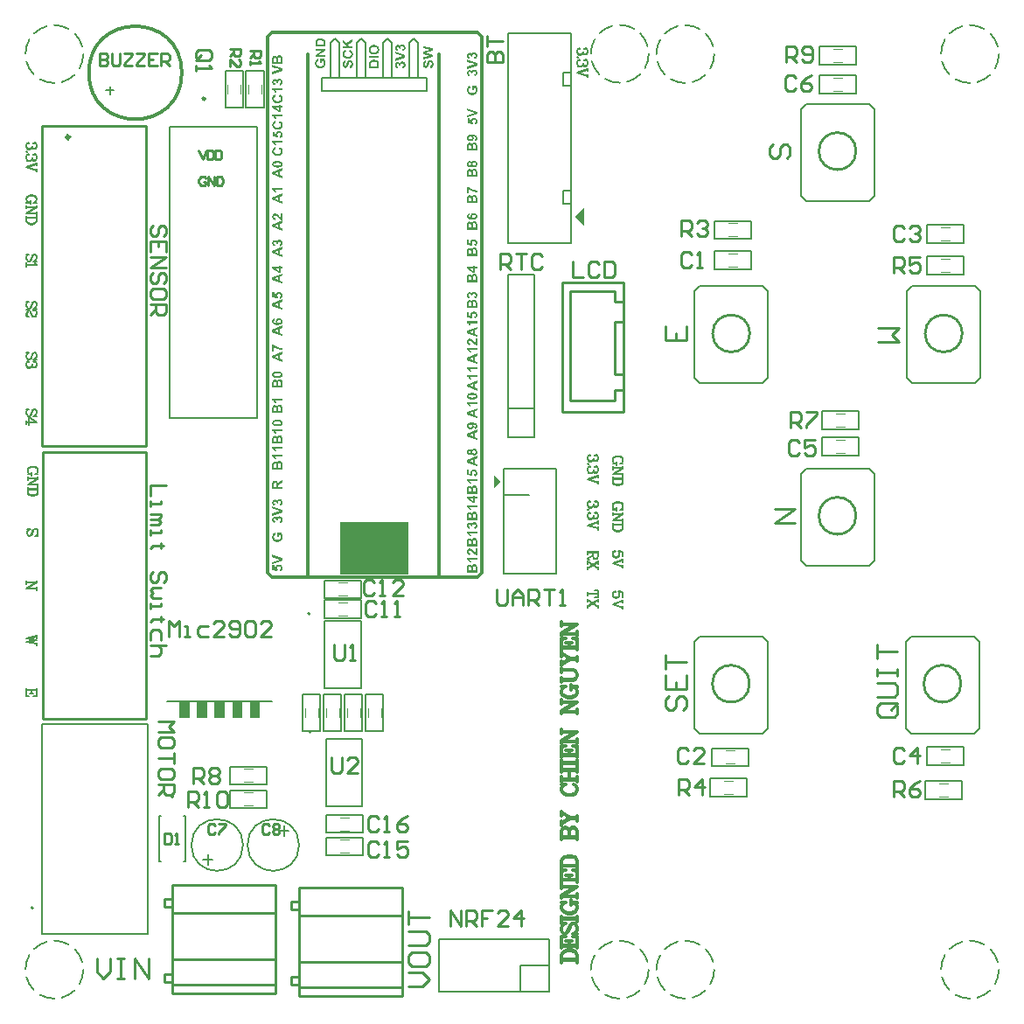
<source format=gto>
G04*
G04 #@! TF.GenerationSoftware,Altium Limited,Altium Designer,21.3.2 (30)*
G04*
G04 Layer_Color=65535*
%FSTAX24Y24*%
%MOIN*%
G70*
G04*
G04 #@! TF.SameCoordinates,110FFF50-2F86-4F7F-B504-3501B117D145*
G04*
G04*
G04 #@! TF.FilePolarity,Positive*
G04*
G01*
G75*
%ADD10C,0.0100*%
%ADD11C,0.0079*%
%ADD12C,0.0098*%
%ADD13C,0.0118*%
%ADD14C,0.0050*%
%ADD15C,0.0080*%
%ADD16C,0.0040*%
%ADD17C,0.0070*%
%ADD18C,0.0120*%
%ADD19R,0.2610X0.2050*%
G36*
X031445Y039595D02*
X031085Y039955D01*
X031095D01*
X031445Y040305D01*
Y039595D01*
D02*
G37*
G36*
X028265Y029845D02*
X028015Y029595D01*
Y030095D01*
X028265Y029845D01*
D02*
G37*
G36*
X01774Y02084D02*
X01736D01*
Y0215D01*
X01774D01*
Y02084D01*
D02*
G37*
G36*
X01707Y020839D02*
X016689D01*
Y0215D01*
X01707D01*
Y020839D01*
D02*
G37*
G36*
X0164Y020838D02*
X016018D01*
Y0215D01*
X0164D01*
Y020838D01*
D02*
G37*
G36*
X01908Y020837D02*
X018702D01*
Y0215D01*
X01908D01*
Y020837D01*
D02*
G37*
G36*
X01841Y020837D02*
X018031D01*
Y0215D01*
X01841D01*
Y020837D01*
D02*
G37*
G36*
X019825Y043211D02*
X01983D01*
X019835Y04321D01*
X01984Y043209D01*
X019846Y043208D01*
X019859Y043205D01*
X019874Y0432D01*
X019881Y043196D01*
X019889Y043193D01*
X019896Y043189D01*
X019903Y043184D01*
X019904Y043183D01*
X019905Y043182D01*
X019908Y04318D01*
X019911Y043177D01*
X019915Y043173D01*
X019919Y043168D01*
X019924Y043163D01*
X019928Y043157D01*
X019933Y043149D01*
X019938Y043142D01*
X019942Y043133D01*
X019946Y043124D01*
X019949Y043114D01*
X019951Y043103D01*
X019953Y043092D01*
X019954Y043079D01*
Y043074D01*
X019953Y043071D01*
X019953Y043066D01*
X019952Y043061D01*
X019951Y043055D01*
X01995Y043048D01*
X019947Y043035D01*
X019941Y04302D01*
X019939Y043013D01*
X019935Y043006D01*
X01993Y042999D01*
X019925Y042992D01*
X019925Y042992D01*
X019924Y042991D01*
X019923Y042989D01*
X01992Y042987D01*
X019917Y042984D01*
X019914Y042981D01*
X01991Y042978D01*
X019905Y042975D01*
X0199Y042971D01*
X019894Y042968D01*
X019881Y042962D01*
X019866Y042956D01*
X019858Y042955D01*
X019849Y042953D01*
X019841Y043026D01*
X019842D01*
X019845Y043027D01*
X01985Y043028D01*
X019855Y043029D01*
X019862Y043032D01*
X019868Y043035D01*
X019874Y043039D01*
X01988Y043044D01*
X019881Y043045D01*
X019883Y043047D01*
X019885Y043051D01*
X019888Y043055D01*
X01989Y04306D01*
X019893Y043066D01*
X019894Y043073D01*
X019895Y04308D01*
Y043082D01*
X019894Y043084D01*
X019894Y043089D01*
X019893Y043094D01*
X01989Y0431D01*
X019887Y043107D01*
X019882Y043114D01*
X019876Y04312D01*
X019875Y04312D01*
X019873Y043123D01*
X019868Y043125D01*
X019862Y043128D01*
X019854Y043131D01*
X019844Y043134D01*
X019833Y043135D01*
X019819Y043136D01*
X019819D01*
X019818D01*
X019816D01*
X019813D01*
X019807Y043135D01*
X019799Y043134D01*
X01979Y043132D01*
X019782Y043129D01*
X019773Y043125D01*
X019766Y04312D01*
X019765Y043119D01*
X019763Y043117D01*
X01976Y043113D01*
X019757Y043109D01*
X019753Y043103D01*
X01975Y043095D01*
X019748Y043087D01*
X019748Y043078D01*
Y043075D01*
X019748Y043073D01*
X019749Y043067D01*
X019751Y043059D01*
X019754Y043051D01*
X019759Y043041D01*
X019763Y043036D01*
X019767Y043031D01*
X019771Y043026D01*
X019776Y043021D01*
X019768Y042962D01*
X019567Y042999D01*
Y043194D01*
X019636D01*
Y043055D01*
X019702Y043043D01*
Y043044D01*
X019701Y043044D01*
X019699Y043048D01*
X019698Y043053D01*
X019695Y043059D01*
X019693Y043067D01*
X019691Y043075D01*
X019689Y043084D01*
X019689Y043094D01*
Y043099D01*
X019689Y043102D01*
X01969Y043106D01*
X019691Y043111D01*
X019692Y043117D01*
X019693Y043123D01*
X019698Y043135D01*
X019701Y043143D01*
X019704Y043149D01*
X019708Y043157D01*
X019713Y043164D01*
X019719Y04317D01*
X019725Y043177D01*
X019726Y043178D01*
X019727Y043179D01*
X019729Y04318D01*
X019732Y043183D01*
X019735Y043185D01*
X019739Y043188D01*
X019744Y043191D01*
X01975Y043194D01*
X019756Y043198D01*
X019763Y0432D01*
X019771Y043204D01*
X019779Y043206D01*
X019788Y043208D01*
X019797Y04321D01*
X019807Y043211D01*
X019818Y043211D01*
X019818D01*
X01982D01*
X019822D01*
X019825Y043211D01*
D02*
G37*
G36*
X019946Y042767D02*
X019668D01*
X019669Y042767D01*
X01967Y042766D01*
X019672Y042764D01*
X019674Y04276D01*
X019678Y042756D01*
X019681Y042752D01*
X019685Y042746D01*
X019689Y04274D01*
X019694Y042734D01*
X019698Y042726D01*
X019703Y042719D01*
X019708Y04271D01*
X019716Y042693D01*
X019724Y042673D01*
X019657D01*
Y042673D01*
X019657Y042674D01*
X019656Y042675D01*
X019656Y042678D01*
X019653Y042683D01*
X019649Y042691D01*
X019645Y0427D01*
X019639Y042711D01*
X019631Y042723D01*
X019622Y042735D01*
X019622Y042735D01*
X019621Y042736D01*
X01962Y042738D01*
X019617Y04274D01*
X019612Y042746D01*
X019605Y042753D01*
X019596Y042761D01*
X019585Y042769D01*
X019573Y042776D01*
X01956Y042781D01*
Y042841D01*
X019946D01*
Y042767D01*
D02*
G37*
G36*
X019832Y042602D02*
X019835Y042601D01*
X019839Y042599D01*
X019844Y042597D01*
X01985Y042595D01*
X019857Y042592D01*
X019864Y042589D01*
X019879Y042581D01*
X019895Y042571D01*
X01991Y042559D01*
X019916Y042552D01*
X019923Y042545D01*
X019923Y042544D01*
X019924Y042543D01*
X019925Y042541D01*
X019928Y042538D01*
X01993Y042534D01*
X019932Y042529D01*
X019935Y042523D01*
X019938Y042517D01*
X019941Y04251D01*
X019944Y042502D01*
X019946Y042494D01*
X019948Y042485D01*
X01995Y042476D01*
X019952Y042465D01*
X019953Y042454D01*
X019953Y042443D01*
Y042439D01*
X019953Y042436D01*
X019952Y04243D01*
X019951Y042424D01*
X01995Y042416D01*
X019949Y042408D01*
X019946Y042398D01*
X019944Y042389D01*
X01994Y042379D01*
X019936Y042368D01*
X019931Y042358D01*
X019925Y042347D01*
X019918Y042337D01*
X01991Y042327D01*
X019901Y042317D01*
X0199Y042317D01*
X019899Y042315D01*
X019895Y042313D01*
X019891Y04231D01*
X019886Y042306D01*
X01988Y042302D01*
X019872Y042297D01*
X019863Y042293D01*
X019854Y042289D01*
X019843Y042284D01*
X019831Y04228D01*
X019818Y042276D01*
X019805Y042273D01*
X01979Y042271D01*
X019774Y042269D01*
X019758Y042269D01*
X019757D01*
X019757D01*
X019753D01*
X019748Y042269D01*
X019742D01*
X019734Y04227D01*
X019724Y042271D01*
X019714Y042272D01*
X019703Y042275D01*
X019691Y042277D01*
X019679Y042281D01*
X019667Y042285D01*
X019654Y04229D01*
X019642Y042295D01*
X01963Y042302D01*
X019619Y042309D01*
X019608Y042318D01*
X019608Y042318D01*
X019606Y04232D01*
X019603Y042323D01*
X0196Y042327D01*
X019596Y042332D01*
X019592Y042338D01*
X019587Y042345D01*
X019582Y042353D01*
X019577Y042362D01*
X019572Y042371D01*
X019567Y042382D01*
X019563Y042393D01*
X01956Y042406D01*
X019557Y042419D01*
X019556Y042433D01*
X019555Y042448D01*
Y042454D01*
X019556Y042459D01*
X019556Y042466D01*
X019557Y042472D01*
X019558Y04248D01*
X01956Y042488D01*
X019562Y042497D01*
X019565Y042507D01*
X019568Y042516D01*
X019573Y042526D01*
X019577Y042535D01*
X019583Y042544D01*
X01959Y042554D01*
X019597Y042562D01*
Y042563D01*
X019598Y042563D01*
X0196Y042565D01*
X019601Y042567D01*
X019604Y042569D01*
X019607Y042571D01*
X019615Y042577D01*
X019625Y042583D01*
X019637Y04259D01*
X019651Y042596D01*
X019667Y042602D01*
X019686Y042525D01*
X019685D01*
X019684Y042524D01*
X019683D01*
X019681Y042523D01*
X019676Y042522D01*
X019669Y042519D01*
X019661Y042515D01*
X019653Y04251D01*
X019646Y042503D01*
X019639Y042496D01*
X019638Y042495D01*
X019636Y042492D01*
X019633Y042488D01*
X01963Y042482D01*
X019627Y042474D01*
X019624Y042465D01*
X019622Y042455D01*
X019621Y042444D01*
Y04244D01*
X019622Y042437D01*
X019622Y042433D01*
X019623Y042429D01*
X019625Y042419D01*
X019629Y042408D01*
X019634Y042397D01*
X019638Y042391D01*
X019642Y042385D01*
X019647Y04238D01*
X019652Y042375D01*
X019653D01*
X019654Y042373D01*
X019656Y042372D01*
X019658Y042371D01*
X019662Y042368D01*
X019666Y042366D01*
X019671Y042364D01*
X019676Y042362D01*
X019683Y042359D01*
X01969Y042357D01*
X019698Y042355D01*
X019707Y042352D01*
X019717Y042351D01*
X019728Y04235D01*
X019739Y042349D01*
X019752Y042348D01*
X019753D01*
X019755D01*
X019759D01*
X019764Y042349D01*
X01977D01*
X019777Y04235D01*
X019784Y042351D01*
X019793Y042352D01*
X01981Y042355D01*
X019827Y04236D01*
X019835Y042362D01*
X019843Y042366D01*
X01985Y04237D01*
X019856Y042375D01*
X019857Y042375D01*
X019858Y042376D01*
X019859Y042377D01*
X019862Y04238D01*
X019866Y042385D01*
X019871Y042393D01*
X019878Y042402D01*
X019882Y042414D01*
X019886Y042427D01*
X019886Y042434D01*
X019887Y042442D01*
Y042445D01*
X019886Y042447D01*
X019886Y042453D01*
X019885Y042461D01*
X019882Y042468D01*
X019879Y042477D01*
X019874Y042486D01*
X019868Y042495D01*
X019866Y042496D01*
X019864Y042499D01*
X019859Y042503D01*
X019853Y042507D01*
X019844Y042513D01*
X019833Y042518D01*
X01982Y042523D01*
X019805Y042527D01*
X019829Y042603D01*
X019829D01*
X019832Y042602D01*
D02*
G37*
G36*
X019869Y044171D02*
X019946D01*
Y0441D01*
X019869D01*
Y043942D01*
X019805D01*
X019561Y044109D01*
Y044171D01*
X019805D01*
Y044218D01*
X019869D01*
Y044171D01*
D02*
G37*
G36*
X019946Y043771D02*
X019668D01*
X019669Y04377D01*
X01967Y043769D01*
X019672Y043767D01*
X019674Y043763D01*
X019678Y043759D01*
X019681Y043755D01*
X019685Y043749D01*
X019689Y043743D01*
X019694Y043737D01*
X019698Y043729D01*
X019703Y043722D01*
X019708Y043713D01*
X019716Y043696D01*
X019724Y043676D01*
X019657D01*
Y043676D01*
X019657Y043677D01*
X019656Y043678D01*
X019656Y043681D01*
X019653Y043686D01*
X019649Y043694D01*
X019645Y043703D01*
X019639Y043714D01*
X019631Y043726D01*
X019622Y043738D01*
X019622Y043738D01*
X019621Y043739D01*
X01962Y043741D01*
X019617Y043743D01*
X019612Y043749D01*
X019605Y043756D01*
X019596Y043764D01*
X019585Y043772D01*
X019573Y043779D01*
X01956Y043784D01*
Y043844D01*
X019946D01*
Y043771D01*
D02*
G37*
G36*
X019832Y043605D02*
X019835Y043604D01*
X019839Y043602D01*
X019844Y0436D01*
X01985Y043598D01*
X019857Y043595D01*
X019864Y043592D01*
X019879Y043584D01*
X019895Y043574D01*
X01991Y043562D01*
X019916Y043555D01*
X019923Y043548D01*
X019923Y043547D01*
X019924Y043546D01*
X019925Y043544D01*
X019928Y043541D01*
X01993Y043537D01*
X019932Y043532D01*
X019935Y043526D01*
X019938Y04352D01*
X019941Y043513D01*
X019944Y043505D01*
X019946Y043497D01*
X019948Y043488D01*
X01995Y043479D01*
X019952Y043468D01*
X019953Y043458D01*
X019953Y043446D01*
Y043443D01*
X019953Y043439D01*
X019952Y043433D01*
X019951Y043427D01*
X01995Y043419D01*
X019949Y043411D01*
X019946Y043401D01*
X019944Y043392D01*
X01994Y043382D01*
X019936Y043371D01*
X019931Y043361D01*
X019925Y04335D01*
X019918Y04334D01*
X01991Y04333D01*
X019901Y04332D01*
X0199Y04332D01*
X019899Y043318D01*
X019895Y043316D01*
X019891Y043313D01*
X019886Y043309D01*
X01988Y043305D01*
X019872Y0433D01*
X019863Y043296D01*
X019854Y043292D01*
X019843Y043287D01*
X019831Y043283D01*
X019818Y043279D01*
X019805Y043276D01*
X01979Y043274D01*
X019774Y043272D01*
X019758Y043272D01*
X019757D01*
X019757D01*
X019753D01*
X019748Y043272D01*
X019742D01*
X019734Y043273D01*
X019724Y043274D01*
X019714Y043275D01*
X019703Y043278D01*
X019691Y04328D01*
X019679Y043284D01*
X019667Y043288D01*
X019654Y043293D01*
X019642Y043298D01*
X01963Y043305D01*
X019619Y043312D01*
X019608Y043321D01*
X019608Y043322D01*
X019606Y043323D01*
X019603Y043326D01*
X0196Y04333D01*
X019596Y043335D01*
X019592Y043341D01*
X019587Y043348D01*
X019582Y043356D01*
X019577Y043365D01*
X019572Y043374D01*
X019567Y043385D01*
X019563Y043396D01*
X01956Y043409D01*
X019557Y043422D01*
X019556Y043436D01*
X019555Y043451D01*
Y043458D01*
X019556Y043463D01*
X019556Y043469D01*
X019557Y043475D01*
X019558Y043483D01*
X01956Y043491D01*
X019562Y0435D01*
X019565Y04351D01*
X019568Y043519D01*
X019573Y043529D01*
X019577Y043539D01*
X019583Y043547D01*
X01959Y043557D01*
X019597Y043565D01*
Y043566D01*
X019598Y043566D01*
X0196Y043568D01*
X019601Y04357D01*
X019604Y043572D01*
X019607Y043574D01*
X019615Y04358D01*
X019625Y043586D01*
X019637Y043593D01*
X019651Y043599D01*
X019667Y043605D01*
X019686Y043528D01*
X019685D01*
X019684Y043527D01*
X019683D01*
X019681Y043526D01*
X019676Y043525D01*
X019669Y043522D01*
X019661Y043518D01*
X019653Y043513D01*
X019646Y043506D01*
X019639Y043499D01*
X019638Y043498D01*
X019636Y043495D01*
X019633Y043491D01*
X01963Y043485D01*
X019627Y043477D01*
X019624Y043468D01*
X019622Y043458D01*
X019621Y043447D01*
Y043443D01*
X019622Y04344D01*
X019622Y043436D01*
X019623Y043432D01*
X019625Y043423D01*
X019629Y043411D01*
X019634Y0434D01*
X019638Y043394D01*
X019642Y043388D01*
X019647Y043383D01*
X019652Y043378D01*
X019653D01*
X019654Y043376D01*
X019656Y043375D01*
X019658Y043374D01*
X019662Y043371D01*
X019666Y043369D01*
X019671Y043367D01*
X019676Y043365D01*
X019683Y043362D01*
X01969Y04336D01*
X019698Y043358D01*
X019707Y043355D01*
X019717Y043354D01*
X019728Y043353D01*
X019739Y043352D01*
X019752Y043351D01*
X019753D01*
X019755D01*
X019759D01*
X019764Y043352D01*
X01977D01*
X019777Y043353D01*
X019784Y043354D01*
X019793Y043355D01*
X01981Y043358D01*
X019827Y043363D01*
X019835Y043365D01*
X019843Y043369D01*
X01985Y043373D01*
X019856Y043378D01*
X019857Y043378D01*
X019858Y043379D01*
X019859Y04338D01*
X019862Y043383D01*
X019866Y043388D01*
X019871Y043396D01*
X019878Y043405D01*
X019882Y043417D01*
X019886Y04343D01*
X019886Y043438D01*
X019887Y043445D01*
Y043448D01*
X019886Y04345D01*
X019886Y043456D01*
X019885Y043464D01*
X019882Y043471D01*
X019879Y04348D01*
X019874Y043489D01*
X019868Y043498D01*
X019866Y043499D01*
X019864Y043502D01*
X019859Y043506D01*
X019853Y04351D01*
X019844Y043516D01*
X019833Y043521D01*
X01982Y043526D01*
X019805Y04353D01*
X019829Y043606D01*
X019829D01*
X019832Y043605D01*
D02*
G37*
G36*
X022628Y046622D02*
X022448Y046516D01*
X022512Y046454D01*
X022628D01*
Y046376D01*
X022244D01*
Y046454D01*
X022415D01*
X022244Y046611D01*
Y046716D01*
X022394Y04657D01*
X022628Y046723D01*
Y046622D01*
D02*
G37*
G36*
X022513Y046308D02*
X022517Y046307D01*
X022521Y046305D01*
X022526Y046303D01*
X022532Y046301D01*
X022539Y046298D01*
X022546Y046295D01*
X022561Y046287D01*
X022576Y046277D01*
X022591Y046265D01*
X022598Y046258D01*
X022604Y046251D01*
X022605Y04625D01*
X022605Y046249D01*
X022607Y046247D01*
X022609Y046244D01*
X022611Y04624D01*
X022614Y046235D01*
X022616Y046229D01*
X022619Y046223D01*
X022623Y046216D01*
X022625Y046208D01*
X022628Y0462D01*
X02263Y046191D01*
X022632Y046182D01*
X022634Y046171D01*
X022634Y046161D01*
X022635Y046149D01*
Y046146D01*
X022634Y046142D01*
X022634Y046136D01*
X022633Y04613D01*
X022632Y046122D01*
X02263Y046114D01*
X022628Y046104D01*
X022625Y046095D01*
X022622Y046085D01*
X022618Y046075D01*
X022613Y046064D01*
X022607Y046053D01*
X0226Y046043D01*
X022592Y046033D01*
X022583Y046023D01*
X022582Y046023D01*
X02258Y046021D01*
X022577Y046019D01*
X022573Y046016D01*
X022568Y046012D01*
X022561Y046008D01*
X022554Y046003D01*
X022545Y045999D01*
X022535Y045995D01*
X022525Y04599D01*
X022513Y045986D01*
X0225Y045982D01*
X022487Y045979D01*
X022472Y045977D01*
X022456Y045975D01*
X022439Y045975D01*
X022439D01*
X022438D01*
X022435D01*
X02243Y045975D01*
X022423D01*
X022416Y045976D01*
X022406Y045977D01*
X022396Y045979D01*
X022384Y045981D01*
X022373Y045984D01*
X022361Y045987D01*
X022348Y045991D01*
X022336Y045996D01*
X022323Y046001D01*
X022312Y046008D01*
X022301Y046015D01*
X02229Y046024D01*
X02229Y046025D01*
X022288Y046026D01*
X022285Y046029D01*
X022282Y046033D01*
X022278Y046038D01*
X022273Y046044D01*
X022268Y046051D01*
X022263Y046059D01*
X022258Y046068D01*
X022253Y046077D01*
X022249Y046088D01*
X022245Y0461D01*
X022242Y046112D01*
X022239Y046125D01*
X022237Y046139D01*
X022237Y046154D01*
Y046161D01*
X022237Y046166D01*
X022238Y046172D01*
X022239Y046178D01*
X02224Y046186D01*
X022242Y046194D01*
X022244Y046203D01*
X022247Y046213D01*
X02225Y046222D01*
X022255Y046232D01*
X022259Y046242D01*
X022265Y04625D01*
X022271Y04626D01*
X022278Y046268D01*
Y046269D01*
X02228Y046269D01*
X022281Y046271D01*
X022283Y046273D01*
X022286Y046275D01*
X022289Y046277D01*
X022297Y046283D01*
X022307Y046289D01*
X022319Y046296D01*
X022333Y046302D01*
X022349Y046308D01*
X022367Y046231D01*
X022367D01*
X022366Y04623D01*
X022364D01*
X022362Y046229D01*
X022357Y046228D01*
X022351Y046225D01*
X022343Y046221D01*
X022335Y046216D01*
X022327Y046209D01*
X022321Y046202D01*
X02232Y046201D01*
X022318Y046198D01*
X022315Y046194D01*
X022312Y046188D01*
X022308Y04618D01*
X022306Y046171D01*
X022303Y046161D01*
X022303Y04615D01*
Y046146D01*
X022303Y046143D01*
X022304Y046139D01*
X022305Y046135D01*
X022307Y046126D01*
X022311Y046114D01*
X022316Y046103D01*
X02232Y046097D01*
X022323Y046091D01*
X022328Y046086D01*
X022334Y046081D01*
X022334D01*
X022336Y04608D01*
X022337Y046078D01*
X02234Y046077D01*
X022343Y046075D01*
X022347Y046072D01*
X022352Y04607D01*
X022358Y046068D01*
X022364Y046065D01*
X022372Y046063D01*
X02238Y046061D01*
X022389Y046058D01*
X022399Y046057D01*
X022409Y046056D01*
X022421Y046055D01*
X022434Y046055D01*
X022434D01*
X022437D01*
X022441D01*
X022445Y046055D01*
X022452D01*
X022459Y046056D01*
X022466Y046057D01*
X022474Y046058D01*
X022492Y046061D01*
X022509Y046066D01*
X022517Y046068D01*
X022525Y046072D01*
X022532Y046076D01*
X022538Y046081D01*
X022539Y046081D01*
X022539Y046082D01*
X022541Y046083D01*
X022543Y046086D01*
X022548Y046091D01*
X022553Y046099D01*
X022559Y046108D01*
X022564Y04612D01*
X022568Y046133D01*
X022568Y046141D01*
X022569Y046148D01*
Y046151D01*
X022568Y046153D01*
X022568Y046159D01*
X022566Y046167D01*
X022564Y046174D01*
X02256Y046183D01*
X022556Y046192D01*
X022549Y046201D01*
X022548Y046202D01*
X022545Y046205D01*
X022541Y046209D01*
X022534Y046213D01*
X022525Y046219D01*
X022515Y046224D01*
X022502Y046229D01*
X022487Y046233D01*
X02251Y046309D01*
X022511D01*
X022513Y046308D01*
D02*
G37*
G36*
X022525Y045922D02*
X022529Y045921D01*
X022537Y04592D01*
X022547Y045918D01*
X022557Y045915D01*
X022568Y04591D01*
X022579Y045904D01*
X022579D01*
X02258Y045902D01*
X022583Y0459D01*
X022589Y045896D01*
X022595Y04589D01*
X022602Y045883D01*
X022609Y045874D01*
X022615Y045864D01*
X022621Y045851D01*
Y045851D01*
X022622Y04585D01*
X022623Y045848D01*
X022624Y045845D01*
X022625Y045842D01*
X022626Y045838D01*
X022627Y045834D01*
X022628Y045829D01*
X02263Y045823D01*
X022631Y045816D01*
X022633Y045802D01*
X022635Y045786D01*
X022635Y045768D01*
Y045761D01*
X022635Y045756D01*
X022634Y04575D01*
X022634Y045743D01*
X022633Y045735D01*
X022631Y045727D01*
X022627Y045709D01*
X022624Y045699D01*
X022621Y04569D01*
X022618Y045681D01*
X022613Y045672D01*
X022608Y045664D01*
X022602Y045656D01*
X022601Y045656D01*
X0226Y045654D01*
X022599Y045652D01*
X022596Y04565D01*
X022592Y045647D01*
X022588Y045643D01*
X022583Y045639D01*
X022577Y045636D01*
X02257Y045632D01*
X022563Y045628D01*
X022555Y045624D01*
X022546Y04562D01*
X022537Y045617D01*
X022526Y045614D01*
X022515Y045612D01*
X022503Y04561D01*
X022496Y045685D01*
X022497D01*
X022498Y045686D01*
X0225D01*
X022502Y045687D01*
X022509Y045689D01*
X022517Y045692D01*
X022527Y045695D01*
X022536Y0457D01*
X022544Y045705D01*
X022552Y045713D01*
X022553Y045714D01*
X022555Y045717D01*
X022558Y045721D01*
X022561Y045728D01*
X022564Y045736D01*
X022567Y045745D01*
X022569Y045757D01*
X02257Y045769D01*
Y045775D01*
X022569Y045782D01*
X022568Y04579D01*
X022566Y045799D01*
X022563Y045809D01*
X022559Y045818D01*
X022554Y045825D01*
X022554Y045826D01*
X022551Y045829D01*
X022548Y045831D01*
X022544Y045835D01*
X022538Y045839D01*
X022532Y045842D01*
X022525Y045844D01*
X022517Y045845D01*
X022517D01*
X022515D01*
X022512Y045844D01*
X022509Y045844D01*
X022505Y045843D01*
X022502Y045841D01*
X022498Y045839D01*
X022494Y045836D01*
X022493Y045836D01*
X022492Y045835D01*
X02249Y045833D01*
X022488Y04583D01*
X022485Y045826D01*
X022483Y045821D01*
X02248Y045816D01*
X022477Y045809D01*
Y045808D01*
X022476Y045806D01*
X022475Y045802D01*
X022474Y045799D01*
X022473Y045796D01*
X022472Y045792D01*
X02247Y045788D01*
X022469Y045783D01*
X022468Y045777D01*
X022466Y04577D01*
X022464Y045763D01*
X022462Y045755D01*
X02246Y045747D01*
Y045746D01*
X022459Y045744D01*
X022458Y04574D01*
X022457Y045737D01*
X022455Y045732D01*
X022454Y045725D01*
X022452Y045719D01*
X022449Y045712D01*
X022444Y045698D01*
X022437Y045684D01*
X022434Y045677D01*
X02243Y04567D01*
X022426Y045664D01*
X022422Y045659D01*
X022422Y045659D01*
X022421Y045658D01*
X022419Y045656D01*
X022417Y045654D01*
X022413Y045651D01*
X022409Y045648D01*
X022406Y045645D01*
X022401Y045642D01*
X022389Y045636D01*
X022376Y04563D01*
X022368Y045628D01*
X022361Y045626D01*
X022353Y045625D01*
X022344Y045624D01*
X022344D01*
X022343D01*
X022342D01*
X022339D01*
X022334Y045626D01*
X022327Y045627D01*
X022318Y045628D01*
X022309Y045631D01*
X022299Y045635D01*
X02229Y045641D01*
X022289D01*
X022288Y045641D01*
X022285Y045644D01*
X022281Y045647D01*
X022275Y045653D01*
X022269Y045659D01*
X022262Y045668D01*
X022256Y045677D01*
X022251Y045688D01*
Y045689D01*
X02225Y04569D01*
X02225Y045692D01*
X022248Y045694D01*
X022247Y045697D01*
X022246Y0457D01*
X022245Y045705D01*
X022243Y04571D01*
X022241Y045721D01*
X022239Y045734D01*
X022237Y045748D01*
X022237Y045764D01*
Y045771D01*
X022237Y045776D01*
X022238Y045782D01*
X022238Y045789D01*
X02224Y045796D01*
X022241Y045805D01*
X022245Y045823D01*
X022247Y045831D01*
X02225Y04584D01*
X022254Y045849D01*
X022258Y045858D01*
X022263Y045865D01*
X022269Y045873D01*
X02227Y045873D01*
X022271Y045874D01*
X022272Y045876D01*
X022275Y045878D01*
X022278Y045881D01*
X022282Y045884D01*
X022286Y045887D01*
X022291Y045891D01*
X022297Y045895D01*
X022303Y045898D01*
X022311Y045901D01*
X022318Y045904D01*
X022326Y045907D01*
X022335Y045909D01*
X022344Y045911D01*
X022354Y045911D01*
X022357Y045834D01*
X022356D01*
X022356D01*
X022352Y045833D01*
X022347Y045831D01*
X022341Y045829D01*
X022333Y045826D01*
X022327Y045823D01*
X02232Y045818D01*
X022315Y045812D01*
X022314Y045811D01*
X022312Y045809D01*
X02231Y045805D01*
X022308Y0458D01*
X022306Y045793D01*
X022303Y045785D01*
X022302Y045775D01*
X022301Y045763D01*
Y045758D01*
X022302Y045752D01*
X022303Y045744D01*
X022305Y045736D01*
X022307Y045727D01*
X022311Y045719D01*
X022316Y045711D01*
X022316Y04571D01*
X022317Y045709D01*
X022319Y045707D01*
X022322Y045705D01*
X022325Y045703D01*
X022329Y0457D01*
X022334Y045699D01*
X022339Y045699D01*
X02234D01*
X022342D01*
X022344Y045699D01*
X022347Y0457D01*
X022351Y045702D01*
X022355Y045703D01*
X022359Y045706D01*
X022363Y04571D01*
X022363Y04571D01*
X022365Y045713D01*
X022366Y045715D01*
X022367Y045718D01*
X022369Y04572D01*
X022371Y045724D01*
X022372Y045729D01*
X022374Y045734D01*
X022377Y04574D01*
X022379Y045746D01*
X022381Y045754D01*
X022383Y045762D01*
X022386Y045771D01*
X022388Y045781D01*
Y045781D01*
X022389Y045784D01*
X022389Y045786D01*
X022391Y04579D01*
X022392Y045795D01*
X022393Y0458D01*
X022395Y045806D01*
X022397Y045813D01*
X022401Y045826D01*
X022406Y04584D01*
X022411Y045853D01*
X022413Y045859D01*
X022416Y045864D01*
Y045865D01*
X022417Y045865D01*
X022419Y045869D01*
X022422Y045874D01*
X022427Y04588D01*
X022432Y045886D01*
X022439Y045894D01*
X022447Y045901D01*
X022455Y045907D01*
X022457Y045907D01*
X02246Y045909D01*
X022465Y045912D01*
X022472Y045915D01*
X022481Y045917D01*
X022492Y04592D01*
X022503Y045922D01*
X022517Y045922D01*
X022517D01*
X022518D01*
X02252D01*
X022522D01*
X022525Y045922D01*
D02*
G37*
G36*
X027365Y034148D02*
X027087D01*
X027088Y034148D01*
X027089Y034146D01*
X02709Y034144D01*
X027093Y034141D01*
X027096Y034137D01*
X0271Y034133D01*
X027104Y034127D01*
X027108Y034121D01*
X027112Y034114D01*
X027117Y034107D01*
X027122Y034099D01*
X027126Y034091D01*
X027135Y034073D01*
X027142Y034053D01*
X027076D01*
Y034054D01*
X027075Y034054D01*
X027075Y034056D01*
X027074Y034058D01*
X027071Y034064D01*
X027068Y034071D01*
X027064Y034081D01*
X027058Y034091D01*
X02705Y034103D01*
X027041Y034115D01*
X02704Y034116D01*
X02704Y034117D01*
X027038Y034119D01*
X027036Y034121D01*
X02703Y034127D01*
X027023Y034134D01*
X027014Y034141D01*
X027003Y034149D01*
X026991Y034156D01*
X026979Y034162D01*
Y034222D01*
X027365D01*
Y034148D01*
D02*
G37*
G36*
Y033849D02*
X027087D01*
X027088Y033849D01*
X027089Y033848D01*
X02709Y033846D01*
X027093Y033842D01*
X027096Y033838D01*
X0271Y033834D01*
X027104Y033828D01*
X027108Y033822D01*
X027112Y033816D01*
X027117Y033808D01*
X027122Y033801D01*
X027126Y033792D01*
X027135Y033775D01*
X027142Y033755D01*
X027076D01*
Y033755D01*
X027075Y033756D01*
X027075Y033757D01*
X027074Y03376D01*
X027071Y033765D01*
X027068Y033773D01*
X027064Y033782D01*
X027058Y033793D01*
X02705Y033805D01*
X027041Y033817D01*
X02704Y033817D01*
X02704Y033818D01*
X027038Y03382D01*
X027036Y033822D01*
X02703Y033828D01*
X027023Y033835D01*
X027014Y033843D01*
X027003Y033851D01*
X026991Y033858D01*
X026979Y033863D01*
Y033923D01*
X027365D01*
Y033849D01*
D02*
G37*
G36*
Y033626D02*
X027278Y033593D01*
Y033439D01*
X027365Y033407D01*
Y033325D01*
X026981Y033474D01*
Y033556D01*
X027365Y03371D01*
Y033626D01*
D02*
G37*
G36*
X027288Y02927D02*
X027365D01*
Y029199D01*
X027288D01*
Y029042D01*
X027224D01*
X026979Y029208D01*
Y02927D01*
X027223D01*
Y029318D01*
X027288D01*
Y02927D01*
D02*
G37*
G36*
X027365Y02887D02*
X027087D01*
X027088Y02887D01*
X027089Y028868D01*
X02709Y028866D01*
X027093Y028863D01*
X027096Y028859D01*
X0271Y028855D01*
X027104Y028849D01*
X027108Y028843D01*
X027112Y028836D01*
X027117Y028829D01*
X027122Y028821D01*
X027126Y028813D01*
X027135Y028795D01*
X027142Y028775D01*
X027076D01*
Y028776D01*
X027075Y028776D01*
X027075Y028778D01*
X027074Y02878D01*
X027071Y028786D01*
X027068Y028793D01*
X027064Y028803D01*
X027058Y028813D01*
X02705Y028825D01*
X027041Y028837D01*
X02704Y028838D01*
X02704Y028839D01*
X027038Y028841D01*
X027036Y028843D01*
X02703Y028849D01*
X027023Y028856D01*
X027014Y028863D01*
X027003Y028871D01*
X026991Y028878D01*
X026979Y028884D01*
Y028944D01*
X027365D01*
Y02887D01*
D02*
G37*
G36*
X027263Y028706D02*
X02727Y028705D01*
X027278Y028704D01*
X027287Y028701D01*
X027296Y028698D01*
X027305Y028694D01*
X027306Y028694D01*
X027309Y028692D01*
X027313Y028689D01*
X027319Y028685D01*
X027326Y028681D01*
X027332Y028675D01*
X027338Y028669D01*
X027344Y028661D01*
X027345Y02866D01*
X027347Y028657D01*
X027349Y028653D01*
X027352Y028646D01*
X027356Y028639D01*
X027358Y02863D01*
X027361Y02862D01*
X027363Y028609D01*
Y028606D01*
X027363Y028604D01*
Y028599D01*
X027364Y028595D01*
Y028584D01*
X027364Y028578D01*
Y028561D01*
X027365Y028551D01*
Y028385D01*
X026981D01*
Y028554D01*
X026981Y028564D01*
X026982Y028575D01*
X026983Y028586D01*
X026984Y028596D01*
X026985Y028606D01*
Y028607D01*
X026985Y02861D01*
X026986Y028614D01*
X026988Y028619D01*
X02699Y028625D01*
X026993Y028632D01*
X026996Y028639D01*
X027001Y028646D01*
X027001Y028646D01*
X027003Y028649D01*
X027006Y028652D01*
X027009Y028656D01*
X027014Y028661D01*
X02702Y028666D01*
X027026Y028671D01*
X027033Y028675D01*
X027034Y028676D01*
X027036Y028677D01*
X027041Y028679D01*
X027046Y028681D01*
X027053Y028684D01*
X02706Y028686D01*
X027069Y028687D01*
X027078Y028687D01*
X027079D01*
X027079D01*
X027083D01*
X027088Y028687D01*
X027094Y028686D01*
X027102Y028684D01*
X02711Y028681D01*
X027119Y028677D01*
X027127Y028672D01*
X027129Y028672D01*
X027131Y02867D01*
X027135Y028666D01*
X02714Y028663D01*
X027145Y028657D01*
X027151Y02865D01*
X027156Y028643D01*
X027161Y028634D01*
Y028634D01*
X027162Y028635D01*
X027162Y028637D01*
X027163Y028639D01*
X027166Y028646D01*
X02717Y028654D01*
X027174Y028662D01*
X02718Y028671D01*
X027187Y02868D01*
X027196Y028687D01*
X027197Y028688D01*
X027201Y02869D01*
X027206Y028694D01*
X027212Y028697D01*
X027221Y0287D01*
X027231Y028704D01*
X027242Y028706D01*
X027254Y028706D01*
X027255D01*
X027255D01*
X027258D01*
X027263Y028706D01*
D02*
G37*
G36*
X02732Y044948D02*
X027321Y044947D01*
X027322Y044945D01*
X027325Y044942D01*
X027327Y04494D01*
X027332Y044932D01*
X027338Y044921D01*
X027346Y044909D01*
X027353Y044895D01*
X02736Y044879D01*
Y044878D01*
X02736Y044876D01*
X027361Y044874D01*
X027362Y044871D01*
X027363Y044866D01*
X027365Y044861D01*
X027367Y044856D01*
X027368Y04485D01*
X027372Y044836D01*
X027375Y04482D01*
X027377Y044803D01*
X027377Y044785D01*
Y044779D01*
X027377Y044775D01*
Y04477D01*
X027376Y044764D01*
X027375Y044757D01*
X027374Y044749D01*
X027371Y044733D01*
X027367Y044715D01*
X027361Y044697D01*
X027357Y044689D01*
X027352Y04468D01*
X027352Y044679D01*
X027351Y044678D01*
X02735Y044675D01*
X027347Y044673D01*
X027345Y044669D01*
X027342Y044665D01*
X027338Y04466D01*
X027333Y044655D01*
X027323Y044644D01*
X027311Y044633D01*
X027296Y044622D01*
X02728Y044613D01*
X027279D01*
X027277Y044612D01*
X027275Y04461D01*
X027271Y044609D01*
X027267Y044608D01*
X027262Y044605D01*
X027256Y044604D01*
X027249Y044602D01*
X027242Y044599D01*
X027234Y044598D01*
X027216Y044594D01*
X027197Y044592D01*
X027177Y04459D01*
X027176D01*
X027174D01*
X027171D01*
X027167Y044591D01*
X027161D01*
X027155Y044592D01*
X027149Y044593D01*
X027141Y044594D01*
X027125Y044597D01*
X027106Y044601D01*
X027088Y044607D01*
X027079Y044611D01*
X02707Y044615D01*
X02707Y044616D01*
X027068Y044617D01*
X027066Y044618D01*
X027063Y04462D01*
X027059Y044623D01*
X027054Y044626D01*
X027049Y04463D01*
X027044Y044634D01*
X027038Y044639D01*
X027032Y044644D01*
X027026Y04465D01*
X02702Y044657D01*
X027014Y044664D01*
X027008Y044671D01*
X026998Y044689D01*
Y044689D01*
X026997Y04469D01*
X026997Y044693D01*
X026995Y044695D01*
X026994Y044699D01*
X026992Y044703D01*
X02699Y044709D01*
X026988Y044714D01*
X026987Y04472D01*
X026985Y044728D01*
X026983Y044735D01*
X026982Y044743D01*
X026979Y044761D01*
X026979Y044781D01*
Y044787D01*
X026979Y044792D01*
X02698Y044799D01*
X02698Y044806D01*
X026981Y044814D01*
X026983Y044822D01*
X026986Y04484D01*
X026992Y044858D01*
X026995Y044867D01*
X026999Y044876D01*
X027003Y044885D01*
X027009Y044892D01*
X027009Y044893D01*
X02701Y044894D01*
X027012Y044896D01*
X027014Y044899D01*
X027017Y044902D01*
X027021Y044906D01*
X027025Y04491D01*
X02703Y044914D01*
X027036Y044918D01*
X027042Y044923D01*
X027049Y044927D01*
X027056Y044931D01*
X027064Y044936D01*
X027073Y044939D01*
X027082Y044942D01*
X027091Y044945D01*
X027106Y044867D01*
X027105D01*
X027105Y044867D01*
X027101Y044866D01*
X027096Y044864D01*
X02709Y04486D01*
X027083Y044856D01*
X027075Y044851D01*
X027068Y044844D01*
X027061Y044836D01*
X027061Y044835D01*
X027059Y044832D01*
X027056Y044827D01*
X027053Y044821D01*
X02705Y044813D01*
X027048Y044804D01*
X027045Y044793D01*
X027045Y044781D01*
Y044776D01*
X027045Y044773D01*
X027046Y044768D01*
X027047Y044763D01*
X027048Y044758D01*
X027049Y044751D01*
X027053Y044739D01*
X027055Y044732D01*
X027059Y044725D01*
X027063Y044719D01*
X027066Y044712D01*
X027072Y044706D01*
X027078Y0447D01*
X027078Y044699D01*
X027079Y044699D01*
X027081Y044697D01*
X027084Y044695D01*
X027087Y044693D01*
X027091Y04469D01*
X027096Y044688D01*
X027101Y044685D01*
X027108Y044683D01*
X027115Y04468D01*
X027123Y044677D01*
X027131Y044675D01*
X027141Y044673D01*
X027151Y044671D01*
X027162Y044671D01*
X027174Y04467D01*
X027174D01*
X027176D01*
X02718D01*
X027185Y044671D01*
X027191Y044671D01*
X027197Y044672D01*
X027205Y044673D01*
X027212Y044674D01*
X027229Y044678D01*
X027246Y044683D01*
X027255Y044686D01*
X027262Y04469D01*
X02727Y044695D01*
X027277Y0447D01*
X027277Y044701D01*
X027278Y044702D01*
X02728Y044704D01*
X027282Y044706D01*
X027285Y044709D01*
X027288Y044713D01*
X027291Y044717D01*
X027294Y044722D01*
X027297Y044728D01*
X0273Y044733D01*
X027306Y044747D01*
X027308Y044755D01*
X02731Y044763D01*
X027311Y044771D01*
X027311Y04478D01*
Y044785D01*
X027311Y044789D01*
X02731Y044796D01*
X027309Y044803D01*
X027307Y044811D01*
X027305Y04482D01*
X027302Y044829D01*
Y04483D01*
X027301Y04483D01*
X0273Y044833D01*
X027298Y044838D01*
X027295Y044844D01*
X027292Y04485D01*
X027288Y044857D01*
X027283Y044865D01*
X027278Y044871D01*
X027229D01*
Y044782D01*
X027164D01*
Y04495D01*
X027318D01*
X02732Y044948D01*
D02*
G37*
G36*
X027244Y036333D02*
X027248D01*
X027253Y036332D01*
X027259Y036331D01*
X027264Y03633D01*
X027278Y036327D01*
X027292Y036322D01*
X0273Y036318D01*
X027307Y036315D01*
X027314Y036311D01*
X027322Y036306D01*
X027322Y036305D01*
X027324Y036304D01*
X027326Y036302D01*
X027329Y036299D01*
X027333Y036295D01*
X027338Y03629D01*
X027342Y036285D01*
X027346Y036279D01*
X027351Y036271D01*
X027356Y036264D01*
X02736Y036255D01*
X027364Y036246D01*
X027368Y036236D01*
X02737Y036225D01*
X027371Y036214D01*
X027372Y036201D01*
Y036196D01*
X027371Y036193D01*
X027371Y036188D01*
X02737Y036183D01*
X02737Y036177D01*
X027369Y03617D01*
X027365Y036157D01*
X02736Y036142D01*
X027357Y036135D01*
X027353Y036128D01*
X027349Y036121D01*
X027344Y036114D01*
X027343Y036114D01*
X027343Y036113D01*
X027341Y036111D01*
X027339Y036109D01*
X027335Y036106D01*
X027332Y036103D01*
X027328Y0361D01*
X027324Y036097D01*
X027318Y036093D01*
X027313Y03609D01*
X027299Y036084D01*
X027284Y036078D01*
X027276Y036077D01*
X027267Y036075D01*
X027259Y036148D01*
X02726D01*
X027263Y036149D01*
X027268Y03615D01*
X027274Y036151D01*
X02728Y036154D01*
X027287Y036157D01*
X027293Y036161D01*
X027299Y036166D01*
X027299Y036167D01*
X027301Y036169D01*
X027303Y036173D01*
X027306Y036177D01*
X027309Y036182D01*
X027311Y036188D01*
X027313Y036195D01*
X027313Y036202D01*
Y036204D01*
X027313Y036206D01*
X027312Y036211D01*
X027311Y036216D01*
X027309Y036222D01*
X027305Y036229D01*
X0273Y036236D01*
X027294Y036242D01*
X027293Y036242D01*
X027291Y036245D01*
X027287Y036247D01*
X02728Y03625D01*
X027272Y036253D01*
X027263Y036256D01*
X027251Y036257D01*
X027238Y036258D01*
X027237D01*
X027236D01*
X027234D01*
X027232D01*
X027225Y036257D01*
X027218Y036256D01*
X027209Y036254D01*
X0272Y036251D01*
X027192Y036247D01*
X027184Y036242D01*
X027184Y036241D01*
X027182Y036239D01*
X027179Y036235D01*
X027175Y036231D01*
X027172Y036225D01*
X027169Y036217D01*
X027167Y036209D01*
X027166Y0362D01*
Y036197D01*
X027167Y036195D01*
X027168Y036189D01*
X027169Y036181D01*
X027173Y036173D01*
X027178Y036163D01*
X027181Y036158D01*
X027185Y036153D01*
X027189Y036148D01*
X027194Y036143D01*
X027186Y036084D01*
X026986Y036121D01*
Y036316D01*
X027055D01*
Y036177D01*
X02712Y036165D01*
Y036166D01*
X02712Y036166D01*
X027118Y03617D01*
X027116Y036175D01*
X027113Y036181D01*
X027111Y036189D01*
X027109Y036197D01*
X027108Y036206D01*
X027107Y036216D01*
Y036221D01*
X027108Y036224D01*
X027108Y036228D01*
X027109Y036233D01*
X02711Y036239D01*
X027112Y036245D01*
X027116Y036257D01*
X027119Y036265D01*
X027122Y036271D01*
X027127Y036279D01*
X027132Y036286D01*
X027137Y036292D01*
X027143Y036299D01*
X027144Y0363D01*
X027145Y036301D01*
X027147Y036302D01*
X02715Y036305D01*
X027153Y036307D01*
X027158Y03631D01*
X027163Y036313D01*
X027168Y036316D01*
X027174Y03632D01*
X027182Y036322D01*
X027189Y036326D01*
X027197Y036328D01*
X027206Y03633D01*
X027216Y036332D01*
X027225Y036333D01*
X027236Y036333D01*
X027237D01*
X027238D01*
X02724D01*
X027244Y036333D01*
D02*
G37*
G36*
X027365Y035889D02*
X027087D01*
X027087Y035889D01*
X027088Y035888D01*
X02709Y035886D01*
X027093Y035882D01*
X027096Y035878D01*
X0271Y035874D01*
X027103Y035868D01*
X027108Y035862D01*
X027112Y035856D01*
X027117Y035848D01*
X027122Y035841D01*
X027126Y035832D01*
X027134Y035815D01*
X027142Y035795D01*
X027076D01*
Y035795D01*
X027075Y035796D01*
X027075Y035797D01*
X027074Y0358D01*
X027071Y035805D01*
X027068Y035813D01*
X027063Y035822D01*
X027057Y035833D01*
X02705Y035845D01*
X027041Y035857D01*
X02704Y035857D01*
X02704Y035858D01*
X027038Y03586D01*
X027036Y035862D01*
X02703Y035868D01*
X027023Y035875D01*
X027014Y035883D01*
X027003Y035891D01*
X026991Y035898D01*
X026979Y035903D01*
Y035963D01*
X027365D01*
Y035889D01*
D02*
G37*
G36*
Y035666D02*
X027278Y035633D01*
Y035479D01*
X027365Y035447D01*
Y035365D01*
X026981Y035514D01*
Y035596D01*
X027365Y03575D01*
Y035666D01*
D02*
G37*
G36*
X019838Y046104D02*
X019844Y046103D01*
X019852Y046102D01*
X019861Y046099D01*
X01987Y046096D01*
X019879Y046092D01*
X01988Y046092D01*
X019883Y04609D01*
X019888Y046087D01*
X019893Y046083D01*
X0199Y046079D01*
X019906Y046073D01*
X019913Y046067D01*
X019919Y046059D01*
X019919Y046058D01*
X019921Y046055D01*
X019924Y046051D01*
X019926Y046044D01*
X01993Y046037D01*
X019933Y046028D01*
X019935Y046018D01*
X019937Y046007D01*
Y046004D01*
X019938Y046002D01*
Y045997D01*
X019938Y045993D01*
Y045982D01*
X019939Y045976D01*
Y045959D01*
X019939Y04595D01*
Y045783D01*
X019555D01*
Y045952D01*
X019556Y045962D01*
X019556Y045973D01*
X019557Y045984D01*
X019558Y045994D01*
X019559Y046004D01*
Y046005D01*
X01956Y046008D01*
X019561Y046012D01*
X019562Y046017D01*
X019565Y046023D01*
X019567Y04603D01*
X019571Y046037D01*
X019575Y046044D01*
X019576Y046044D01*
X019577Y046047D01*
X01958Y04605D01*
X019583Y046054D01*
X019588Y046059D01*
X019594Y046064D01*
X0196Y046069D01*
X019607Y046073D01*
X019608Y046074D01*
X019611Y046075D01*
X019615Y046077D01*
X019621Y046079D01*
X019627Y046082D01*
X019634Y046084D01*
X019643Y046085D01*
X019652Y046085D01*
X019653D01*
X019653D01*
X019657D01*
X019662Y046085D01*
X019668Y046084D01*
X019676Y046082D01*
X019684Y046079D01*
X019693Y046076D01*
X019702Y046071D01*
X019703Y04607D01*
X019706Y046068D01*
X019709Y046064D01*
X019714Y046061D01*
X019719Y046055D01*
X019726Y046048D01*
X019731Y046041D01*
X019736Y046032D01*
Y046032D01*
X019736Y046033D01*
X019737Y046035D01*
X019737Y046037D01*
X01974Y046044D01*
X019744Y046052D01*
X019748Y04606D01*
X019754Y046069D01*
X019762Y046078D01*
X01977Y046085D01*
X019772Y046086D01*
X019775Y046088D01*
X01978Y046092D01*
X019787Y046095D01*
X019795Y046098D01*
X019805Y046102D01*
X019816Y046104D01*
X019828Y046104D01*
X019829D01*
X019829D01*
X019833D01*
X019838Y046104D01*
D02*
G37*
G36*
X019939Y045607D02*
Y045523D01*
X019555Y045386D01*
Y045469D01*
X019839Y045567D01*
X019555Y045661D01*
Y045744D01*
X019939Y045607D01*
D02*
G37*
G36*
X019818Y037079D02*
X019823D01*
X019828Y037078D01*
X019833Y037078D01*
X019839Y037077D01*
X019852Y037073D01*
X019866Y037068D01*
X019874Y037065D01*
X019881Y037062D01*
X019889Y037057D01*
X019896Y037052D01*
X019896Y037052D01*
X019898Y037051D01*
X0199Y037048D01*
X019904Y037046D01*
X019908Y037042D01*
X019912Y037037D01*
X019916Y037031D01*
X019921Y037025D01*
X019926Y037018D01*
X01993Y03701D01*
X019935Y037002D01*
X019939Y036992D01*
X019942Y036982D01*
X019944Y036972D01*
X019946Y03696D01*
X019946Y036948D01*
Y036943D01*
X019946Y036939D01*
X019945Y036935D01*
X019945Y036929D01*
X019944Y036923D01*
X019943Y036917D01*
X01994Y036903D01*
X019934Y036888D01*
X019931Y036881D01*
X019928Y036874D01*
X019923Y036867D01*
X019918Y036861D01*
X019918Y03686D01*
X019917Y036859D01*
X019915Y036857D01*
X019913Y036855D01*
X01991Y036853D01*
X019906Y03685D01*
X019903Y036847D01*
X019898Y036844D01*
X019893Y03684D01*
X019887Y036836D01*
X019874Y03683D01*
X019859Y036825D01*
X01985Y036823D01*
X019842Y036821D01*
X019834Y036895D01*
X019835D01*
X019838Y036895D01*
X019843Y036896D01*
X019848Y036898D01*
X019854Y0369D01*
X019861Y036903D01*
X019867Y036908D01*
X019873Y036913D01*
X019874Y036913D01*
X019875Y036916D01*
X019878Y036919D01*
X01988Y036923D01*
X019883Y036928D01*
X019885Y036935D01*
X019887Y036942D01*
X019888Y036949D01*
Y03695D01*
X019887Y036953D01*
X019886Y036957D01*
X019885Y036963D01*
X019883Y036969D01*
X01988Y036976D01*
X019875Y036982D01*
X019869Y036988D01*
X019868Y036989D01*
X019865Y036991D01*
X019861Y036993D01*
X019854Y036997D01*
X019847Y036999D01*
X019837Y037002D01*
X019825Y037004D01*
X019812Y037004D01*
X019812D01*
X01981D01*
X019809D01*
X019806D01*
X0198Y037004D01*
X019792Y037002D01*
X019783Y037001D01*
X019774Y036998D01*
X019766Y036994D01*
X019759Y036988D01*
X019758Y036988D01*
X019756Y036986D01*
X019753Y036982D01*
X019749Y036977D01*
X019746Y036971D01*
X019743Y036964D01*
X019741Y036956D01*
X019741Y036947D01*
Y036943D01*
X019741Y036941D01*
X019742Y036936D01*
X019744Y036928D01*
X019747Y036919D01*
X019752Y03691D01*
X019755Y036905D01*
X019759Y0369D01*
X019764Y036895D01*
X019769Y03689D01*
X01976Y03683D01*
X01956Y036868D01*
Y037063D01*
X019629D01*
Y036923D01*
X019694Y036912D01*
Y036912D01*
X019694Y036913D01*
X019692Y036916D01*
X019691Y036921D01*
X019688Y036927D01*
X019686Y036935D01*
X019684Y036943D01*
X019682Y036953D01*
X019682Y036962D01*
Y036967D01*
X019682Y036971D01*
X019683Y036974D01*
X019683Y036979D01*
X019684Y036985D01*
X019686Y036991D01*
X019691Y037004D01*
X019693Y037011D01*
X019697Y037018D01*
X019701Y037025D01*
X019706Y037032D01*
X019712Y037039D01*
X019718Y037046D01*
X019718Y037046D01*
X019719Y037047D01*
X019722Y037049D01*
X019724Y037051D01*
X019728Y037053D01*
X019732Y037057D01*
X019737Y037059D01*
X019743Y037063D01*
X019749Y037066D01*
X019756Y037069D01*
X019764Y037072D01*
X019772Y037074D01*
X01978Y037077D01*
X01979Y037078D01*
X0198Y037079D01*
X01981Y03708D01*
X019811D01*
X019813D01*
X019815D01*
X019818Y037079D01*
D02*
G37*
G36*
X019939Y036711D02*
X019852Y036678D01*
Y036524D01*
X019939Y036492D01*
Y03641D01*
X019555Y036559D01*
Y036641D01*
X019939Y036795D01*
Y036711D01*
D02*
G37*
G36*
X02452Y046521D02*
X024524Y046521D01*
X024529Y04652D01*
X024535Y046519D01*
X024541Y046517D01*
X024555Y046513D01*
X024562Y04651D01*
X02457Y046506D01*
X024577Y046502D01*
X024584Y046497D01*
X024591Y046491D01*
X024598Y046485D01*
X024599Y046484D01*
X0246Y046483D01*
X024601Y046481D01*
X024604Y046478D01*
X024606Y046474D01*
X024609Y04647D01*
X024613Y046465D01*
X024616Y046459D01*
X024619Y046453D01*
X024623Y046446D01*
X024625Y046438D01*
X024628Y04643D01*
X02463Y046421D01*
X024632Y046413D01*
X024633Y046403D01*
X024634Y046393D01*
Y046388D01*
X024633Y046384D01*
X024633Y046379D01*
X024632Y046374D01*
X024631Y046369D01*
X02463Y046362D01*
X024626Y046349D01*
X024621Y046334D01*
X024618Y046326D01*
X024614Y04632D01*
X024609Y046313D01*
X024604Y046306D01*
X024603Y046305D01*
X024602Y046304D01*
X0246Y046303D01*
X024598Y0463D01*
X024595Y046298D01*
X024591Y046295D01*
X024588Y046292D01*
X024583Y046288D01*
X024577Y046285D01*
X024571Y046281D01*
X024558Y046275D01*
X024543Y04627D01*
X024534Y046268D01*
X024525Y046267D01*
X024517Y046338D01*
X024517D01*
X024518D01*
X024521Y046338D01*
X024526Y046339D01*
X024532Y046341D01*
X024539Y046344D01*
X024546Y046346D01*
X024553Y046351D01*
X024559Y046356D01*
X024559Y046356D01*
X024561Y046359D01*
X024563Y046362D01*
X024565Y046366D01*
X024568Y046371D01*
X02457Y046378D01*
X024572Y046384D01*
X024573Y046392D01*
Y046393D01*
X024572Y046396D01*
X024571Y0464D01*
X02457Y046405D01*
X024568Y046411D01*
X024565Y046418D01*
X024561Y046424D01*
X024555Y04643D01*
X024555Y046431D01*
X024552Y046433D01*
X024548Y046435D01*
X024543Y046439D01*
X024537Y046441D01*
X024528Y046444D01*
X024519Y046446D01*
X024508Y046446D01*
X024508D01*
X024507D01*
X024504D01*
X024499Y046446D01*
X024492Y046445D01*
X024485Y046442D01*
X024478Y04644D01*
X02447Y046436D01*
X024464Y046431D01*
X024463Y04643D01*
X024461Y046428D01*
X024458Y046425D01*
X024455Y046421D01*
X024452Y046415D01*
X02445Y046409D01*
X024448Y046403D01*
X024447Y046395D01*
Y046389D01*
X024448Y046385D01*
X024448Y04638D01*
X024449Y046374D01*
X024451Y046368D01*
X024453Y046361D01*
X024393Y046369D01*
Y046374D01*
X024393Y046379D01*
X024392Y046386D01*
X024391Y046393D01*
X024388Y046401D01*
X024385Y046408D01*
X024381Y046415D01*
X02438Y046415D01*
X024378Y046418D01*
X024375Y04642D01*
X024371Y046423D01*
X024366Y046426D01*
X024359Y046429D01*
X024352Y04643D01*
X024344Y046431D01*
X024343D01*
X024341D01*
X024337Y04643D01*
X024333Y046429D01*
X024328Y046428D01*
X024323Y046426D01*
X024317Y046423D01*
X024313Y046419D01*
X024312Y046419D01*
X024311Y046417D01*
X024309Y046415D01*
X024307Y046411D01*
X024305Y046406D01*
X024303Y046401D01*
X024302Y046395D01*
X024301Y046388D01*
Y046385D01*
X024302Y046381D01*
X024303Y046377D01*
X024305Y046372D01*
X024307Y046366D01*
X02431Y046361D01*
X024315Y046356D01*
X024315Y046355D01*
X024317Y046354D01*
X02432Y046351D01*
X024325Y046349D01*
X024329Y046346D01*
X024336Y046344D01*
X024344Y046341D01*
X024353Y04634D01*
X024342Y046272D01*
X024341D01*
X02434Y046273D01*
X024338D01*
X024336Y046273D01*
X024329Y046275D01*
X024321Y046277D01*
X024312Y04628D01*
X024303Y046284D01*
X024294Y046288D01*
X024286Y046293D01*
X024285Y046294D01*
X024282Y046296D01*
X024278Y046299D01*
X024273Y046304D01*
X024268Y046309D01*
X024263Y046316D01*
X024257Y046324D01*
X024252Y046333D01*
Y046334D01*
X024252Y046334D01*
X024251Y046338D01*
X024248Y046343D01*
X024246Y04635D01*
X024244Y046358D01*
X024242Y046368D01*
X024241Y046379D01*
X02424Y04639D01*
Y046395D01*
X024241Y046399D01*
X024241Y046404D01*
X024242Y046409D01*
X024243Y046415D01*
X024245Y046421D01*
X024248Y046435D01*
X024251Y046442D01*
X024255Y04645D01*
X024259Y046457D01*
X024263Y046464D01*
X024269Y046471D01*
X024275Y046477D01*
X024276Y046478D01*
X024276Y046479D01*
X024278Y04648D01*
X02428Y046482D01*
X024286Y046486D01*
X024293Y046491D01*
X024303Y046496D01*
X024314Y0465D01*
X024326Y046504D01*
X024332Y046504D01*
X024339Y046505D01*
X024339D01*
X024341D01*
X024344Y046504D01*
X024347Y046504D01*
X024352Y046503D01*
X024357Y046502D01*
X024362Y0465D01*
X024368Y046498D01*
X024374Y046495D01*
X024381Y046491D01*
X024388Y046487D01*
X024394Y046481D01*
X024401Y046475D01*
X024408Y046467D01*
X024414Y046459D01*
X02442Y046449D01*
Y04645D01*
X024421Y046451D01*
Y046452D01*
X024422Y046455D01*
X024423Y046461D01*
X024427Y046468D01*
X024431Y046476D01*
X024437Y046485D01*
X024444Y046494D01*
X024452Y046502D01*
X024453Y046503D01*
X024457Y046505D01*
X024462Y046508D01*
X024469Y046512D01*
X024477Y046516D01*
X024488Y046519D01*
X024499Y046521D01*
X024512Y046522D01*
X024512D01*
X024514D01*
X024517D01*
X02452Y046521D01*
D02*
G37*
G36*
X024626Y04611D02*
Y046026D01*
X024242Y045889D01*
Y045972D01*
X024527Y04607D01*
X024242Y046164D01*
Y046247D01*
X024626Y04611D01*
D02*
G37*
G36*
X02452Y045865D02*
X024524Y045864D01*
X024529Y045863D01*
X024535Y045862D01*
X024541Y045861D01*
X024555Y045856D01*
X024562Y045853D01*
X02457Y04585D01*
X024577Y045845D01*
X024584Y04584D01*
X024591Y045835D01*
X024598Y045828D01*
X024599Y045828D01*
X0246Y045826D01*
X024601Y045824D01*
X024604Y045821D01*
X024606Y045818D01*
X024609Y045814D01*
X024613Y045808D01*
X024616Y045803D01*
X024619Y045796D01*
X024623Y045789D01*
X024625Y045781D01*
X024628Y045774D01*
X02463Y045765D01*
X024632Y045756D01*
X024633Y045746D01*
X024634Y045736D01*
Y045731D01*
X024633Y045727D01*
X024633Y045723D01*
X024632Y045718D01*
X024631Y045712D01*
X02463Y045705D01*
X024626Y045692D01*
X024621Y045678D01*
X024618Y04567D01*
X024614Y045663D01*
X024609Y045656D01*
X024604Y045649D01*
X024603Y045649D01*
X024602Y045648D01*
X0246Y045646D01*
X024598Y045644D01*
X024595Y045641D01*
X024591Y045638D01*
X024588Y045635D01*
X024583Y045632D01*
X024577Y045628D01*
X024571Y045624D01*
X024558Y045618D01*
X024543Y045613D01*
X024534Y045611D01*
X024525Y04561D01*
X024517Y045681D01*
X024517D01*
X024518D01*
X024521Y045682D01*
X024526Y045683D01*
X024532Y045684D01*
X024539Y045687D01*
X024546Y04569D01*
X024553Y045694D01*
X024559Y045699D01*
X024559Y0457D01*
X024561Y045702D01*
X024563Y045705D01*
X024565Y045709D01*
X024568Y045715D01*
X02457Y045721D01*
X024572Y045728D01*
X024573Y045735D01*
Y045737D01*
X024572Y045739D01*
X024571Y045743D01*
X02457Y045749D01*
X024568Y045755D01*
X024565Y045761D01*
X024561Y045768D01*
X024555Y045774D01*
X024555Y045774D01*
X024552Y045777D01*
X024548Y045779D01*
X024543Y045782D01*
X024537Y045785D01*
X024528Y045788D01*
X024519Y045789D01*
X024508Y04579D01*
X024508D01*
X024507D01*
X024504D01*
X024499Y045789D01*
X024492Y045788D01*
X024485Y045786D01*
X024478Y045783D01*
X02447Y045779D01*
X024464Y045774D01*
X024463Y045774D01*
X024461Y045771D01*
X024458Y045768D01*
X024455Y045764D01*
X024452Y045759D01*
X02445Y045753D01*
X024448Y045746D01*
X024447Y045738D01*
Y045733D01*
X024448Y045729D01*
X024448Y045724D01*
X024449Y045718D01*
X024451Y045712D01*
X024453Y045704D01*
X024393Y045712D01*
Y045717D01*
X024393Y045723D01*
X024392Y045729D01*
X024391Y045737D01*
X024388Y045744D01*
X024385Y045752D01*
X024381Y045758D01*
X02438Y045759D01*
X024378Y045761D01*
X024375Y045763D01*
X024371Y045767D01*
X024366Y045769D01*
X024359Y045772D01*
X024352Y045774D01*
X024344Y045774D01*
X024343D01*
X024341D01*
X024337Y045774D01*
X024333Y045773D01*
X024328Y045771D01*
X024323Y045769D01*
X024317Y045767D01*
X024313Y045763D01*
X024312Y045762D01*
X024311Y04576D01*
X024309Y045758D01*
X024307Y045754D01*
X024305Y04575D01*
X024303Y045745D01*
X024302Y045738D01*
X024301Y045732D01*
Y045728D01*
X024302Y045725D01*
X024303Y04572D01*
X024305Y045715D01*
X024307Y04571D01*
X02431Y045704D01*
X024315Y045699D01*
X024315Y045699D01*
X024317Y045697D01*
X02432Y045695D01*
X024325Y045692D01*
X024329Y045689D01*
X024336Y045687D01*
X024344Y045685D01*
X024353Y045683D01*
X024342Y045616D01*
X024341D01*
X02434Y045616D01*
X024338D01*
X024336Y045617D01*
X024329Y045618D01*
X024321Y045621D01*
X024312Y045624D01*
X024303Y045627D01*
X024294Y045632D01*
X024286Y045637D01*
X024285Y045637D01*
X024282Y045639D01*
X024278Y045643D01*
X024273Y045647D01*
X024268Y045653D01*
X024263Y045659D01*
X024257Y045668D01*
X024252Y045677D01*
Y045677D01*
X024252Y045678D01*
X024251Y045681D01*
X024248Y045687D01*
X024246Y045693D01*
X024244Y045702D01*
X024242Y045712D01*
X024241Y045722D01*
X02424Y045734D01*
Y045739D01*
X024241Y045743D01*
X024241Y045748D01*
X024242Y045753D01*
X024243Y045759D01*
X024245Y045765D01*
X024248Y045779D01*
X024251Y045786D01*
X024255Y045794D01*
X024259Y045801D01*
X024263Y045808D01*
X024269Y045815D01*
X024275Y045821D01*
X024276Y045821D01*
X024276Y045822D01*
X024278Y045824D01*
X02428Y045825D01*
X024286Y04583D01*
X024293Y045835D01*
X024303Y04584D01*
X024314Y045844D01*
X024326Y045847D01*
X024332Y045848D01*
X024339Y045848D01*
X024339D01*
X024341D01*
X024344Y045848D01*
X024347Y045847D01*
X024352Y045846D01*
X024357Y045845D01*
X024362Y045844D01*
X024368Y045841D01*
X024374Y045838D01*
X024381Y045835D01*
X024388Y04583D01*
X024394Y045825D01*
X024401Y045818D01*
X024408Y045811D01*
X024414Y045803D01*
X02442Y045793D01*
Y045793D01*
X024421Y045794D01*
Y045796D01*
X024422Y045798D01*
X024423Y045804D01*
X024427Y045811D01*
X024431Y04582D01*
X024437Y045829D01*
X024444Y045838D01*
X024452Y045845D01*
X024453Y045846D01*
X024457Y045849D01*
X024462Y045851D01*
X024469Y045855D01*
X024477Y045859D01*
X024488Y045862D01*
X024499Y045864D01*
X024512Y045865D01*
X024512D01*
X024514D01*
X024517D01*
X02452Y045865D01*
D02*
G37*
G36*
X019896Y027913D02*
X019897Y027911D01*
X019899Y02791D01*
X019901Y027907D01*
X019903Y027904D01*
X019909Y027896D01*
X019915Y027886D01*
X019922Y027874D01*
X019929Y02786D01*
X019936Y027843D01*
Y027842D01*
X019936Y027841D01*
X019938Y027839D01*
X019939Y027835D01*
X01994Y027831D01*
X019941Y027826D01*
X019943Y02782D01*
X019945Y027814D01*
X019948Y0278D01*
X019951Y027784D01*
X019953Y027768D01*
X019954Y02775D01*
Y027744D01*
X019953Y02774D01*
Y027734D01*
X019953Y027728D01*
X019951Y027722D01*
X01995Y027714D01*
X019948Y027698D01*
X019943Y02768D01*
X019937Y027662D01*
X019933Y027653D01*
X019929Y027644D01*
X019928Y027644D01*
X019928Y027643D01*
X019926Y02764D01*
X019924Y027637D01*
X019921Y027633D01*
X019918Y027629D01*
X019914Y027624D01*
X01991Y027619D01*
X0199Y027608D01*
X019887Y027597D01*
X019873Y027587D01*
X019856Y027577D01*
X019855D01*
X019854Y027576D01*
X019851Y027575D01*
X019848Y027574D01*
X019843Y027572D01*
X019838Y02757D01*
X019832Y027568D01*
X019825Y027566D01*
X019818Y027564D01*
X01981Y027562D01*
X019793Y027558D01*
X019774Y027556D01*
X019753Y027555D01*
X019753D01*
X01975D01*
X019747D01*
X019743Y027556D01*
X019738D01*
X019732Y027556D01*
X019725Y027557D01*
X019717Y027558D01*
X019701Y027561D01*
X019683Y027566D01*
X019664Y027572D01*
X019656Y027576D01*
X019647Y02758D01*
X019646Y027581D01*
X019644Y027581D01*
X019642Y027583D01*
X019639Y027584D01*
X019635Y027587D01*
X019631Y027591D01*
X019626Y027594D01*
X01962Y027598D01*
X019615Y027603D01*
X019608Y027609D01*
X019602Y027615D01*
X019596Y027622D01*
X019591Y027629D01*
X019585Y027636D01*
X019575Y027653D01*
Y027654D01*
X019573Y027655D01*
X019573Y027657D01*
X019571Y02766D01*
X01957Y027664D01*
X019568Y027668D01*
X019567Y027673D01*
X019565Y027679D01*
X019563Y027685D01*
X019561Y027692D01*
X01956Y0277D01*
X019558Y027708D01*
X019556Y027725D01*
X019555Y027745D01*
Y027752D01*
X019556Y027757D01*
X019556Y027763D01*
X019557Y02777D01*
X019557Y027778D01*
X019559Y027786D01*
X019562Y027804D01*
X019568Y027823D01*
X019571Y027832D01*
X019575Y027841D01*
X01958Y027849D01*
X019585Y027857D01*
X019586Y027857D01*
X019586Y027859D01*
X019588Y027861D01*
X019591Y027864D01*
X019593Y027867D01*
X019597Y02787D01*
X019602Y027874D01*
X019607Y027879D01*
X019612Y027883D01*
X019618Y027887D01*
X019625Y027892D01*
X019633Y027896D01*
X019641Y0279D01*
X019649Y027904D01*
X019658Y027907D01*
X019668Y027909D01*
X019682Y027832D01*
X019682D01*
X019681Y027831D01*
X019678Y02783D01*
X019673Y027828D01*
X019666Y027825D01*
X019659Y027821D01*
X019652Y027815D01*
X019644Y027809D01*
X019638Y027801D01*
X019637Y0278D01*
X019635Y027797D01*
X019632Y027792D01*
X01963Y027786D01*
X019626Y027778D01*
X019624Y027768D01*
X019622Y027758D01*
X019621Y027745D01*
Y02774D01*
X019622Y027737D01*
X019622Y027733D01*
X019623Y027728D01*
X019624Y027722D01*
X019625Y027716D01*
X019629Y027703D01*
X019632Y027697D01*
X019635Y02769D01*
X019639Y027683D01*
X019643Y027677D01*
X019648Y02767D01*
X019654Y027664D01*
X019654Y027664D01*
X019656Y027663D01*
X019657Y027662D01*
X01966Y02766D01*
X019663Y027658D01*
X019667Y027655D01*
X019672Y027652D01*
X019678Y02765D01*
X019684Y027647D01*
X019692Y027644D01*
X019699Y027642D01*
X019708Y027639D01*
X019717Y027638D01*
X019728Y027636D01*
X019738Y027635D01*
X01975Y027635D01*
X01975D01*
X019753D01*
X019757D01*
X019761Y027635D01*
X019767Y027636D01*
X019773Y027637D01*
X019781Y027638D01*
X019789Y027639D01*
X019805Y027642D01*
X019823Y027648D01*
X019831Y027651D01*
X019839Y027655D01*
X019847Y02766D01*
X019853Y027665D01*
X019854Y027665D01*
X019855Y027667D01*
X019856Y027668D01*
X019859Y02767D01*
X019861Y027674D01*
X019864Y027677D01*
X019867Y027682D01*
X01987Y027687D01*
X019874Y027692D01*
X019876Y027698D01*
X019882Y027712D01*
X019884Y027719D01*
X019886Y027727D01*
X019887Y027736D01*
X019888Y027745D01*
Y027749D01*
X019887Y027754D01*
X019886Y02776D01*
X019885Y027768D01*
X019884Y027776D01*
X019881Y027785D01*
X019878Y027794D01*
Y027794D01*
X019878Y027795D01*
X019876Y027798D01*
X019874Y027803D01*
X019871Y027808D01*
X019868Y027815D01*
X019864Y027822D01*
X01986Y027829D01*
X019855Y027836D01*
X019805D01*
Y027747D01*
X019741D01*
Y027914D01*
X019895D01*
X019896Y027913D01*
D02*
G37*
G36*
X019939Y029824D02*
X019856Y029769D01*
X019855Y029768D01*
X019854Y029768D01*
X019852Y029766D01*
X019849Y029764D01*
X019845Y029762D01*
X019841Y029759D01*
X019832Y029753D01*
X019822Y029746D01*
X019813Y029739D01*
X019805Y029733D01*
X019802Y02973D01*
X019799Y029728D01*
X019799Y029727D01*
X019798Y029726D01*
X019795Y029724D01*
X019793Y029721D01*
X01979Y029717D01*
X019788Y029713D01*
X019785Y029709D01*
X019783Y029704D01*
Y029704D01*
X019783Y029702D01*
X019782Y029699D01*
X019781Y029695D01*
X01978Y02969D01*
X019779Y029683D01*
X019779Y029675D01*
Y02965D01*
X019939D01*
Y029572D01*
X019555D01*
Y029746D01*
X019556Y029751D01*
Y029757D01*
X019556Y029763D01*
Y02977D01*
X019558Y029784D01*
X01956Y029799D01*
X019562Y029813D01*
X019564Y029819D01*
X019566Y029825D01*
Y029825D01*
X019566Y029826D01*
X019568Y029829D01*
X019571Y029834D01*
X019574Y029841D01*
X01958Y029848D01*
X019586Y029855D01*
X019593Y029863D01*
X019603Y029869D01*
X019603D01*
X019604Y02987D01*
X019606Y029871D01*
X019607Y029872D01*
X019613Y029875D01*
X01962Y029878D01*
X019629Y029881D01*
X019639Y029884D01*
X019651Y029886D01*
X019663Y029887D01*
X019663D01*
X019664D01*
X019667D01*
X01967Y029886D01*
X019674D01*
X019678Y029885D01*
X019688Y029883D01*
X019699Y02988D01*
X019711Y029876D01*
X019723Y029869D01*
X019729Y029865D01*
X019734Y029861D01*
X019735Y02986D01*
X019736Y02986D01*
X019737Y029858D01*
X019739Y029856D01*
X019741Y029854D01*
X019744Y02985D01*
X019747Y029847D01*
X019749Y029842D01*
X019753Y029837D01*
X019755Y029831D01*
X019758Y029825D01*
X019761Y029818D01*
X019764Y02981D01*
X019766Y029803D01*
X019768Y029794D01*
X01977Y029785D01*
Y029786D01*
X01977Y029786D01*
X019773Y029789D01*
X019775Y029794D01*
X019779Y029799D01*
X019784Y029806D01*
X019789Y029813D01*
X019795Y02982D01*
X019802Y029826D01*
X019803Y029827D01*
X019805Y029829D01*
X01981Y029833D01*
X019817Y029838D01*
X019825Y029844D01*
X01983Y029848D01*
X019836Y029852D01*
X019842Y029856D01*
X019849Y02986D01*
X019856Y029865D01*
X019864Y02987D01*
X019939Y029918D01*
Y029824D01*
D02*
G37*
G36*
X027191Y043085D02*
X027199Y043085D01*
X027209Y043084D01*
X02722Y043082D01*
X027232Y043081D01*
X027244Y043079D01*
X027257Y043076D01*
X027269Y043073D01*
X027282Y043069D01*
X027294Y043065D01*
X027305Y043059D01*
X027316Y043054D01*
X027325Y043046D01*
X027326Y043046D01*
X027328Y043045D01*
X02733Y043043D01*
X027333Y043039D01*
X027336Y043035D01*
X02734Y043031D01*
X027344Y043025D01*
X027349Y043019D01*
X027353Y043013D01*
X027357Y043005D01*
X027361Y042996D01*
X027365Y042988D01*
X027368Y042978D01*
X02737Y042968D01*
X027371Y042957D01*
X027372Y042945D01*
Y042941D01*
X027371Y042938D01*
Y042934D01*
X027371Y04293D01*
X027369Y042919D01*
X027366Y042908D01*
X027362Y042896D01*
X027356Y042884D01*
X027353Y042878D01*
X027348Y042873D01*
X027348Y042872D01*
X027347Y042872D01*
X027345Y04287D01*
X027344Y042868D01*
X027341Y042866D01*
X027338Y042863D01*
X027334Y042861D01*
X02733Y042858D01*
X027325Y042855D01*
X02732Y042852D01*
X027314Y042849D01*
X027308Y042846D01*
X027301Y042843D01*
X027293Y042841D01*
X027285Y042839D01*
X027277Y042837D01*
X027268Y042908D01*
X027269D01*
X027272Y042909D01*
X027276Y042909D01*
X02728Y042911D01*
X027286Y042913D01*
X027292Y042915D01*
X027297Y042918D01*
X027301Y042922D01*
X027302Y042922D01*
X027303Y042924D01*
X027304Y042926D01*
X027306Y042929D01*
X027308Y042934D01*
X027309Y042938D01*
X02731Y042944D01*
X027311Y04295D01*
Y042951D01*
X02731Y042954D01*
X02731Y042958D01*
X027308Y042964D01*
X027306Y04297D01*
X027302Y042976D01*
X027297Y042983D01*
X02729Y042989D01*
X027289Y042989D01*
X027288Y04299D01*
X027286Y042991D01*
X027284Y042993D01*
X02728Y042994D01*
X027277Y042995D01*
X027272Y042998D01*
X027266Y042999D01*
X02726Y043001D01*
X027253Y043003D01*
X027245Y043004D01*
X027236Y043006D01*
X027226Y043007D01*
X027215Y043008D01*
X027203Y043009D01*
X027204Y043009D01*
X027204Y043008D01*
X027206Y043006D01*
X027208Y043004D01*
X027211Y043001D01*
X027213Y042998D01*
X027219Y04299D01*
X027225Y04298D01*
X027231Y042968D01*
X027233Y042961D01*
X027234Y042955D01*
X027235Y042948D01*
X027235Y04294D01*
Y042935D01*
X027235Y042932D01*
X027234Y042928D01*
X027234Y042924D01*
X027231Y042913D01*
X027227Y042901D01*
X027224Y042895D01*
X02722Y042888D01*
X027217Y042882D01*
X027212Y042875D01*
X027207Y042868D01*
X027201Y042862D01*
X0272Y042862D01*
X027199Y04286D01*
X027197Y042859D01*
X027194Y042857D01*
X027191Y042854D01*
X027187Y042852D01*
X027182Y042849D01*
X027176Y042846D01*
X02717Y042843D01*
X027163Y04284D01*
X027156Y042837D01*
X027147Y042834D01*
X027139Y042832D01*
X027129Y042831D01*
X02712Y04283D01*
X027109Y042829D01*
X027109D01*
X027107D01*
X027104D01*
X0271Y04283D01*
X027095Y042831D01*
X027089Y042831D01*
X027082Y042832D01*
X027076Y042834D01*
X027061Y042838D01*
X027052Y04284D01*
X027045Y042844D01*
X027037Y042848D01*
X027029Y042853D01*
X027022Y042858D01*
X027015Y042864D01*
X027014Y042864D01*
X027013Y042865D01*
X027011Y042867D01*
X027009Y04287D01*
X027006Y042874D01*
X027003Y042878D01*
X027Y042883D01*
X026996Y042888D01*
X026993Y042894D01*
X02699Y042901D01*
X026987Y042908D01*
X026984Y042916D01*
X026982Y042924D01*
X02698Y042933D01*
X026979Y042942D01*
X026979Y042952D01*
Y042955D01*
X026979Y042958D01*
Y042962D01*
X02698Y042967D01*
X026981Y042973D01*
X026982Y042979D01*
X026984Y042986D01*
X026987Y042994D01*
X02699Y043001D01*
X026994Y043009D01*
X026998Y043018D01*
X027003Y043025D01*
X027009Y043033D01*
X027016Y043041D01*
X027024Y043048D01*
X027025Y043049D01*
X027026Y04305D01*
X027029Y043051D01*
X027033Y043054D01*
X027038Y043057D01*
X027044Y04306D01*
X027051Y043064D01*
X02706Y043067D01*
X02707Y04307D01*
X027081Y043074D01*
X027093Y043077D01*
X027106Y04308D01*
X027121Y043082D01*
X027137Y043084D01*
X027154Y043085D01*
X027173Y043086D01*
X027174D01*
X027174D01*
X027176D01*
X027178D01*
X027183D01*
X027191Y043085D01*
D02*
G37*
G36*
X027263Y042785D02*
X02727Y042784D01*
X027278Y042783D01*
X027287Y042781D01*
X027295Y042777D01*
X027305Y042773D01*
X027306Y042773D01*
X027309Y042771D01*
X027313Y042768D01*
X027319Y042764D01*
X027325Y04276D01*
X027332Y042754D01*
X027338Y042748D01*
X027344Y04274D01*
X027345Y042739D01*
X027346Y042736D01*
X027349Y042732D01*
X027352Y042726D01*
X027355Y042718D01*
X027358Y042709D01*
X027361Y042699D01*
X027363Y042688D01*
Y042686D01*
X027363Y042683D01*
Y042678D01*
X027364Y042674D01*
Y042663D01*
X027364Y042657D01*
Y04264D01*
X027365Y042631D01*
Y042464D01*
X026981D01*
Y042633D01*
X026981Y042643D01*
X026982Y042654D01*
X026982Y042665D01*
X026984Y042676D01*
X026985Y042685D01*
Y042686D01*
X026985Y042689D01*
X026986Y042693D01*
X026988Y042698D01*
X02699Y042705D01*
X026993Y042711D01*
X026996Y042718D01*
X027001Y042725D01*
X027001Y042726D01*
X027003Y042728D01*
X027006Y042731D01*
X027009Y042736D01*
X027014Y04274D01*
X02702Y042745D01*
X027026Y04275D01*
X027033Y042754D01*
X027034Y042755D01*
X027036Y042756D01*
X027041Y042758D01*
X027046Y042761D01*
X027053Y042763D01*
X02706Y042765D01*
X027069Y042766D01*
X027078Y042767D01*
X027078D01*
X027079D01*
X027082D01*
X027087Y042766D01*
X027094Y042765D01*
X027102Y042763D01*
X02711Y042761D01*
X027118Y042757D01*
X027127Y042752D01*
X027128Y042751D01*
X027131Y042749D01*
X027135Y042746D01*
X02714Y042742D01*
X027145Y042736D01*
X027151Y042729D01*
X027156Y042722D01*
X027161Y042713D01*
Y042713D01*
X027162Y042715D01*
X027162Y042716D01*
X027163Y042718D01*
X027166Y042725D01*
X027169Y042733D01*
X027174Y042741D01*
X02718Y042751D01*
X027187Y042759D01*
X027196Y042767D01*
X027197Y042767D01*
X027201Y042769D01*
X027206Y042773D01*
X027212Y042776D01*
X027221Y042779D01*
X027231Y042783D01*
X027242Y042785D01*
X027254Y042786D01*
X027254D01*
X027255D01*
X027258D01*
X027263Y042785D01*
D02*
G37*
G36*
X01977Y032213D02*
X019779Y032212D01*
X019789Y032211D01*
X0198Y03221D01*
X019813Y032209D01*
X019825Y032207D01*
X019839Y032204D01*
X019852Y032201D01*
X019864Y032197D01*
X019877Y032194D01*
X019889Y032188D01*
X0199Y032182D01*
X019909Y032176D01*
X01991Y032175D01*
X019911Y032174D01*
X019913Y032172D01*
X019915Y03217D01*
X019918Y032167D01*
X019921Y032163D01*
X019925Y032158D01*
X019929Y032153D01*
X019933Y032147D01*
X019936Y032141D01*
X01994Y032134D01*
X019943Y032126D01*
X019945Y032118D01*
X019947Y032108D01*
X019948Y032099D01*
X019949Y032089D01*
Y032086D01*
X019948Y032083D01*
Y032079D01*
X019948Y032075D01*
X019946Y032069D01*
X019945Y032063D01*
X019943Y032056D01*
X019941Y032049D01*
X019938Y032042D01*
X019935Y032034D01*
X01993Y032027D01*
X019926Y032019D01*
X01992Y032012D01*
X019914Y032005D01*
X019906Y031998D01*
X019905Y031998D01*
X019904Y031997D01*
X019901Y031995D01*
X019898Y031993D01*
X019893Y03199D01*
X019886Y031988D01*
X019879Y031984D01*
X01987Y031982D01*
X01986Y031978D01*
X019849Y031975D01*
X019837Y031972D01*
X019823Y03197D01*
X019807Y031968D01*
X01979Y031966D01*
X019772Y031965D01*
X019752Y031964D01*
X019751D01*
X01975D01*
X019749D01*
X019747D01*
X019741D01*
X019734Y031965D01*
X019725Y031965D01*
X019714Y031967D01*
X019703Y031968D01*
X019691Y031969D01*
X019678Y031971D01*
X019666Y031973D01*
X019652Y031977D01*
X01964Y03198D01*
X019627Y031984D01*
X019616Y031989D01*
X019605Y031995D01*
X019595Y032002D01*
X019595Y032002D01*
X019593Y032003D01*
X019591Y032005D01*
X019589Y032008D01*
X019586Y03201D01*
X019582Y032014D01*
X019579Y032019D01*
X019575Y032024D01*
X019571Y03203D01*
X019568Y032036D01*
X019565Y032044D01*
X019561Y032051D01*
X019559Y03206D01*
X019557Y032069D01*
X019556Y032079D01*
X019555Y032089D01*
Y032094D01*
X019556Y032098D01*
X019556Y032103D01*
X019557Y032108D01*
X019558Y032114D01*
X01956Y03212D01*
X019562Y032127D01*
X019565Y032134D01*
X019568Y032141D01*
X019572Y032149D01*
X019577Y032156D01*
X019582Y032163D01*
X019588Y03217D01*
X019595Y032176D01*
X019596Y032176D01*
X019597Y032177D01*
X0196Y032179D01*
X019604Y032182D01*
X01961Y032185D01*
X019616Y032188D01*
X019623Y032191D01*
X019633Y032195D01*
X019643Y032198D01*
X019654Y032202D01*
X019667Y032205D01*
X019682Y032207D01*
X019697Y03221D01*
X019714Y032212D01*
X019732Y032213D01*
X019752Y032214D01*
X019753D01*
X019753D01*
X019755D01*
X019757D01*
X019763D01*
X01977Y032213D01*
D02*
G37*
G36*
X019941Y03178D02*
X019663D01*
X019664Y03178D01*
X019665Y031778D01*
X019667Y031776D01*
X019669Y031773D01*
X019673Y031769D01*
X019676Y031765D01*
X01968Y031759D01*
X019684Y031753D01*
X019689Y031746D01*
X019693Y031739D01*
X019698Y031731D01*
X019703Y031723D01*
X019711Y031705D01*
X019719Y031685D01*
X019652D01*
Y031686D01*
X019652Y031686D01*
X019651Y031688D01*
X019651Y03169D01*
X019648Y031696D01*
X019644Y031703D01*
X01964Y031713D01*
X019634Y031723D01*
X019626Y031735D01*
X019617Y031747D01*
X019617Y031748D01*
X019616Y031749D01*
X019615Y031751D01*
X019612Y031753D01*
X019607Y031759D01*
X0196Y031766D01*
X019591Y031773D01*
X01958Y031781D01*
X019568Y031788D01*
X019555Y031794D01*
Y031854D01*
X019941D01*
Y03178D01*
D02*
G37*
G36*
X01984Y031616D02*
X019847Y031615D01*
X019854Y031614D01*
X019863Y031611D01*
X019872Y031608D01*
X019881Y031604D01*
X019883Y031604D01*
X019885Y031602D01*
X01989Y031599D01*
X019895Y031595D01*
X019902Y031591D01*
X019908Y031585D01*
X019915Y031579D01*
X019921Y031571D01*
X019921Y03157D01*
X019923Y031567D01*
X019926Y031563D01*
X019929Y031556D01*
X019932Y031549D01*
X019935Y03154D01*
X019938Y03153D01*
X019939Y031519D01*
Y031516D01*
X01994Y031514D01*
Y031509D01*
X01994Y031505D01*
Y031494D01*
X019941Y031488D01*
Y031471D01*
X019941Y031462D01*
Y031295D01*
X019557D01*
Y031464D01*
X019558Y031474D01*
X019558Y031485D01*
X019559Y031496D01*
X01956Y031506D01*
X019561Y031516D01*
Y031517D01*
X019562Y03152D01*
X019563Y031524D01*
X019565Y031529D01*
X019567Y031535D01*
X01957Y031542D01*
X019573Y031549D01*
X019577Y031556D01*
X019578Y031556D01*
X01958Y031559D01*
X019582Y031562D01*
X019586Y031566D01*
X019591Y031571D01*
X019596Y031576D01*
X019602Y031581D01*
X01961Y031585D01*
X019611Y031586D01*
X019613Y031587D01*
X019617Y031589D01*
X019623Y031591D01*
X01963Y031594D01*
X019637Y031596D01*
X019646Y031597D01*
X019654Y031597D01*
X019655D01*
X019656D01*
X019659D01*
X019664Y031597D01*
X019671Y031596D01*
X019678Y031594D01*
X019687Y031591D01*
X019695Y031587D01*
X019704Y031582D01*
X019705Y031582D01*
X019708Y03158D01*
X019712Y031576D01*
X019717Y031572D01*
X019722Y031567D01*
X019728Y03156D01*
X019733Y031553D01*
X019738Y031544D01*
Y031544D01*
X019738Y031545D01*
X019739Y031547D01*
X019739Y031549D01*
X019742Y031556D01*
X019746Y031564D01*
X01975Y031572D01*
X019757Y031581D01*
X019764Y03159D01*
X019773Y031597D01*
X019774Y031598D01*
X019777Y0316D01*
X019782Y031604D01*
X019789Y031607D01*
X019798Y03161D01*
X019807Y031614D01*
X019818Y031616D01*
X01983Y031616D01*
X019831D01*
X019832D01*
X019835D01*
X01984Y031616D01*
D02*
G37*
G36*
X027252Y040088D02*
X027257Y040088D01*
X027262Y040087D01*
X027269Y040086D01*
X027275Y040084D01*
X027291Y040081D01*
X027299Y040078D01*
X027307Y040074D01*
X027314Y04007D01*
X027322Y040066D01*
X02733Y04006D01*
X027336Y040054D01*
X027337Y040053D01*
X027338Y040052D01*
X02734Y040051D01*
X027342Y040048D01*
X027345Y040044D01*
X027348Y04004D01*
X027351Y040036D01*
X027354Y04003D01*
X027358Y040024D01*
X027361Y040017D01*
X027364Y04001D01*
X027366Y040002D01*
X027369Y039993D01*
X02737Y039985D01*
X027371Y039975D01*
X027372Y039965D01*
Y039962D01*
X027371Y03996D01*
Y039956D01*
X02737Y039951D01*
X02737Y039945D01*
X027368Y039938D01*
X027366Y039931D01*
X027364Y039924D01*
X027361Y039916D01*
X027358Y039908D01*
X027353Y0399D01*
X027348Y039892D01*
X027342Y039884D01*
X027335Y039876D01*
X027327Y039869D01*
X027327Y039869D01*
X027325Y039867D01*
X027322Y039866D01*
X027318Y039864D01*
X027313Y03986D01*
X027307Y039857D01*
X0273Y039854D01*
X027292Y039851D01*
X027282Y039847D01*
X027271Y039844D01*
X027259Y039841D01*
X027245Y039838D01*
X027231Y039835D01*
X027214Y039834D01*
X027197Y039832D01*
X027178Y039832D01*
X027178D01*
X027177D01*
X027176D01*
X027174D01*
X027168D01*
X027161Y039832D01*
X027152Y039833D01*
X027142Y039834D01*
X027131Y039835D01*
X02712Y039837D01*
X027107Y039839D01*
X027095Y039841D01*
X027082Y039845D01*
X027069Y039849D01*
X027057Y039853D01*
X027046Y039858D01*
X027035Y039864D01*
X027026Y039871D01*
X027025Y039871D01*
X027023Y039872D01*
X027021Y039875D01*
X027018Y039878D01*
X027015Y039882D01*
X027011Y039886D01*
X027006Y039892D01*
X027002Y039898D01*
X026998Y039905D01*
X026994Y039912D01*
X02699Y039921D01*
X026986Y03993D01*
X026983Y03994D01*
X026981Y03995D01*
X026979Y039961D01*
X026979Y039972D01*
Y039977D01*
X026979Y03998D01*
Y039983D01*
X02698Y039988D01*
X026982Y039998D01*
X026985Y040009D01*
X026989Y040021D01*
X026995Y040033D01*
X026999Y040039D01*
X027004Y040044D01*
Y040045D01*
X027005Y040046D01*
X027006Y040047D01*
X027008Y040049D01*
X027011Y040052D01*
X027013Y040054D01*
X027021Y04006D01*
X027032Y040066D01*
X027044Y040072D01*
X027058Y040078D01*
X027075Y040082D01*
X027082Y040011D01*
X027081D01*
X027079Y04001D01*
X027075Y040009D01*
X02707Y040008D01*
X027065Y040006D01*
X02706Y040003D01*
X027055Y040001D01*
X02705Y039997D01*
X02705Y039996D01*
X027048Y039994D01*
X027047Y039992D01*
X027045Y039989D01*
X027043Y039985D01*
X027041Y03998D01*
X02704Y039974D01*
X02704Y039968D01*
Y039967D01*
X02704Y039964D01*
X027041Y03996D01*
X027042Y039954D01*
X027045Y039948D01*
X027048Y039941D01*
X027053Y039935D01*
X027061Y039928D01*
X027062Y039928D01*
X027063Y039927D01*
X027065Y039926D01*
X027067Y039925D01*
X027071Y039923D01*
X027075Y039922D01*
X02708Y03992D01*
X027085Y039918D01*
X027091Y039916D01*
X027098Y039915D01*
X027106Y039913D01*
X027115Y039911D01*
X027125Y03991D01*
X027136Y039909D01*
X027148Y039908D01*
X027147Y039908D01*
X027146Y039909D01*
X027145Y039911D01*
X027143Y039913D01*
X02714Y039916D01*
X027137Y039919D01*
X027131Y039927D01*
X027126Y039937D01*
X02712Y039948D01*
X027118Y039955D01*
X027117Y039962D01*
X027116Y039969D01*
X027115Y039977D01*
Y039981D01*
X027116Y039985D01*
X027116Y039988D01*
X027117Y039993D01*
X027118Y039998D01*
X02712Y040004D01*
X027124Y040016D01*
X027127Y040023D01*
X02713Y040029D01*
X027134Y040036D01*
X027139Y040043D01*
X027144Y040049D01*
X027151Y040056D01*
X027151Y040056D01*
X027152Y040057D01*
X027154Y040059D01*
X027157Y040061D01*
X027161Y040063D01*
X027164Y040066D01*
X027169Y040069D01*
X027175Y040072D01*
X027181Y040076D01*
X027188Y040078D01*
X027196Y040081D01*
X027204Y040084D01*
X027212Y040086D01*
X027222Y040087D01*
X027231Y040088D01*
X027242Y040089D01*
X027242D01*
X027244D01*
X027247D01*
X027252Y040088D01*
D02*
G37*
G36*
X027263Y039782D02*
X02727Y039781D01*
X027278Y03978D01*
X027287Y039778D01*
X027295Y039774D01*
X027305Y03977D01*
X027306Y03977D01*
X027309Y039768D01*
X027313Y039765D01*
X027319Y039761D01*
X027325Y039757D01*
X027332Y039751D01*
X027338Y039745D01*
X027344Y039737D01*
X027345Y039736D01*
X027346Y039733D01*
X027349Y039729D01*
X027352Y039723D01*
X027355Y039715D01*
X027358Y039706D01*
X027361Y039696D01*
X027363Y039685D01*
Y039683D01*
X027363Y03968D01*
Y039675D01*
X027364Y039671D01*
Y03966D01*
X027364Y039654D01*
Y039637D01*
X027365Y039628D01*
Y039461D01*
X026981D01*
Y03963D01*
X026981Y03964D01*
X026982Y039651D01*
X026982Y039662D01*
X026984Y039673D01*
X026985Y039682D01*
Y039683D01*
X026985Y039686D01*
X026986Y03969D01*
X026988Y039695D01*
X02699Y039701D01*
X026993Y039708D01*
X026996Y039715D01*
X027001Y039722D01*
X027001Y039723D01*
X027003Y039725D01*
X027006Y039728D01*
X027009Y039733D01*
X027014Y039737D01*
X02702Y039742D01*
X027026Y039747D01*
X027033Y039751D01*
X027034Y039752D01*
X027036Y039753D01*
X027041Y039755D01*
X027046Y039758D01*
X027053Y03976D01*
X02706Y039762D01*
X027069Y039763D01*
X027078Y039764D01*
X027078D01*
X027079D01*
X027082D01*
X027087Y039763D01*
X027094Y039762D01*
X027102Y03976D01*
X02711Y039758D01*
X027118Y039754D01*
X027127Y039749D01*
X027128Y039748D01*
X027131Y039746D01*
X027135Y039743D01*
X02714Y039739D01*
X027145Y039733D01*
X027151Y039726D01*
X027156Y039719D01*
X027161Y03971D01*
Y03971D01*
X027162Y039711D01*
X027162Y039713D01*
X027163Y039715D01*
X027166Y039722D01*
X027169Y03973D01*
X027174Y039738D01*
X02718Y039748D01*
X027187Y039756D01*
X027196Y039764D01*
X027197Y039764D01*
X027201Y039766D01*
X027206Y03977D01*
X027212Y039773D01*
X027221Y039776D01*
X027231Y03978D01*
X027242Y039782D01*
X027254Y039782D01*
X027254D01*
X027255D01*
X027258D01*
X027263Y039782D01*
D02*
G37*
G36*
X027258Y037091D02*
X027263Y037091D01*
X027268Y037089D01*
X027274Y037088D01*
X02728Y037087D01*
X027293Y037083D01*
X0273Y037079D01*
X027308Y037076D01*
X027315Y037072D01*
X027323Y037067D01*
X02733Y037061D01*
X027336Y037054D01*
X027337Y037054D01*
X027338Y037053D01*
X02734Y037051D01*
X027342Y037048D01*
X027345Y037044D01*
X027348Y03704D01*
X027351Y037034D01*
X027354Y037029D01*
X027358Y037023D01*
X027361Y037016D01*
X027364Y037008D01*
X027366Y037D01*
X027369Y036991D01*
X02737Y036982D01*
X027371Y036972D01*
X027372Y036962D01*
Y036957D01*
X027371Y036953D01*
X027371Y036949D01*
X02737Y036944D01*
X027369Y036938D01*
X027368Y036932D01*
X027365Y036918D01*
X027359Y036904D01*
X027356Y036896D01*
X027352Y03689D01*
X027347Y036882D01*
X027342Y036876D01*
X027341Y036875D01*
X02734Y036874D01*
X027339Y036872D01*
X027336Y03687D01*
X027334Y036867D01*
X02733Y036865D01*
X027326Y036861D01*
X027321Y036858D01*
X027315Y036855D01*
X02731Y036851D01*
X027297Y036845D01*
X027281Y03684D01*
X027273Y036837D01*
X027264Y036836D01*
X027255Y036907D01*
X027255D01*
X027256D01*
X027259Y036908D01*
X027264Y036909D01*
X02727Y036911D01*
X027277Y036913D01*
X027284Y036916D01*
X027291Y036921D01*
X027297Y036926D01*
X027298Y036926D01*
X027299Y036928D01*
X027302Y036932D01*
X027304Y036936D01*
X027307Y036941D01*
X027309Y036947D01*
X02731Y036954D01*
X027311Y036962D01*
Y036963D01*
X02731Y036966D01*
X02731Y03697D01*
X027309Y036975D01*
X027307Y036981D01*
X027304Y036987D01*
X027299Y036994D01*
X027294Y037D01*
X027293Y037001D01*
X02729Y037003D01*
X027287Y037005D01*
X027282Y037008D01*
X027275Y037011D01*
X027267Y037014D01*
X027257Y037016D01*
X027247Y037016D01*
X027246D01*
X027245D01*
X027242D01*
X027237Y037016D01*
X027231Y037014D01*
X027223Y037012D01*
X027216Y037009D01*
X027209Y037006D01*
X027202Y037001D01*
X027202Y037D01*
X027199Y036998D01*
X027197Y036995D01*
X027194Y036991D01*
X027191Y036985D01*
X027188Y036979D01*
X027186Y036972D01*
X027186Y036965D01*
Y036959D01*
X027186Y036955D01*
X027187Y03695D01*
X027188Y036944D01*
X027189Y036938D01*
X027191Y036931D01*
X027132Y036938D01*
Y036943D01*
X027131Y036949D01*
X027131Y036956D01*
X027129Y036963D01*
X027127Y036971D01*
X027123Y036978D01*
X027119Y036985D01*
X027118Y036985D01*
X027116Y036987D01*
X027113Y03699D01*
X027109Y036993D01*
X027104Y036996D01*
X027098Y036998D01*
X027091Y037D01*
X027082Y037001D01*
X027081D01*
X027079D01*
X027076Y037D01*
X027071Y036999D01*
X027066Y036998D01*
X027061Y036996D01*
X027056Y036993D01*
X027051Y036989D01*
X027051Y036988D01*
X02705Y036987D01*
X027047Y036985D01*
X027045Y036981D01*
X027043Y036976D01*
X027041Y036971D01*
X02704Y036965D01*
X02704Y036958D01*
Y036955D01*
X02704Y036951D01*
X027041Y036947D01*
X027043Y036942D01*
X027045Y036936D01*
X027048Y036931D01*
X027053Y036926D01*
X027053Y036925D01*
X027055Y036923D01*
X027058Y036921D01*
X027063Y036918D01*
X027068Y036916D01*
X027075Y036913D01*
X027082Y036911D01*
X027091Y03691D01*
X02708Y036842D01*
X02708D01*
X027078Y036842D01*
X027077D01*
X027074Y036843D01*
X027068Y036845D01*
X02706Y036847D01*
X027051Y03685D01*
X027041Y036854D01*
X027032Y036858D01*
X027024Y036863D01*
X027023Y036864D01*
X027021Y036866D01*
X027017Y036869D01*
X027012Y036874D01*
X027007Y036879D01*
X027001Y036886D01*
X026996Y036894D01*
X026991Y036903D01*
Y036903D01*
X02699Y036904D01*
X026989Y036907D01*
X026987Y036913D01*
X026985Y03692D01*
X026982Y036928D01*
X02698Y036938D01*
X026979Y036948D01*
X026979Y03696D01*
Y036965D01*
X026979Y036969D01*
X02698Y036974D01*
X02698Y036979D01*
X026981Y036985D01*
X026983Y036991D01*
X026987Y037005D01*
X02699Y037012D01*
X026994Y03702D01*
X026997Y037027D01*
X027002Y037034D01*
X027007Y037041D01*
X027013Y037047D01*
X027014Y037048D01*
X027015Y037048D01*
X027016Y03705D01*
X027018Y037052D01*
X027024Y037056D01*
X027032Y037061D01*
X027041Y037066D01*
X027052Y03707D01*
X027065Y037073D01*
X027071Y037074D01*
X027077Y037074D01*
X027078D01*
X02708D01*
X027082Y037074D01*
X027086Y037073D01*
X02709Y037073D01*
X027095Y037072D01*
X027101Y03707D01*
X027107Y037068D01*
X027113Y037064D01*
X02712Y037061D01*
X027126Y037057D01*
X027133Y037051D01*
X027139Y037044D01*
X027146Y037037D01*
X027152Y037029D01*
X027158Y037019D01*
Y037019D01*
X027159Y037021D01*
Y037022D01*
X02716Y037024D01*
X027162Y037031D01*
X027165Y037038D01*
X027169Y037046D01*
X027175Y037055D01*
X027182Y037064D01*
X027191Y037072D01*
X027192Y037073D01*
X027195Y037075D01*
X0272Y037078D01*
X027207Y037082D01*
X027216Y037086D01*
X027226Y037088D01*
X027237Y037091D01*
X02725Y037092D01*
X02725D01*
X027252D01*
X027255D01*
X027258Y037091D01*
D02*
G37*
G36*
X027263Y036789D02*
X02727Y036788D01*
X027278Y036787D01*
X027287Y036785D01*
X027295Y036781D01*
X027305Y036778D01*
X027306Y036777D01*
X027309Y036775D01*
X027313Y036773D01*
X027319Y036769D01*
X027325Y036764D01*
X027332Y036758D01*
X027338Y036752D01*
X027344Y036744D01*
X027345Y036743D01*
X027346Y03674D01*
X027349Y036736D01*
X027352Y03673D01*
X027355Y036722D01*
X027358Y036713D01*
X027361Y036703D01*
X027363Y036692D01*
Y03669D01*
X027363Y036688D01*
Y036682D01*
X027364Y036678D01*
Y036668D01*
X027364Y036661D01*
Y036644D01*
X027365Y036635D01*
Y036468D01*
X026981D01*
Y036637D01*
X026981Y036647D01*
X026982Y036658D01*
X026982Y036669D01*
X026984Y03668D01*
X026985Y036689D01*
Y03669D01*
X026985Y036693D01*
X026986Y036697D01*
X026988Y036703D01*
X02699Y036709D01*
X026993Y036715D01*
X026996Y036723D01*
X027001Y036729D01*
X027001Y03673D01*
X027003Y036732D01*
X027006Y036735D01*
X027009Y03674D01*
X027014Y036744D01*
X02702Y036749D01*
X027026Y036754D01*
X027033Y036759D01*
X027034Y036759D01*
X027036Y03676D01*
X027041Y036763D01*
X027046Y036765D01*
X027053Y036767D01*
X02706Y036769D01*
X027069Y03677D01*
X027078Y036771D01*
X027078D01*
X027079D01*
X027082D01*
X027087Y03677D01*
X027094Y036769D01*
X027102Y036767D01*
X02711Y036765D01*
X027118Y036761D01*
X027127Y036756D01*
X027128Y036755D01*
X027131Y036753D01*
X027135Y03675D01*
X02714Y036746D01*
X027145Y03674D01*
X027151Y036734D01*
X027156Y036726D01*
X027161Y036717D01*
Y036718D01*
X027162Y036719D01*
X027162Y03672D01*
X027163Y036723D01*
X027166Y036729D01*
X027169Y036737D01*
X027174Y036745D01*
X02718Y036755D01*
X027187Y036763D01*
X027196Y036771D01*
X027197Y036771D01*
X027201Y036774D01*
X027206Y036777D01*
X027212Y03678D01*
X027221Y036784D01*
X027231Y036787D01*
X027242Y036789D01*
X027254Y03679D01*
X027254D01*
X027255D01*
X027258D01*
X027263Y036789D01*
D02*
G37*
G36*
X019939Y026931D02*
Y026847D01*
X019555Y02671D01*
Y026794D01*
X019839Y026891D01*
X019555Y026985D01*
Y027068D01*
X019939Y026931D01*
D02*
G37*
G36*
X019818Y026693D02*
X019823D01*
X019828Y026692D01*
X019833Y026691D01*
X019839Y02669D01*
X019852Y026687D01*
X019866Y026682D01*
X019874Y026679D01*
X019881Y026675D01*
X019889Y026671D01*
X019896Y026666D01*
X019896Y026665D01*
X019898Y026664D01*
X0199Y026662D01*
X019904Y026659D01*
X019908Y026655D01*
X019912Y02665D01*
X019916Y026645D01*
X019921Y026639D01*
X019926Y026631D01*
X01993Y026624D01*
X019935Y026615D01*
X019939Y026606D01*
X019942Y026596D01*
X019944Y026585D01*
X019946Y026574D01*
X019946Y026562D01*
Y026557D01*
X019946Y026553D01*
X019945Y026548D01*
X019945Y026543D01*
X019944Y026537D01*
X019943Y02653D01*
X01994Y026517D01*
X019934Y026502D01*
X019931Y026495D01*
X019928Y026488D01*
X019923Y026481D01*
X019918Y026474D01*
X019918Y026474D01*
X019917Y026473D01*
X019915Y026471D01*
X019913Y026469D01*
X01991Y026467D01*
X019906Y026463D01*
X019903Y026461D01*
X019898Y026457D01*
X019893Y026453D01*
X019887Y02645D01*
X019874Y026444D01*
X019859Y026438D01*
X01985Y026437D01*
X019842Y026435D01*
X019834Y026508D01*
X019835D01*
X019838Y026509D01*
X019843Y02651D01*
X019848Y026512D01*
X019854Y026514D01*
X019861Y026517D01*
X019867Y026522D01*
X019873Y026527D01*
X019874Y026527D01*
X019875Y026529D01*
X019878Y026533D01*
X01988Y026537D01*
X019883Y026542D01*
X019885Y026548D01*
X019887Y026555D01*
X019888Y026563D01*
Y026564D01*
X019887Y026567D01*
X019886Y026571D01*
X019885Y026577D01*
X019883Y026583D01*
X01988Y026589D01*
X019875Y026596D01*
X019869Y026602D01*
X019868Y026603D01*
X019865Y026605D01*
X019861Y026607D01*
X019854Y02661D01*
X019847Y026613D01*
X019837Y026616D01*
X019825Y026618D01*
X019812Y026618D01*
X019812D01*
X01981D01*
X019809D01*
X019806D01*
X0198Y026618D01*
X019792Y026616D01*
X019783Y026614D01*
X019774Y026611D01*
X019766Y026608D01*
X019759Y026602D01*
X019758Y026602D01*
X019756Y026599D01*
X019753Y026595D01*
X019749Y026591D01*
X019746Y026585D01*
X019743Y026578D01*
X019741Y026569D01*
X019741Y02656D01*
Y026557D01*
X019741Y026555D01*
X019742Y026549D01*
X019744Y026542D01*
X019747Y026533D01*
X019752Y026523D01*
X019755Y026518D01*
X019759Y026513D01*
X019764Y026508D01*
X019769Y026503D01*
X01976Y026444D01*
X01956Y026482D01*
Y026676D01*
X019629D01*
Y026537D01*
X019694Y026525D01*
Y026526D01*
X019694Y026527D01*
X019692Y02653D01*
X019691Y026535D01*
X019688Y026541D01*
X019686Y026549D01*
X019684Y026557D01*
X019682Y026567D01*
X019682Y026576D01*
Y026581D01*
X019682Y026584D01*
X019683Y026588D01*
X019683Y026593D01*
X019684Y026599D01*
X019686Y026605D01*
X019691Y026618D01*
X019693Y026625D01*
X019697Y026631D01*
X019701Y026639D01*
X019706Y026646D01*
X019712Y026653D01*
X019718Y026659D01*
X019718Y02666D01*
X019719Y026661D01*
X019722Y026663D01*
X019724Y026665D01*
X019728Y026667D01*
X019732Y02667D01*
X019737Y026673D01*
X019743Y026676D01*
X019749Y02668D01*
X019756Y026683D01*
X019764Y026686D01*
X019772Y026688D01*
X01978Y02669D01*
X01979Y026692D01*
X0198Y026693D01*
X01981Y026694D01*
X019811D01*
X019813D01*
X019815D01*
X019818Y026693D01*
D02*
G37*
G36*
X023442Y046502D02*
X023449D01*
X023457Y046501D01*
X023465Y0465D01*
X023476Y046499D01*
X023487Y046497D01*
X023498Y046494D01*
X02351Y046491D01*
X023523Y046486D01*
X023535Y046481D01*
X023546Y046476D01*
X023558Y046469D01*
X023569Y046461D01*
X02358Y046452D01*
X02358Y046451D01*
X023582Y04645D01*
X023585Y046447D01*
X023588Y046442D01*
X023592Y046438D01*
X023596Y046431D01*
X023601Y046424D01*
X023606Y046416D01*
X023611Y046407D01*
X023615Y046397D01*
X02362Y046386D01*
X023624Y046374D01*
X023627Y046361D01*
X02363Y046347D01*
X023631Y046333D01*
X023632Y046317D01*
Y046313D01*
X023631Y046309D01*
X023631Y046303D01*
X02363Y046296D01*
X023629Y046288D01*
X023628Y046278D01*
X023625Y046268D01*
X023623Y046257D01*
X023619Y046247D01*
X023615Y046235D01*
X02361Y046224D01*
X023604Y046212D01*
X023597Y046202D01*
X023589Y046191D01*
X02358Y046181D01*
X023579Y046181D01*
X023578Y046179D01*
X023574Y046177D01*
X02357Y046173D01*
X023565Y046169D01*
X023558Y046165D01*
X023551Y046161D01*
X023542Y046156D01*
X023533Y046151D01*
X023522Y046147D01*
X02351Y046142D01*
X023497Y046138D01*
X023483Y046135D01*
X023468Y046133D01*
X023452Y046131D01*
X023435Y046131D01*
X023435D01*
X023433D01*
X02343D01*
X023426Y046131D01*
X023421D01*
X023415Y046132D01*
X023408Y046132D01*
X023401Y046133D01*
X023386Y046135D01*
X023369Y046138D01*
X023352Y046142D01*
X023337Y046148D01*
X023336D01*
X023336Y046148D01*
X023334Y046149D01*
X023332Y04615D01*
X023326Y046153D01*
X023319Y046157D01*
X023311Y046162D01*
X023302Y046168D01*
X023293Y046176D01*
X023284Y046183D01*
X023283Y046184D01*
X023283Y046184D01*
X02328Y046187D01*
X023276Y046192D01*
X023271Y046198D01*
X023265Y046206D01*
X023259Y046214D01*
X023253Y046223D01*
X023249Y046233D01*
Y046234D01*
X023248Y046235D01*
X023247Y046237D01*
X023247Y04624D01*
X023245Y046243D01*
X023244Y046247D01*
X023243Y046252D01*
X023241Y046257D01*
X023238Y046269D01*
X023236Y046283D01*
X023234Y046299D01*
X023233Y046316D01*
Y04632D01*
X023234Y046324D01*
Y04633D01*
X023235Y046337D01*
X023236Y046345D01*
X023238Y046355D01*
X02324Y046365D01*
X023243Y046375D01*
X023246Y046386D01*
X023251Y046398D01*
X023256Y046409D01*
X023262Y04642D01*
X023269Y046431D01*
X023277Y046442D01*
X023287Y046452D01*
X023287Y046452D01*
X023289Y046454D01*
X023292Y046457D01*
X023296Y04646D01*
X023302Y046464D01*
X023308Y046468D01*
X023316Y046472D01*
X023325Y046477D01*
X023334Y046482D01*
X023346Y046487D01*
X023358Y046491D01*
X023371Y046495D01*
X023385Y046499D01*
X0234Y046501D01*
X023416Y046502D01*
X023433Y046503D01*
X023434D01*
X023437D01*
X023442Y046502D01*
D02*
G37*
G36*
X023625Y045995D02*
X023241D01*
Y046072D01*
X023625D01*
Y045995D01*
D02*
G37*
G36*
X023449Y045931D02*
X023453D01*
X023459Y04593D01*
X023465Y04593D01*
X023478Y045929D01*
X023491Y045926D01*
X023505Y045923D01*
X023518Y045919D01*
X023519D01*
X02352Y045919D01*
X023522Y045917D01*
X023525Y045916D01*
X023529Y045915D01*
X023533Y045913D01*
X023543Y045909D01*
X023553Y045903D01*
X023565Y045896D01*
X023576Y045887D01*
X023586Y045878D01*
X023588Y045877D01*
X02359Y045874D01*
X023593Y04587D01*
X023598Y045864D01*
X023603Y045856D01*
X023608Y045847D01*
X023613Y045836D01*
X023617Y045824D01*
Y045823D01*
X023618Y045823D01*
Y045821D01*
X023618Y045819D01*
X023619Y045813D01*
X023621Y045805D01*
X023623Y045796D01*
X023624Y045784D01*
X023624Y04577D01*
X023625Y045755D01*
Y04561D01*
X023241D01*
Y045763D01*
X023241Y045768D01*
X023242Y045778D01*
X023242Y04579D01*
X023244Y045802D01*
X023246Y045814D01*
X023248Y045824D01*
Y045825D01*
X023249Y045826D01*
X02325Y045828D01*
X02325Y04583D01*
X023253Y045836D01*
X023257Y045844D01*
X023262Y045853D01*
X023268Y045863D01*
X023275Y045873D01*
X023284Y045882D01*
Y045883D01*
X023285Y045883D01*
X023288Y045886D01*
X023294Y04589D01*
X023301Y045895D01*
X02331Y045901D01*
X023321Y045907D01*
X023333Y045914D01*
X023346Y045919D01*
X023347D01*
X023348Y045919D01*
X02335Y04592D01*
X023353Y045921D01*
X023356Y045921D01*
X023361Y045922D01*
X023366Y045924D01*
X023371Y045925D01*
X023377Y045926D01*
X023384Y045927D01*
X023392Y045929D01*
X0234Y045929D01*
X023417Y045931D01*
X023437Y045931D01*
X023437D01*
X023439D01*
X023441D01*
X023444D01*
X023449Y045931D01*
D02*
G37*
G36*
X021405Y046749D02*
X02141D01*
X021415Y046749D01*
X021422Y046748D01*
X021434Y046747D01*
X021448Y046745D01*
X021462Y046742D01*
X021475Y046738D01*
X021475D01*
X021477Y046737D01*
X021479Y046736D01*
X021482Y046735D01*
X021485Y046734D01*
X021489Y046732D01*
X021499Y046727D01*
X02151Y046722D01*
X021521Y046714D01*
X021533Y046706D01*
X021543Y046697D01*
X021544Y046696D01*
X021546Y046693D01*
X02155Y046688D01*
X021554Y046682D01*
X021559Y046674D01*
X021564Y046666D01*
X021569Y046655D01*
X021574Y046642D01*
Y046642D01*
X021574Y046641D01*
Y04664D01*
X021575Y046638D01*
X021576Y046632D01*
X021578Y046624D01*
X021579Y046615D01*
X02158Y046603D01*
X021581Y046589D01*
X021581Y046574D01*
Y046429D01*
X021197D01*
Y046582D01*
X021198Y046586D01*
X021198Y046597D01*
X021199Y046608D01*
X021201Y046621D01*
X021202Y046632D01*
X021205Y046643D01*
Y046643D01*
X021206Y046645D01*
X021206Y046646D01*
X021207Y046648D01*
X02121Y046655D01*
X021213Y046663D01*
X021218Y046672D01*
X021225Y046682D01*
X021232Y046691D01*
X021241Y046701D01*
Y046701D01*
X021242Y046702D01*
X021245Y046704D01*
X021251Y046709D01*
X021258Y046714D01*
X021267Y04672D01*
X021277Y046726D01*
X021289Y046732D01*
X021303Y046737D01*
X021303D01*
X021304Y046738D01*
X021307Y046738D01*
X021309Y046739D01*
X021313Y04674D01*
X021317Y046741D01*
X021322Y046742D01*
X021328Y046744D01*
X021334Y046745D01*
X021341Y046746D01*
X021348Y046747D01*
X021357Y046748D01*
X021374Y046749D01*
X021393Y04675D01*
X021394D01*
X021395D01*
X021398D01*
X021401D01*
X021405Y046749D01*
D02*
G37*
G36*
X021581Y046269D02*
X021328Y046113D01*
X021581D01*
Y046041D01*
X021197D01*
Y046116D01*
X021456Y046275D01*
X021197D01*
Y046346D01*
X021581D01*
Y046269D01*
D02*
G37*
G36*
X021531Y045968D02*
X021532Y045966D01*
X021534Y045965D01*
X021536Y045962D01*
X021538Y045959D01*
X021544Y045951D01*
X02155Y045941D01*
X021557Y045929D01*
X021564Y045915D01*
X021571Y045898D01*
Y045897D01*
X021571Y045896D01*
X021573Y045894D01*
X021574Y04589D01*
X021575Y045886D01*
X021576Y045881D01*
X021578Y045875D01*
X02158Y045869D01*
X021583Y045855D01*
X021586Y045839D01*
X021588Y045823D01*
X021589Y045805D01*
Y045799D01*
X021588Y045795D01*
Y045789D01*
X021588Y045783D01*
X021586Y045777D01*
X021585Y045769D01*
X021583Y045753D01*
X021578Y045735D01*
X021572Y045717D01*
X021568Y045708D01*
X021564Y045699D01*
X021563Y045699D01*
X021563Y045698D01*
X021561Y045695D01*
X021559Y045692D01*
X021556Y045688D01*
X021553Y045684D01*
X021549Y045679D01*
X021545Y045674D01*
X021535Y045663D01*
X021522Y045652D01*
X021508Y045642D01*
X021491Y045632D01*
X02149D01*
X021489Y045631D01*
X021486Y04563D01*
X021483Y045629D01*
X021478Y045627D01*
X021473Y045625D01*
X021467Y045623D01*
X02146Y045621D01*
X021453Y045619D01*
X021445Y045617D01*
X021428Y045613D01*
X021409Y045611D01*
X021388Y04561D01*
X021388D01*
X021386D01*
X021382D01*
X021378Y045611D01*
X021373D01*
X021367Y045611D01*
X02136Y045612D01*
X021352Y045613D01*
X021336Y045616D01*
X021318Y045621D01*
X021299Y045627D01*
X021291Y045631D01*
X021282Y045635D01*
X021281Y045636D01*
X021279Y045636D01*
X021277Y045638D01*
X021274Y045639D01*
X02127Y045642D01*
X021266Y045646D01*
X021261Y045649D01*
X021255Y045653D01*
X02125Y045658D01*
X021243Y045664D01*
X021237Y04567D01*
X021231Y045677D01*
X021226Y045684D01*
X02122Y045691D01*
X02121Y045708D01*
Y045709D01*
X021208Y04571D01*
X021208Y045712D01*
X021206Y045715D01*
X021205Y045719D01*
X021203Y045723D01*
X021202Y045728D01*
X0212Y045734D01*
X021198Y04574D01*
X021196Y045747D01*
X021195Y045755D01*
X021193Y045763D01*
X021191Y04578D01*
X02119Y0458D01*
Y045807D01*
X021191Y045812D01*
X021191Y045818D01*
X021192Y045825D01*
X021192Y045833D01*
X021194Y045841D01*
X021197Y045859D01*
X021203Y045878D01*
X021206Y045887D01*
X02121Y045896D01*
X021215Y045904D01*
X02122Y045912D01*
X021221Y045912D01*
X021221Y045914D01*
X021223Y045916D01*
X021226Y045919D01*
X021228Y045922D01*
X021232Y045925D01*
X021237Y045929D01*
X021242Y045934D01*
X021247Y045938D01*
X021253Y045942D01*
X02126Y045947D01*
X021268Y045951D01*
X021276Y045955D01*
X021284Y045959D01*
X021293Y045962D01*
X021303Y045964D01*
X021317Y045887D01*
X021317D01*
X021316Y045886D01*
X021313Y045885D01*
X021308Y045883D01*
X021301Y04588D01*
X021294Y045876D01*
X021287Y04587D01*
X021279Y045864D01*
X021273Y045856D01*
X021272Y045855D01*
X02127Y045852D01*
X021267Y045847D01*
X021265Y045841D01*
X021261Y045833D01*
X021259Y045823D01*
X021257Y045813D01*
X021256Y0458D01*
Y045795D01*
X021257Y045792D01*
X021257Y045788D01*
X021258Y045783D01*
X021259Y045777D01*
X02126Y045771D01*
X021264Y045758D01*
X021267Y045752D01*
X02127Y045745D01*
X021274Y045738D01*
X021278Y045732D01*
X021283Y045725D01*
X021289Y045719D01*
X021289Y045719D01*
X021291Y045718D01*
X021292Y045717D01*
X021295Y045715D01*
X021298Y045713D01*
X021302Y04571D01*
X021307Y045707D01*
X021313Y045705D01*
X021319Y045702D01*
X021327Y045699D01*
X021334Y045697D01*
X021343Y045694D01*
X021352Y045693D01*
X021363Y045691D01*
X021373Y04569D01*
X021385Y04569D01*
X021386D01*
X021388D01*
X021392D01*
X021396Y04569D01*
X021402Y045691D01*
X021408Y045692D01*
X021416Y045693D01*
X021424Y045694D01*
X02144Y045697D01*
X021458Y045703D01*
X021466Y045706D01*
X021474Y04571D01*
X021482Y045715D01*
X021488Y04572D01*
X021489Y04572D01*
X02149Y045722D01*
X021491Y045723D01*
X021494Y045725D01*
X021496Y045729D01*
X021499Y045732D01*
X021502Y045737D01*
X021505Y045742D01*
X021509Y045747D01*
X021511Y045753D01*
X021517Y045767D01*
X021519Y045774D01*
X021521Y045782D01*
X021522Y045791D01*
X021523Y0458D01*
Y045804D01*
X021522Y045809D01*
X021521Y045815D01*
X02152Y045823D01*
X021519Y045831D01*
X021516Y04584D01*
X021513Y045849D01*
Y045849D01*
X021513Y04585D01*
X021511Y045853D01*
X021509Y045858D01*
X021506Y045863D01*
X021503Y04587D01*
X021499Y045877D01*
X021495Y045884D01*
X02149Y045891D01*
X02144D01*
Y045802D01*
X021376D01*
Y045969D01*
X02153D01*
X021531Y045968D01*
D02*
G37*
G36*
X019941Y039816D02*
X019941D01*
X01994D01*
X019938Y039817D01*
X019935Y039817D01*
X019931Y039818D01*
X019928Y039819D01*
X019918Y039821D01*
X019906Y039824D01*
X019894Y039829D01*
X019881Y039834D01*
X019868Y039841D01*
X019868D01*
X019866Y039842D01*
X019864Y039844D01*
X019862Y039846D01*
X019858Y039848D01*
X019854Y039851D01*
X019849Y039855D01*
X019844Y03986D01*
X019837Y039865D01*
X01983Y039871D01*
X019823Y039877D01*
X019814Y039885D01*
X019806Y039893D01*
X019797Y039903D01*
X019787Y039913D01*
X019776Y039924D01*
X019775Y039925D01*
X019774Y039926D01*
X019772Y039928D01*
X019768Y039932D01*
X019765Y039936D01*
X01976Y039941D01*
X01975Y039951D01*
X01974Y039961D01*
X019729Y039971D01*
X019725Y039975D01*
X01972Y039979D01*
X019716Y039983D01*
X019713Y039985D01*
X019712Y039986D01*
X019709Y039987D01*
X019704Y03999D01*
X019698Y039993D01*
X019692Y039996D01*
X019684Y039998D01*
X019676Y04D01*
X019668Y040001D01*
X019667D01*
X019667D01*
X019664D01*
X019659Y04D01*
X019653Y039999D01*
X019647Y039997D01*
X019641Y039995D01*
X019635Y039992D01*
X01963Y039987D01*
X019629Y039987D01*
X019627Y039985D01*
X019625Y039982D01*
X019623Y039978D01*
X019621Y039972D01*
X019618Y039966D01*
X019617Y039959D01*
X019616Y039951D01*
Y039947D01*
X019617Y039942D01*
X019618Y039937D01*
X01962Y039931D01*
X019622Y039925D01*
X019626Y039919D01*
X01963Y039913D01*
X019631Y039913D01*
X019633Y039911D01*
X019636Y039909D01*
X019641Y039907D01*
X019647Y039904D01*
X019656Y039902D01*
X019665Y0399D01*
X019676Y039898D01*
X019669Y039825D01*
X019668D01*
X019666Y039826D01*
X019663D01*
X019659Y039827D01*
X019654Y039827D01*
X019648Y039829D01*
X019642Y039831D01*
X019635Y039832D01*
X019621Y039838D01*
X019607Y039845D01*
X0196Y039849D01*
X019593Y039854D01*
X019587Y03986D01*
X019582Y039866D01*
X019581Y039866D01*
X019581Y039867D01*
X01958Y039869D01*
X019577Y039872D01*
X019576Y039875D01*
X019573Y03988D01*
X019571Y039884D01*
X019568Y03989D01*
X019566Y039896D01*
X019563Y039902D01*
X019559Y039917D01*
X019556Y039934D01*
X019556Y039943D01*
X019555Y039952D01*
Y039958D01*
X019556Y039962D01*
X019556Y039967D01*
X019557Y039972D01*
X019558Y039978D01*
X019559Y039985D01*
X019563Y039999D01*
X019568Y040014D01*
X019572Y040022D01*
X019576Y040028D01*
X019581Y040036D01*
X019586Y040042D01*
X019587Y040042D01*
X019587Y040043D01*
X01959Y040044D01*
X019592Y040047D01*
X019595Y040049D01*
X019598Y040052D01*
X019602Y040055D01*
X019607Y040058D01*
X019618Y040064D01*
X019631Y040069D01*
X019638Y040072D01*
X019646Y040073D01*
X019654Y040074D01*
X019663Y040074D01*
X019664D01*
X019667D01*
X019672Y040074D01*
X019678Y040073D01*
X019686Y040072D01*
X019694Y040071D01*
X019703Y040068D01*
X019712Y040065D01*
X019713Y040064D01*
X019716Y040063D01*
X019721Y040061D01*
X019727Y040058D01*
X019734Y040054D01*
X019743Y040049D01*
X019752Y040043D01*
X019761Y040036D01*
X019762Y040035D01*
X019764Y040033D01*
X019768Y040029D01*
X019774Y040024D01*
X01978Y040018D01*
X019789Y040009D01*
X019799Y039999D01*
X01981Y039987D01*
X019811Y039987D01*
X019812Y039986D01*
X019813Y039984D01*
X019815Y039982D01*
X019821Y039976D01*
X019828Y039968D01*
X019835Y039961D01*
X019842Y039954D01*
X019848Y039947D01*
X019851Y039945D01*
X019853Y039943D01*
X019854Y039942D01*
X019855Y039941D01*
X019857Y03994D01*
X01986Y039937D01*
X019866Y039932D01*
X019873Y039928D01*
Y040074D01*
X019941D01*
Y039816D01*
D02*
G37*
G36*
Y039717D02*
X019854Y039684D01*
Y039529D01*
X019941Y039498D01*
Y039416D01*
X019557Y039564D01*
Y039646D01*
X019941Y039801D01*
Y039717D01*
D02*
G37*
G36*
X027365Y035044D02*
X027364D01*
X027363D01*
X027361Y035045D01*
X027358Y035045D01*
X027355Y035046D01*
X027351Y035047D01*
X027341Y035049D01*
X02733Y035052D01*
X027318Y035057D01*
X027304Y035062D01*
X027292Y035069D01*
X027291D01*
X02729Y03507D01*
X027288Y035071D01*
X027286Y035074D01*
X027282Y035076D01*
X027278Y035079D01*
X027273Y035083D01*
X027267Y035088D01*
X027261Y035093D01*
X027254Y035099D01*
X027246Y035105D01*
X027238Y035113D01*
X02723Y035121D01*
X02722Y035131D01*
X02721Y035141D01*
X0272Y035152D01*
X027199Y035153D01*
X027197Y035154D01*
X027195Y035156D01*
X027192Y03516D01*
X027189Y035164D01*
X027184Y035169D01*
X027174Y035179D01*
X027164Y035189D01*
X027153Y035199D01*
X027149Y035203D01*
X027144Y035207D01*
X02714Y035211D01*
X027136Y035213D01*
X027135Y035214D01*
X027132Y035215D01*
X027128Y035218D01*
X027122Y035221D01*
X027115Y035224D01*
X027107Y035226D01*
X0271Y035228D01*
X027091Y035229D01*
X027091D01*
X02709D01*
X027088D01*
X027083Y035228D01*
X027077Y035227D01*
X027071Y035225D01*
X027065Y035223D01*
X027059Y03522D01*
X027053Y035215D01*
X027053Y035215D01*
X027051Y035213D01*
X027049Y03521D01*
X027046Y035206D01*
X027044Y0352D01*
X027042Y035194D01*
X02704Y035187D01*
X02704Y035179D01*
Y035175D01*
X02704Y03517D01*
X027041Y035165D01*
X027043Y035159D01*
X027046Y035153D01*
X027049Y035147D01*
X027054Y035141D01*
X027054Y035141D01*
X027056Y035139D01*
X02706Y035137D01*
X027065Y035135D01*
X027071Y035132D01*
X027079Y03513D01*
X027089Y035128D01*
X0271Y035126D01*
X027092Y035053D01*
X027092D01*
X02709Y035054D01*
X027087D01*
X027083Y035055D01*
X027078Y035055D01*
X027072Y035057D01*
X027066Y035059D01*
X027059Y03506D01*
X027045Y035066D01*
X02703Y035073D01*
X027023Y035077D01*
X027016Y035082D01*
X027011Y035088D01*
X027005Y035094D01*
X027005Y035094D01*
X027004Y035095D01*
X027003Y035097D01*
X027001Y0351D01*
X026999Y035103D01*
X026997Y035108D01*
X026994Y035112D01*
X026992Y035118D01*
X026989Y035124D01*
X026987Y03513D01*
X026983Y035145D01*
X02698Y035162D01*
X026979Y035171D01*
X026979Y03518D01*
Y035186D01*
X026979Y03519D01*
X02698Y035195D01*
X02698Y0352D01*
X026981Y035206D01*
X026983Y035213D01*
X026986Y035227D01*
X026992Y035242D01*
X026995Y03525D01*
X026999Y035256D01*
X027004Y035264D01*
X02701Y03527D01*
X02701Y03527D01*
X027011Y035271D01*
X027013Y035272D01*
X027015Y035275D01*
X027018Y035277D01*
X027022Y03528D01*
X027026Y035283D01*
X027031Y035286D01*
X027042Y035292D01*
X027055Y035297D01*
X027062Y0353D01*
X02707Y035301D01*
X027078Y035302D01*
X027086Y035302D01*
X027088D01*
X027091D01*
X027096Y035302D01*
X027102Y035301D01*
X02711Y0353D01*
X027118Y035298D01*
X027127Y035296D01*
X027136Y035293D01*
X027137Y035292D01*
X02714Y035291D01*
X027145Y035289D01*
X027151Y035286D01*
X027158Y035282D01*
X027166Y035277D01*
X027175Y035271D01*
X027185Y035264D01*
X027185Y035263D01*
X027188Y035261D01*
X027192Y035257D01*
X027197Y035252D01*
X027204Y035246D01*
X027213Y035237D01*
X027222Y035227D01*
X027234Y035215D01*
X027235Y035215D01*
X027235Y035214D01*
X027237Y035212D01*
X027239Y03521D01*
X027245Y035204D01*
X027251Y035196D01*
X027258Y035189D01*
X027266Y035182D01*
X027272Y035175D01*
X027275Y035173D01*
X027277Y035171D01*
X027277Y03517D01*
X027278Y035169D01*
X027281Y035168D01*
X027283Y035165D01*
X02729Y03516D01*
X027297Y035156D01*
Y035302D01*
X027365D01*
Y035044D01*
D02*
G37*
G36*
Y034869D02*
X027087D01*
X027088Y034869D01*
X027089Y034868D01*
X02709Y034866D01*
X027093Y034862D01*
X027096Y034858D01*
X0271Y034854D01*
X027104Y034848D01*
X027108Y034842D01*
X027112Y034836D01*
X027117Y034828D01*
X027122Y034821D01*
X027126Y034812D01*
X027135Y034795D01*
X027142Y034775D01*
X027076D01*
Y034775D01*
X027075Y034776D01*
X027075Y034777D01*
X027074Y03478D01*
X027071Y034785D01*
X027068Y034793D01*
X027064Y034802D01*
X027058Y034813D01*
X02705Y034825D01*
X027041Y034837D01*
X02704Y034837D01*
X02704Y034838D01*
X027038Y03484D01*
X027036Y034842D01*
X02703Y034848D01*
X027023Y034855D01*
X027014Y034863D01*
X027003Y034871D01*
X026991Y034878D01*
X026979Y034883D01*
Y034943D01*
X027365D01*
Y034869D01*
D02*
G37*
G36*
Y034646D02*
X027278Y034613D01*
Y034459D01*
X027365Y034427D01*
Y034345D01*
X026981Y034494D01*
Y034576D01*
X027365Y03473D01*
Y034646D01*
D02*
G37*
G36*
X027191Y032105D02*
X027199Y032104D01*
X027209Y032103D01*
X02722Y032102D01*
X027232Y032101D01*
X027244Y032098D01*
X027257Y032096D01*
X027269Y032093D01*
X027282Y032089D01*
X027294Y032084D01*
X027305Y032079D01*
X027316Y032073D01*
X027325Y032066D01*
X027326Y032066D01*
X027328Y032064D01*
X02733Y032062D01*
X027333Y032059D01*
X027336Y032055D01*
X02734Y032051D01*
X027344Y032045D01*
X027349Y032039D01*
X027353Y032032D01*
X027357Y032024D01*
X027361Y032016D01*
X027365Y032007D01*
X027368Y031997D01*
X02737Y031987D01*
X027371Y031977D01*
X027372Y031965D01*
Y031961D01*
X027371Y031958D01*
Y031954D01*
X027371Y03195D01*
X027369Y031939D01*
X027366Y031927D01*
X027362Y031916D01*
X027356Y031903D01*
X027353Y031898D01*
X027348Y031892D01*
X027348Y031892D01*
X027347Y031891D01*
X027345Y03189D01*
X027344Y031888D01*
X027341Y031886D01*
X027338Y031883D01*
X027334Y031881D01*
X02733Y031877D01*
X027325Y031875D01*
X02732Y031871D01*
X027314Y031869D01*
X027308Y031866D01*
X027301Y031863D01*
X027293Y031861D01*
X027285Y031859D01*
X027277Y031857D01*
X027268Y031928D01*
X027269D01*
X027272Y031928D01*
X027276Y031929D01*
X02728Y031931D01*
X027286Y031932D01*
X027292Y031935D01*
X027297Y031937D01*
X027301Y031941D01*
X027302Y031942D01*
X027303Y031943D01*
X027304Y031946D01*
X027306Y031949D01*
X027308Y031953D01*
X027309Y031958D01*
X02731Y031964D01*
X027311Y03197D01*
Y031971D01*
X02731Y031974D01*
X02731Y031978D01*
X027308Y031983D01*
X027306Y03199D01*
X027302Y031996D01*
X027297Y032002D01*
X02729Y032008D01*
X027289Y032009D01*
X027288Y03201D01*
X027286Y032011D01*
X027284Y032012D01*
X02728Y032014D01*
X027277Y032015D01*
X027272Y032017D01*
X027266Y032019D01*
X02726Y032021D01*
X027253Y032022D01*
X027245Y032024D01*
X027236Y032026D01*
X027226Y032027D01*
X027215Y032028D01*
X027203Y032029D01*
X027204Y032028D01*
X027204Y032028D01*
X027206Y032026D01*
X027208Y032024D01*
X027211Y032021D01*
X027213Y032018D01*
X027219Y03201D01*
X027225Y032D01*
X027231Y031988D01*
X027233Y031981D01*
X027234Y031975D01*
X027235Y031967D01*
X027235Y03196D01*
Y031955D01*
X027235Y031952D01*
X027234Y031948D01*
X027234Y031943D01*
X027231Y031933D01*
X027227Y031921D01*
X027224Y031915D01*
X02722Y031908D01*
X027217Y031901D01*
X027212Y031895D01*
X027207Y031888D01*
X027201Y031882D01*
X0272Y031881D01*
X027199Y03188D01*
X027197Y031879D01*
X027194Y031877D01*
X027191Y031874D01*
X027187Y031871D01*
X027182Y031869D01*
X027176Y031866D01*
X02717Y031862D01*
X027163Y03186D01*
X027156Y031857D01*
X027147Y031854D01*
X027139Y031852D01*
X027129Y031851D01*
X02712Y03185D01*
X027109Y031849D01*
X027109D01*
X027107D01*
X027104D01*
X0271Y03185D01*
X027095Y03185D01*
X027089Y031851D01*
X027082Y031852D01*
X027076Y031854D01*
X027061Y031857D01*
X027052Y03186D01*
X027045Y031864D01*
X027037Y031867D01*
X027029Y031872D01*
X027022Y031877D01*
X027015Y031883D01*
X027014Y031884D01*
X027013Y031885D01*
X027011Y031887D01*
X027009Y03189D01*
X027006Y031893D01*
X027003Y031897D01*
X027Y031902D01*
X026996Y031908D01*
X026993Y031913D01*
X02699Y031921D01*
X026987Y031928D01*
X026984Y031936D01*
X026982Y031944D01*
X02698Y031953D01*
X026979Y031962D01*
X026979Y031972D01*
Y031975D01*
X026979Y031977D01*
Y031982D01*
X02698Y031987D01*
X026981Y031992D01*
X026982Y031999D01*
X026984Y032006D01*
X026987Y032013D01*
X02699Y032021D01*
X026994Y032029D01*
X026998Y032037D01*
X027003Y032045D01*
X027009Y032053D01*
X027016Y032061D01*
X027024Y032068D01*
X027025Y032068D01*
X027026Y032069D01*
X027029Y032071D01*
X027033Y032074D01*
X027038Y032077D01*
X027044Y03208D01*
X027051Y032083D01*
X02706Y032087D01*
X02707Y03209D01*
X027081Y032094D01*
X027093Y032097D01*
X027106Y032099D01*
X027121Y032102D01*
X027137Y032104D01*
X027154Y032105D01*
X027173Y032106D01*
X027174D01*
X027174D01*
X027176D01*
X027178D01*
X027183D01*
X027191Y032105D01*
D02*
G37*
G36*
X027365Y031746D02*
X027278Y031713D01*
Y031558D01*
X027365Y031527D01*
Y031444D01*
X026981Y031593D01*
Y031675D01*
X027365Y03183D01*
Y031746D01*
D02*
G37*
G36*
X01977Y034054D02*
X019779Y034054D01*
X019789Y034053D01*
X0198Y034052D01*
X019813Y034051D01*
X019825Y034048D01*
X019839Y034046D01*
X019852Y034043D01*
X019864Y034039D01*
X019877Y034035D01*
X019889Y034029D01*
X0199Y034024D01*
X019909Y034017D01*
X01991Y034017D01*
X019911Y034016D01*
X019913Y034014D01*
X019915Y034012D01*
X019918Y034008D01*
X019921Y034004D01*
X019925Y033999D01*
X019929Y033994D01*
X019933Y033988D01*
X019936Y033982D01*
X01994Y033975D01*
X019943Y033967D01*
X019945Y033959D01*
X019947Y03395D01*
X019948Y03394D01*
X019949Y03393D01*
Y033928D01*
X019948Y033925D01*
Y033921D01*
X019948Y033916D01*
X019946Y033911D01*
X019945Y033905D01*
X019943Y033898D01*
X019941Y033891D01*
X019938Y033883D01*
X019935Y033876D01*
X01993Y033868D01*
X019926Y033861D01*
X01992Y033853D01*
X019914Y033846D01*
X019906Y03384D01*
X019905Y033839D01*
X019904Y033838D01*
X019901Y033836D01*
X019898Y033835D01*
X019893Y033832D01*
X019886Y033829D01*
X019879Y033826D01*
X01987Y033823D01*
X01986Y03382D01*
X019849Y033816D01*
X019837Y033814D01*
X019823Y033811D01*
X019807Y033809D01*
X01979Y033807D01*
X019772Y033806D01*
X019752Y033806D01*
X019751D01*
X01975D01*
X019749D01*
X019747D01*
X019741D01*
X019734Y033806D01*
X019725Y033807D01*
X019714Y033808D01*
X019703Y033809D01*
X019691Y03381D01*
X019678Y033812D01*
X019666Y033815D01*
X019652Y033818D01*
X01964Y033821D01*
X019627Y033826D01*
X019616Y033831D01*
X019605Y033836D01*
X019595Y033843D01*
X019595Y033844D01*
X019593Y033845D01*
X019591Y033846D01*
X019589Y033849D01*
X019586Y033852D01*
X019582Y033856D01*
X019579Y033861D01*
X019575Y033866D01*
X019571Y033872D01*
X019568Y033878D01*
X019565Y033885D01*
X019561Y033893D01*
X019559Y033901D01*
X019557Y033911D01*
X019556Y03392D01*
X019555Y03393D01*
Y033936D01*
X019556Y03394D01*
X019556Y033944D01*
X019557Y03395D01*
X019558Y033955D01*
X01956Y033962D01*
X019562Y033969D01*
X019565Y033976D01*
X019568Y033983D01*
X019572Y03399D01*
X019577Y033997D01*
X019582Y034004D01*
X019588Y034011D01*
X019595Y034017D01*
X019596Y034018D01*
X019597Y034019D01*
X0196Y034021D01*
X019604Y034023D01*
X01961Y034026D01*
X019616Y034029D01*
X019623Y034033D01*
X019633Y034036D01*
X019643Y034039D01*
X019654Y034043D01*
X019667Y034046D01*
X019682Y034049D01*
X019697Y034052D01*
X019714Y034053D01*
X019732Y034054D01*
X019752Y034055D01*
X019753D01*
X019753D01*
X019755D01*
X019757D01*
X019763D01*
X01977Y034054D01*
D02*
G37*
G36*
X01984Y033756D02*
X019847Y033755D01*
X019854Y033754D01*
X019863Y033751D01*
X019872Y033748D01*
X019881Y033744D01*
X019883Y033744D01*
X019885Y033742D01*
X01989Y033739D01*
X019895Y033735D01*
X019902Y033731D01*
X019908Y033725D01*
X019915Y033719D01*
X019921Y033711D01*
X019921Y03371D01*
X019923Y033707D01*
X019926Y033703D01*
X019929Y033696D01*
X019932Y033689D01*
X019935Y03368D01*
X019938Y03367D01*
X019939Y033659D01*
Y033656D01*
X01994Y033654D01*
Y033649D01*
X01994Y033645D01*
Y033634D01*
X019941Y033628D01*
Y033611D01*
X019941Y033602D01*
Y033435D01*
X019557D01*
Y033604D01*
X019558Y033614D01*
X019558Y033625D01*
X019559Y033636D01*
X01956Y033646D01*
X019561Y033656D01*
Y033657D01*
X019562Y03366D01*
X019563Y033664D01*
X019565Y033669D01*
X019567Y033675D01*
X01957Y033682D01*
X019573Y033689D01*
X019577Y033696D01*
X019578Y033696D01*
X01958Y033699D01*
X019582Y033702D01*
X019586Y033706D01*
X019591Y033711D01*
X019596Y033716D01*
X019602Y033721D01*
X01961Y033725D01*
X019611Y033726D01*
X019613Y033727D01*
X019617Y033729D01*
X019623Y033731D01*
X01963Y033734D01*
X019637Y033736D01*
X019646Y033737D01*
X019654Y033738D01*
X019655D01*
X019656D01*
X019659D01*
X019664Y033737D01*
X019671Y033736D01*
X019678Y033734D01*
X019687Y033731D01*
X019695Y033728D01*
X019704Y033723D01*
X019705Y033722D01*
X019708Y03372D01*
X019712Y033716D01*
X019717Y033713D01*
X019722Y033707D01*
X019728Y0337D01*
X019733Y033693D01*
X019738Y033684D01*
Y033684D01*
X019738Y033685D01*
X019739Y033687D01*
X019739Y033689D01*
X019742Y033696D01*
X019746Y033704D01*
X01975Y033712D01*
X019757Y033721D01*
X019764Y03373D01*
X019773Y033738D01*
X019774Y033738D01*
X019777Y03374D01*
X019782Y033744D01*
X019789Y033747D01*
X019798Y03375D01*
X019807Y033754D01*
X019818Y033756D01*
X01983Y033756D01*
X019831D01*
X019832D01*
X019835D01*
X01984Y033756D01*
D02*
G37*
G36*
X027258Y046215D02*
X027263Y046215D01*
X027268Y046214D01*
X027274Y046213D01*
X02728Y046211D01*
X027293Y046207D01*
X0273Y046204D01*
X027308Y0462D01*
X027315Y046196D01*
X027323Y046191D01*
X02733Y046185D01*
X027336Y046179D01*
X027337Y046178D01*
X027338Y046177D01*
X02734Y046175D01*
X027342Y046172D01*
X027345Y046168D01*
X027348Y046164D01*
X027351Y046159D01*
X027354Y046153D01*
X027358Y046147D01*
X027361Y04614D01*
X027364Y046132D01*
X027366Y046124D01*
X027369Y046115D01*
X02737Y046107D01*
X027371Y046097D01*
X027372Y046087D01*
Y046082D01*
X027371Y046078D01*
X027371Y046073D01*
X02737Y046068D01*
X027369Y046063D01*
X027368Y046056D01*
X027365Y046043D01*
X027359Y046028D01*
X027356Y046021D01*
X027352Y046014D01*
X027347Y046007D01*
X027342Y046D01*
X027341Y045999D01*
X02734Y045998D01*
X027339Y045997D01*
X027336Y045994D01*
X027334Y045992D01*
X02733Y045989D01*
X027326Y045986D01*
X027321Y045982D01*
X027315Y045979D01*
X02731Y045975D01*
X027297Y045969D01*
X027281Y045964D01*
X027273Y045962D01*
X027264Y045961D01*
X027255Y046032D01*
X027255D01*
X027256D01*
X027259Y046032D01*
X027264Y046033D01*
X02727Y046035D01*
X027277Y046038D01*
X027284Y046041D01*
X027291Y046045D01*
X027297Y04605D01*
X027298Y046051D01*
X027299Y046053D01*
X027302Y046056D01*
X027304Y04606D01*
X027307Y046066D01*
X027309Y046072D01*
X02731Y046078D01*
X027311Y046086D01*
Y046087D01*
X02731Y04609D01*
X02731Y046094D01*
X027309Y046099D01*
X027307Y046105D01*
X027304Y046112D01*
X027299Y046118D01*
X027294Y046124D01*
X027293Y046125D01*
X02729Y046127D01*
X027287Y046129D01*
X027282Y046133D01*
X027275Y046135D01*
X027267Y046138D01*
X027257Y04614D01*
X027247Y04614D01*
X027246D01*
X027245D01*
X027242D01*
X027237Y04614D01*
X027231Y046139D01*
X027223Y046137D01*
X027216Y046134D01*
X027209Y04613D01*
X027202Y046125D01*
X027202Y046124D01*
X027199Y046122D01*
X027197Y046119D01*
X027194Y046115D01*
X027191Y046109D01*
X027188Y046103D01*
X027186Y046097D01*
X027186Y046089D01*
Y046083D01*
X027186Y046079D01*
X027187Y046074D01*
X027188Y046068D01*
X027189Y046062D01*
X027191Y046055D01*
X027132Y046063D01*
Y046068D01*
X027131Y046073D01*
X027131Y04608D01*
X027129Y046087D01*
X027127Y046095D01*
X027123Y046102D01*
X027119Y046109D01*
X027118Y046109D01*
X027116Y046112D01*
X027113Y046114D01*
X027109Y046117D01*
X027104Y04612D01*
X027098Y046123D01*
X027091Y046124D01*
X027082Y046125D01*
X027081D01*
X027079D01*
X027076Y046124D01*
X027071Y046123D01*
X027066Y046122D01*
X027061Y04612D01*
X027056Y046117D01*
X027051Y046113D01*
X027051Y046113D01*
X02705Y046111D01*
X027047Y046109D01*
X027045Y046105D01*
X027043Y0461D01*
X027041Y046095D01*
X02704Y046089D01*
X02704Y046082D01*
Y046079D01*
X02704Y046076D01*
X027041Y046071D01*
X027043Y046066D01*
X027045Y046061D01*
X027048Y046055D01*
X027053Y04605D01*
X027053Y046049D01*
X027055Y046048D01*
X027058Y046046D01*
X027063Y046043D01*
X027068Y04604D01*
X027075Y046038D01*
X027082Y046036D01*
X027091Y046034D01*
X02708Y045966D01*
X02708D01*
X027078Y045967D01*
X027077D01*
X027074Y045967D01*
X027068Y045969D01*
X02706Y045971D01*
X027051Y045975D01*
X027041Y045978D01*
X027032Y045982D01*
X027024Y045987D01*
X027023Y045988D01*
X027021Y04599D01*
X027017Y045993D01*
X027012Y045998D01*
X027007Y046003D01*
X027001Y04601D01*
X026996Y046018D01*
X026991Y046027D01*
Y046028D01*
X02699Y046028D01*
X026989Y046032D01*
X026987Y046037D01*
X026985Y046044D01*
X026982Y046052D01*
X02698Y046062D01*
X026979Y046073D01*
X026979Y046084D01*
Y046089D01*
X026979Y046093D01*
X02698Y046098D01*
X02698Y046103D01*
X026981Y046109D01*
X026983Y046115D01*
X026987Y046129D01*
X02699Y046137D01*
X026994Y046144D01*
X026997Y046152D01*
X027002Y046158D01*
X027007Y046165D01*
X027013Y046172D01*
X027014Y046172D01*
X027015Y046173D01*
X027016Y046174D01*
X027018Y046176D01*
X027024Y04618D01*
X027032Y046185D01*
X027041Y04619D01*
X027052Y046194D01*
X027065Y046198D01*
X027071Y046198D01*
X027077Y046199D01*
X027078D01*
X02708D01*
X027082Y046198D01*
X027086Y046198D01*
X02709Y046197D01*
X027095Y046196D01*
X027101Y046194D01*
X027107Y046192D01*
X027113Y046189D01*
X02712Y046185D01*
X027126Y046181D01*
X027133Y046175D01*
X027139Y046169D01*
X027146Y046162D01*
X027152Y046153D01*
X027158Y046143D01*
Y046144D01*
X027159Y046145D01*
Y046147D01*
X02716Y046149D01*
X027162Y046155D01*
X027165Y046162D01*
X027169Y04617D01*
X027175Y046179D01*
X027182Y046188D01*
X027191Y046196D01*
X027192Y046197D01*
X027195Y046199D01*
X0272Y046202D01*
X027207Y046206D01*
X027216Y04621D01*
X027226Y046213D01*
X027237Y046215D01*
X02725Y046216D01*
X02725D01*
X027252D01*
X027255D01*
X027258Y046215D01*
D02*
G37*
G36*
X027365Y045804D02*
Y04572D01*
X026981Y045583D01*
Y045666D01*
X027265Y045764D01*
X026981Y045858D01*
Y045941D01*
X027365Y045804D01*
D02*
G37*
G36*
X027258Y045559D02*
X027263Y045558D01*
X027268Y045557D01*
X027274Y045556D01*
X02728Y045555D01*
X027293Y04555D01*
X0273Y045547D01*
X027308Y045544D01*
X027315Y045539D01*
X027323Y045534D01*
X02733Y045529D01*
X027336Y045522D01*
X027337Y045522D01*
X027338Y045521D01*
X02734Y045518D01*
X027342Y045516D01*
X027345Y045512D01*
X027348Y045508D01*
X027351Y045502D01*
X027354Y045497D01*
X027358Y045491D01*
X027361Y045483D01*
X027364Y045476D01*
X027366Y045468D01*
X027369Y045459D01*
X02737Y04545D01*
X027371Y04544D01*
X027372Y04543D01*
Y045425D01*
X027371Y045421D01*
X027371Y045417D01*
X02737Y045412D01*
X027369Y045406D01*
X027368Y0454D01*
X027365Y045386D01*
X027359Y045372D01*
X027356Y045364D01*
X027352Y045357D01*
X027347Y04535D01*
X027342Y045343D01*
X027341Y045343D01*
X02734Y045342D01*
X027339Y04534D01*
X027336Y045338D01*
X027334Y045335D01*
X02733Y045332D01*
X027326Y045329D01*
X027321Y045326D01*
X027315Y045322D01*
X02731Y045318D01*
X027297Y045312D01*
X027281Y045307D01*
X027273Y045305D01*
X027264Y045304D01*
X027255Y045375D01*
X027255D01*
X027256D01*
X027259Y045376D01*
X027264Y045377D01*
X02727Y045378D01*
X027277Y045381D01*
X027284Y045384D01*
X027291Y045388D01*
X027297Y045393D01*
X027298Y045394D01*
X027299Y045396D01*
X027302Y0454D01*
X027304Y045403D01*
X027307Y045409D01*
X027309Y045415D01*
X02731Y045422D01*
X027311Y04543D01*
Y045431D01*
X02731Y045433D01*
X02731Y045437D01*
X027309Y045443D01*
X027307Y045449D01*
X027304Y045455D01*
X027299Y045462D01*
X027294Y045468D01*
X027293Y045468D01*
X02729Y045471D01*
X027287Y045473D01*
X027282Y045476D01*
X027275Y045479D01*
X027267Y045482D01*
X027257Y045483D01*
X027247Y045484D01*
X027246D01*
X027245D01*
X027242D01*
X027237Y045483D01*
X027231Y045482D01*
X027223Y04548D01*
X027216Y045477D01*
X027209Y045473D01*
X027202Y045468D01*
X027202Y045468D01*
X027199Y045466D01*
X027197Y045462D01*
X027194Y045458D01*
X027191Y045453D01*
X027188Y045447D01*
X027186Y04544D01*
X027186Y045432D01*
Y045427D01*
X027186Y045423D01*
X027187Y045418D01*
X027188Y045412D01*
X027189Y045406D01*
X027191Y045398D01*
X027132Y045406D01*
Y045411D01*
X027131Y045417D01*
X027131Y045423D01*
X027129Y045431D01*
X027127Y045438D01*
X027123Y045446D01*
X027119Y045452D01*
X027118Y045453D01*
X027116Y045455D01*
X027113Y045457D01*
X027109Y045461D01*
X027104Y045463D01*
X027098Y045466D01*
X027091Y045468D01*
X027082Y045468D01*
X027081D01*
X027079D01*
X027076Y045468D01*
X027071Y045467D01*
X027066Y045466D01*
X027061Y045463D01*
X027056Y045461D01*
X027051Y045457D01*
X027051Y045456D01*
X02705Y045454D01*
X027047Y045452D01*
X027045Y045448D01*
X027043Y045444D01*
X027041Y045439D01*
X02704Y045432D01*
X02704Y045426D01*
Y045422D01*
X02704Y045419D01*
X027041Y045415D01*
X027043Y04541D01*
X027045Y045404D01*
X027048Y045398D01*
X027053Y045393D01*
X027053Y045393D01*
X027055Y045391D01*
X027058Y045389D01*
X027063Y045386D01*
X027068Y045383D01*
X027075Y045381D01*
X027082Y045379D01*
X027091Y045377D01*
X02708Y04531D01*
X02708D01*
X027078Y04531D01*
X027077D01*
X027074Y045311D01*
X027068Y045312D01*
X02706Y045315D01*
X027051Y045318D01*
X027041Y045321D01*
X027032Y045326D01*
X027024Y045331D01*
X027023Y045331D01*
X027021Y045333D01*
X027017Y045337D01*
X027012Y045341D01*
X027007Y045347D01*
X027001Y045353D01*
X026996Y045362D01*
X026991Y045371D01*
Y045371D01*
X02699Y045372D01*
X026989Y045375D01*
X026987Y045381D01*
X026985Y045387D01*
X026982Y045396D01*
X02698Y045406D01*
X026979Y045416D01*
X026979Y045428D01*
Y045433D01*
X026979Y045437D01*
X02698Y045442D01*
X02698Y045447D01*
X026981Y045453D01*
X026983Y045459D01*
X026987Y045473D01*
X02699Y04548D01*
X026994Y045488D01*
X026997Y045495D01*
X027002Y045502D01*
X027007Y045509D01*
X027013Y045515D01*
X027014Y045516D01*
X027015Y045516D01*
X027016Y045518D01*
X027018Y045519D01*
X027024Y045524D01*
X027032Y045529D01*
X027041Y045534D01*
X027052Y045538D01*
X027065Y045541D01*
X027071Y045542D01*
X027077Y045542D01*
X027078D01*
X02708D01*
X027082Y045542D01*
X027086Y045541D01*
X02709Y04554D01*
X027095Y045539D01*
X027101Y045538D01*
X027107Y045535D01*
X027113Y045532D01*
X02712Y045529D01*
X027126Y045524D01*
X027133Y045519D01*
X027139Y045512D01*
X027146Y045505D01*
X027152Y045497D01*
X027158Y045487D01*
Y045487D01*
X027159Y045488D01*
Y04549D01*
X02716Y045492D01*
X027162Y045498D01*
X027165Y045506D01*
X027169Y045514D01*
X027175Y045523D01*
X027182Y045532D01*
X027191Y045539D01*
X027192Y04554D01*
X027195Y045543D01*
X0272Y045545D01*
X027207Y045549D01*
X027216Y045553D01*
X027226Y045556D01*
X027237Y045558D01*
X02725Y045559D01*
X02725D01*
X027252D01*
X027255D01*
X027258Y045559D01*
D02*
G37*
G36*
X019941Y04097D02*
X019663D01*
X019664Y04097D01*
X019665Y040969D01*
X019667Y040966D01*
X019669Y040963D01*
X019673Y040959D01*
X019676Y040955D01*
X01968Y040949D01*
X019684Y040943D01*
X019689Y040936D01*
X019693Y040929D01*
X019698Y040921D01*
X019703Y040913D01*
X019711Y040895D01*
X019719Y040875D01*
X019652D01*
Y040876D01*
X019652Y040877D01*
X019651Y040878D01*
X019651Y04088D01*
X019648Y040886D01*
X019644Y040894D01*
X01964Y040903D01*
X019634Y040914D01*
X019626Y040925D01*
X019617Y040938D01*
X019617Y040938D01*
X019616Y040939D01*
X019615Y040941D01*
X019612Y040943D01*
X019607Y040949D01*
X0196Y040956D01*
X019591Y040964D01*
X01958Y040971D01*
X019568Y040979D01*
X019555Y040984D01*
Y041044D01*
X019941D01*
Y04097D01*
D02*
G37*
G36*
Y040747D02*
X019854Y040714D01*
Y04056D01*
X019941Y040528D01*
Y040446D01*
X019557Y040595D01*
Y040677D01*
X019941Y040831D01*
Y040747D01*
D02*
G37*
G36*
X027365Y027045D02*
X027364D01*
X027363D01*
X027361Y027045D01*
X027358Y027046D01*
X027355Y027047D01*
X027351Y027047D01*
X027341Y027049D01*
X02733Y027053D01*
X027318Y027057D01*
X027304Y027063D01*
X027292Y02707D01*
X027291D01*
X02729Y027071D01*
X027288Y027072D01*
X027286Y027074D01*
X027282Y027077D01*
X027278Y02708D01*
X027273Y027084D01*
X027267Y027088D01*
X027261Y027093D01*
X027254Y027099D01*
X027246Y027106D01*
X027238Y027114D01*
X02723Y027122D01*
X02722Y027131D01*
X02721Y027141D01*
X0272Y027153D01*
X027199Y027153D01*
X027197Y027155D01*
X027195Y027157D01*
X027192Y02716D01*
X027189Y027165D01*
X027184Y027169D01*
X027174Y027179D01*
X027164Y027189D01*
X027153Y027199D01*
X027149Y027204D01*
X027144Y027208D01*
X02714Y027211D01*
X027136Y027214D01*
X027135Y027214D01*
X027132Y027216D01*
X027128Y027219D01*
X027122Y027221D01*
X027115Y027224D01*
X027107Y027227D01*
X0271Y027229D01*
X027091Y027229D01*
X027091D01*
X02709D01*
X027088D01*
X027083Y027229D01*
X027077Y027227D01*
X027071Y027226D01*
X027065Y027224D01*
X027059Y02722D01*
X027053Y027216D01*
X027053Y027215D01*
X027051Y027214D01*
X027049Y02721D01*
X027046Y027206D01*
X027044Y027201D01*
X027042Y027195D01*
X02704Y027188D01*
X02704Y027179D01*
Y027175D01*
X02704Y027171D01*
X027041Y027166D01*
X027043Y02716D01*
X027046Y027154D01*
X027049Y027148D01*
X027054Y027142D01*
X027054Y027141D01*
X027056Y02714D01*
X02706Y027138D01*
X027065Y027135D01*
X027071Y027133D01*
X027079Y02713D01*
X027089Y027128D01*
X0271Y027127D01*
X027092Y027054D01*
X027092D01*
X02709Y027054D01*
X027087D01*
X027083Y027055D01*
X027078Y027056D01*
X027072Y027058D01*
X027066Y027059D01*
X027059Y027061D01*
X027045Y027067D01*
X02703Y027073D01*
X027023Y027078D01*
X027016Y027083D01*
X027011Y027088D01*
X027005Y027094D01*
X027005Y027095D01*
X027004Y027096D01*
X027003Y027098D01*
X027001Y0271D01*
X026999Y027104D01*
X026997Y027108D01*
X026994Y027113D01*
X026992Y027118D01*
X026989Y027124D01*
X026987Y027131D01*
X026983Y027145D01*
X02698Y027163D01*
X026979Y027171D01*
X026979Y027181D01*
Y027186D01*
X026979Y02719D01*
X02698Y027195D01*
X02698Y027201D01*
X026981Y027207D01*
X026983Y027214D01*
X026986Y027228D01*
X026992Y027242D01*
X026995Y02725D01*
X026999Y027257D01*
X027004Y027264D01*
X02701Y02727D01*
X02701Y027271D01*
X027011Y027272D01*
X027013Y027273D01*
X027015Y027275D01*
X027018Y027278D01*
X027022Y027281D01*
X027026Y027284D01*
X027031Y027287D01*
X027042Y027292D01*
X027055Y027298D01*
X027062Y0273D01*
X02707Y027301D01*
X027078Y027302D01*
X027086Y027303D01*
X027088D01*
X027091D01*
X027096Y027302D01*
X027102Y027302D01*
X02711Y027301D01*
X027118Y027299D01*
X027127Y027297D01*
X027136Y027294D01*
X027137Y027293D01*
X02714Y027292D01*
X027145Y02729D01*
X027151Y027286D01*
X027158Y027282D01*
X027166Y027277D01*
X027175Y027271D01*
X027185Y027264D01*
X027185Y027264D01*
X027188Y027261D01*
X027192Y027258D01*
X027197Y027253D01*
X027204Y027246D01*
X027213Y027238D01*
X027222Y027228D01*
X027234Y027216D01*
X027235Y027215D01*
X027235Y027214D01*
X027237Y027213D01*
X027239Y02721D01*
X027245Y027204D01*
X027251Y027197D01*
X027258Y02719D01*
X027266Y027183D01*
X027272Y027176D01*
X027275Y027174D01*
X027277Y027171D01*
X027277Y027171D01*
X027278Y02717D01*
X027281Y027168D01*
X027283Y027166D01*
X02729Y027161D01*
X027297Y027156D01*
Y027303D01*
X027365D01*
Y027045D01*
D02*
G37*
G36*
Y02687D02*
X027087D01*
X027088Y02687D01*
X027089Y026868D01*
X02709Y026866D01*
X027093Y026863D01*
X027096Y026859D01*
X0271Y026855D01*
X027104Y026849D01*
X027108Y026843D01*
X027112Y026836D01*
X027117Y026829D01*
X027122Y026821D01*
X027126Y026813D01*
X027135Y026795D01*
X027142Y026775D01*
X027076D01*
Y026776D01*
X027075Y026776D01*
X027075Y026778D01*
X027074Y02678D01*
X027071Y026786D01*
X027068Y026793D01*
X027064Y026803D01*
X027058Y026813D01*
X02705Y026825D01*
X027041Y026837D01*
X02704Y026838D01*
X02704Y026839D01*
X027038Y026841D01*
X027036Y026843D01*
X02703Y026849D01*
X027023Y026856D01*
X027014Y026863D01*
X027003Y026871D01*
X026991Y026878D01*
X026979Y026884D01*
Y026944D01*
X027365D01*
Y02687D01*
D02*
G37*
G36*
X027263Y026706D02*
X02727Y026705D01*
X027278Y026704D01*
X027287Y026701D01*
X027296Y026698D01*
X027305Y026694D01*
X027306Y026694D01*
X027309Y026692D01*
X027313Y026689D01*
X027319Y026685D01*
X027326Y026681D01*
X027332Y026675D01*
X027338Y026669D01*
X027344Y026661D01*
X027345Y02666D01*
X027347Y026657D01*
X027349Y026653D01*
X027352Y026646D01*
X027356Y026639D01*
X027358Y02663D01*
X027361Y02662D01*
X027363Y026609D01*
Y026606D01*
X027363Y026604D01*
Y026599D01*
X027364Y026595D01*
Y026584D01*
X027364Y026578D01*
Y026561D01*
X027365Y026551D01*
Y026385D01*
X026981D01*
Y026554D01*
X026981Y026564D01*
X026982Y026575D01*
X026983Y026586D01*
X026984Y026596D01*
X026985Y026606D01*
Y026607D01*
X026985Y02661D01*
X026986Y026614D01*
X026988Y026619D01*
X02699Y026625D01*
X026993Y026632D01*
X026996Y026639D01*
X027001Y026646D01*
X027001Y026646D01*
X027003Y026649D01*
X027006Y026652D01*
X027009Y026656D01*
X027014Y026661D01*
X02702Y026666D01*
X027026Y026671D01*
X027033Y026675D01*
X027034Y026676D01*
X027036Y026677D01*
X027041Y026679D01*
X027046Y026681D01*
X027053Y026684D01*
X02706Y026686D01*
X027069Y026687D01*
X027078Y026687D01*
X027079D01*
X027079D01*
X027083D01*
X027088Y026687D01*
X027094Y026686D01*
X027102Y026684D01*
X02711Y026681D01*
X027119Y026677D01*
X027127Y026672D01*
X027129Y026672D01*
X027131Y02667D01*
X027135Y026666D01*
X02714Y026662D01*
X027145Y026657D01*
X027151Y02665D01*
X027156Y026643D01*
X027161Y026634D01*
Y026634D01*
X027162Y026635D01*
X027162Y026637D01*
X027163Y026639D01*
X027166Y026646D01*
X02717Y026654D01*
X027174Y026662D01*
X02718Y026671D01*
X027187Y02668D01*
X027196Y026687D01*
X027197Y026688D01*
X027201Y02669D01*
X027206Y026694D01*
X027212Y026697D01*
X027221Y0267D01*
X027231Y026704D01*
X027242Y026706D01*
X027254Y026706D01*
X027255D01*
X027255D01*
X027258D01*
X027263Y026706D01*
D02*
G37*
G36*
X027039Y041086D02*
X02704Y041085D01*
X027041Y041083D01*
X027044Y041081D01*
X027047Y041078D01*
X027051Y041075D01*
X027055Y041071D01*
X027061Y041066D01*
X027067Y041062D01*
X027074Y041057D01*
X027081Y041051D01*
X027089Y041046D01*
X027097Y04104D01*
X027106Y041035D01*
X027116Y041029D01*
X027127Y041023D01*
X027127Y041022D01*
X02713Y041021D01*
X027132Y041019D01*
X027137Y041017D01*
X027142Y041015D01*
X027148Y041011D01*
X027156Y041008D01*
X027163Y041004D01*
X027172Y041D01*
X027182Y040996D01*
X027192Y040992D01*
X027202Y040988D01*
X027225Y04098D01*
X027249Y040973D01*
X02725D01*
X027252Y040973D01*
X027255Y040971D01*
X02726Y04097D01*
X027266Y040969D01*
X027272Y040968D01*
X027279Y040966D01*
X027287Y040965D01*
X027296Y040963D01*
X027305Y040962D01*
X027324Y040959D01*
X027344Y040958D01*
X027364Y040957D01*
Y040886D01*
X027363D01*
X02736D01*
X027356Y040887D01*
X02735D01*
X027343Y040887D01*
X027334Y040888D01*
X027324Y040889D01*
X027314Y040891D01*
X027302Y040893D01*
X027289Y040895D01*
X027276Y040898D01*
X027262Y0409D01*
X027247Y040904D01*
X027232Y040908D01*
X027217Y040913D01*
X027202Y040919D01*
X027201Y040919D01*
X027198Y04092D01*
X027193Y040922D01*
X027188Y040924D01*
X027181Y040928D01*
X027172Y040932D01*
X027162Y040936D01*
X027152Y040941D01*
X027141Y040946D01*
X027129Y040953D01*
X027116Y040959D01*
X027104Y040967D01*
X027078Y040983D01*
X027053Y041001D01*
Y040834D01*
X026985D01*
Y041086D01*
X027038D01*
X027039Y041086D01*
D02*
G37*
G36*
X027262Y040784D02*
X027269Y040783D01*
X027277Y040782D01*
X027286Y04078D01*
X027294Y040777D01*
X027304Y040773D01*
X027305Y040772D01*
X027308Y040771D01*
X027312Y040768D01*
X027318Y040764D01*
X027324Y040759D01*
X027331Y040753D01*
X027337Y040747D01*
X027343Y040739D01*
X027344Y040738D01*
X027346Y040736D01*
X027348Y040731D01*
X027351Y040725D01*
X027354Y040717D01*
X027357Y040708D01*
X02736Y040698D01*
X027362Y040687D01*
Y040685D01*
X027362Y040683D01*
Y040677D01*
X027363Y040673D01*
Y040663D01*
X027363Y040656D01*
Y04064D01*
X027364Y04063D01*
Y040464D01*
X02698D01*
Y040632D01*
X02698Y040642D01*
X026981Y040653D01*
X026981Y040665D01*
X026983Y040675D01*
X026984Y040685D01*
Y040686D01*
X026984Y040688D01*
X026985Y040692D01*
X026987Y040698D01*
X026989Y040704D01*
X026992Y040711D01*
X026995Y040718D01*
X027Y040725D01*
X027Y040725D01*
X027002Y040727D01*
X027005Y040731D01*
X027008Y040735D01*
X027013Y040739D01*
X027019Y040744D01*
X027025Y040749D01*
X027032Y040754D01*
X027033Y040754D01*
X027035Y040756D01*
X02704Y040758D01*
X027045Y04076D01*
X027052Y040762D01*
X027059Y040764D01*
X027068Y040766D01*
X027077Y040766D01*
X027077D01*
X027078D01*
X027081D01*
X027086Y040766D01*
X027093Y040764D01*
X027101Y040762D01*
X027109Y04076D01*
X027117Y040756D01*
X027126Y040751D01*
X027127Y040751D01*
X02713Y040748D01*
X027134Y040745D01*
X027139Y040741D01*
X027144Y040736D01*
X02715Y040729D01*
X027155Y040721D01*
X02716Y040712D01*
Y040713D01*
X027161Y040714D01*
X027161Y040716D01*
X027162Y040718D01*
X027165Y040725D01*
X027168Y040732D01*
X027173Y040741D01*
X027179Y04075D01*
X027186Y040758D01*
X027195Y040766D01*
X027196Y040767D01*
X0272Y040769D01*
X027205Y040772D01*
X027211Y040776D01*
X02722Y040779D01*
X02723Y040782D01*
X027241Y040784D01*
X027253Y040785D01*
X027253D01*
X027254D01*
X027257D01*
X027262Y040784D01*
D02*
G37*
G36*
X027374Y043955D02*
Y043871D01*
X02699Y043733D01*
Y043817D01*
X027274Y043915D01*
X02699Y044009D01*
Y044091D01*
X027374Y043955D01*
D02*
G37*
G36*
X027253Y043717D02*
X027257D01*
X027262Y043716D01*
X027268Y043715D01*
X027273Y043714D01*
X027287Y043711D01*
X027301Y043706D01*
X027309Y043702D01*
X027316Y043699D01*
X027323Y043695D01*
X02733Y04369D01*
X027331Y043689D01*
X027333Y043688D01*
X027335Y043686D01*
X027338Y043683D01*
X027342Y043679D01*
X027346Y043674D01*
X027351Y043668D01*
X027355Y043662D01*
X02736Y043655D01*
X027365Y043647D01*
X027369Y043639D01*
X027373Y04363D01*
X027376Y04362D01*
X027379Y043609D01*
X02738Y043597D01*
X027381Y043585D01*
Y04358D01*
X02738Y043576D01*
X02738Y043572D01*
X027379Y043566D01*
X027379Y043561D01*
X027378Y043554D01*
X027374Y043541D01*
X027369Y043526D01*
X027366Y043519D01*
X027362Y043511D01*
X027358Y043505D01*
X027353Y043498D01*
X027352Y043498D01*
X027351Y043496D01*
X02735Y043495D01*
X027348Y043493D01*
X027344Y04349D01*
X027341Y043487D01*
X027337Y043484D01*
X027333Y043481D01*
X027327Y043477D01*
X027321Y043474D01*
X027308Y043468D01*
X027293Y043462D01*
X027285Y04346D01*
X027276Y043459D01*
X027268Y043532D01*
X027269D01*
X027272Y043532D01*
X027277Y043534D01*
X027283Y043535D01*
X027289Y043537D01*
X027295Y043541D01*
X027301Y043545D01*
X027308Y04355D01*
X027308Y043551D01*
X02731Y043553D01*
X027312Y043556D01*
X027315Y043561D01*
X027318Y043566D01*
X02732Y043572D01*
X027321Y043579D01*
X027322Y043586D01*
Y043587D01*
X027321Y04359D01*
X027321Y043595D01*
X02732Y0436D01*
X027318Y043606D01*
X027314Y043613D01*
X027309Y04362D01*
X027303Y043626D01*
X027302Y043626D01*
X0273Y043628D01*
X027295Y043631D01*
X027289Y043634D01*
X027281Y043637D01*
X027272Y04364D01*
X02726Y043641D01*
X027247Y043642D01*
X027246D01*
X027245D01*
X027243D01*
X02724D01*
X027234Y043641D01*
X027227Y04364D01*
X027218Y043638D01*
X027209Y043635D01*
X0272Y043631D01*
X027193Y043626D01*
X027193Y043625D01*
X02719Y043623D01*
X027188Y043619D01*
X027184Y043615D01*
X027181Y043608D01*
X027178Y043601D01*
X027176Y043593D01*
X027175Y043584D01*
Y043581D01*
X027176Y043579D01*
X027177Y043573D01*
X027178Y043565D01*
X027182Y043556D01*
X027187Y043547D01*
X02719Y043542D01*
X027194Y043537D01*
X027198Y043532D01*
X027203Y043527D01*
X027195Y043468D01*
X026995Y043505D01*
Y0437D01*
X027063D01*
Y043561D01*
X027129Y043549D01*
Y04355D01*
X027128Y04355D01*
X027127Y043554D01*
X027125Y043559D01*
X027122Y043565D01*
X02712Y043572D01*
X027118Y043581D01*
X027117Y04359D01*
X027116Y0436D01*
Y043605D01*
X027117Y043608D01*
X027117Y043612D01*
X027118Y043617D01*
X027119Y043622D01*
X027121Y043628D01*
X027125Y043641D01*
X027128Y043648D01*
X027131Y043655D01*
X027136Y043662D01*
X027141Y04367D01*
X027146Y043676D01*
X027152Y043683D01*
X027153Y043683D01*
X027154Y043685D01*
X027156Y043686D01*
X027159Y043688D01*
X027162Y043691D01*
X027167Y043694D01*
X027172Y043697D01*
X027177Y0437D01*
X027183Y043703D01*
X02719Y043706D01*
X027198Y04371D01*
X027206Y043712D01*
X027215Y043714D01*
X027224Y043716D01*
X027234Y043717D01*
X027245Y043717D01*
X027245D01*
X027247D01*
X027249D01*
X027253Y043717D01*
D02*
G37*
G36*
X019941Y032951D02*
X019663D01*
X019664Y03295D01*
X019665Y032949D01*
X019667Y032947D01*
X019669Y032943D01*
X019673Y03294D01*
X019676Y032935D01*
X01968Y03293D01*
X019684Y032923D01*
X019689Y032917D01*
X019693Y03291D01*
X019698Y032902D01*
X019703Y032893D01*
X019711Y032876D01*
X019719Y032856D01*
X019652D01*
Y032856D01*
X019652Y032857D01*
X019651Y032859D01*
X019651Y032861D01*
X019648Y032866D01*
X019644Y032874D01*
X01964Y032883D01*
X019634Y032894D01*
X019626Y032906D01*
X019617Y032918D01*
X019617Y032918D01*
X019616Y03292D01*
X019615Y032921D01*
X019612Y032923D01*
X019607Y03293D01*
X0196Y032936D01*
X019591Y032944D01*
X01958Y032952D01*
X019568Y032959D01*
X019555Y032964D01*
Y033024D01*
X019941D01*
Y032951D01*
D02*
G37*
G36*
X01984Y032786D02*
X019847Y032785D01*
X019854Y032784D01*
X019863Y032782D01*
X019872Y032779D01*
X019881Y032775D01*
X019883Y032774D01*
X019885Y032772D01*
X01989Y03277D01*
X019895Y032766D01*
X019902Y032761D01*
X019908Y032755D01*
X019915Y032749D01*
X019921Y032741D01*
X019921Y03274D01*
X019923Y032738D01*
X019926Y032733D01*
X019929Y032727D01*
X019932Y032719D01*
X019935Y03271D01*
X019938Y0327D01*
X019939Y032689D01*
Y032687D01*
X01994Y032685D01*
Y032679D01*
X01994Y032675D01*
Y032665D01*
X019941Y032658D01*
Y032641D01*
X019941Y032632D01*
Y032466D01*
X019557D01*
Y032634D01*
X019558Y032644D01*
X019558Y032655D01*
X019559Y032666D01*
X01956Y032677D01*
X019561Y032686D01*
Y032688D01*
X019562Y03269D01*
X019563Y032694D01*
X019565Y0327D01*
X019567Y032706D01*
X01957Y032713D01*
X019573Y03272D01*
X019577Y032726D01*
X019578Y032727D01*
X01958Y032729D01*
X019582Y032733D01*
X019586Y032737D01*
X019591Y032741D01*
X019596Y032746D01*
X019602Y032751D01*
X01961Y032756D01*
X019611Y032756D01*
X019613Y032757D01*
X019617Y03276D01*
X019623Y032762D01*
X01963Y032764D01*
X019637Y032766D01*
X019646Y032767D01*
X019654Y032768D01*
X019655D01*
X019656D01*
X019659D01*
X019664Y032767D01*
X019671Y032766D01*
X019678Y032764D01*
X019687Y032762D01*
X019695Y032758D01*
X019704Y032753D01*
X019705Y032752D01*
X019708Y03275D01*
X019712Y032747D01*
X019717Y032743D01*
X019722Y032738D01*
X019728Y032731D01*
X019733Y032723D01*
X019738Y032714D01*
Y032715D01*
X019738Y032716D01*
X019739Y032718D01*
X019739Y03272D01*
X019742Y032726D01*
X019746Y032734D01*
X01975Y032743D01*
X019757Y032752D01*
X019764Y03276D01*
X019773Y032768D01*
X019774Y032769D01*
X019777Y032771D01*
X019782Y032774D01*
X019789Y032777D01*
X019798Y032781D01*
X019807Y032784D01*
X019818Y032786D01*
X01983Y032787D01*
X019831D01*
X019832D01*
X019835D01*
X01984Y032786D01*
D02*
G37*
G36*
X027243Y03909D02*
X027247D01*
X027252Y039089D01*
X027258Y039088D01*
X027263Y039087D01*
X027276Y039084D01*
X027291Y039079D01*
X027299Y039075D01*
X027306Y039072D01*
X027313Y039067D01*
X02732Y039062D01*
X027321Y039062D01*
X027323Y039061D01*
X027325Y039059D01*
X027328Y039056D01*
X027332Y039052D01*
X027336Y039047D01*
X027341Y039041D01*
X027345Y039035D01*
X02735Y039028D01*
X027355Y03902D01*
X027359Y039012D01*
X027363Y039003D01*
X027366Y038993D01*
X027369Y038982D01*
X02737Y03897D01*
X027371Y038958D01*
Y038953D01*
X02737Y038949D01*
X02737Y038945D01*
X027369Y038939D01*
X027369Y038934D01*
X027368Y038927D01*
X027364Y038914D01*
X027359Y038899D01*
X027356Y038892D01*
X027352Y038884D01*
X027348Y038878D01*
X027343Y038871D01*
X027342Y03887D01*
X027341Y038869D01*
X02734Y038868D01*
X027338Y038865D01*
X027334Y038863D01*
X027331Y03886D01*
X027327Y038857D01*
X027323Y038854D01*
X027317Y03885D01*
X027311Y038847D01*
X027298Y03884D01*
X027283Y038835D01*
X027275Y038833D01*
X027266Y038832D01*
X027258Y038905D01*
X027259D01*
X027262Y038905D01*
X027267Y038907D01*
X027273Y038908D01*
X027279Y03891D01*
X027285Y038914D01*
X027291Y038918D01*
X027298Y038923D01*
X027298Y038924D01*
X0273Y038926D01*
X027302Y038929D01*
X027305Y038934D01*
X027308Y038939D01*
X02731Y038945D01*
X027311Y038952D01*
X027312Y038959D01*
Y03896D01*
X027311Y038963D01*
X027311Y038968D01*
X02731Y038973D01*
X027308Y038979D01*
X027304Y038986D01*
X027299Y038993D01*
X027293Y038999D01*
X027292Y038999D01*
X02729Y039001D01*
X027285Y039004D01*
X027279Y039007D01*
X027271Y03901D01*
X027262Y039013D01*
X02725Y039014D01*
X027237Y039015D01*
X027236D01*
X027235D01*
X027233D01*
X02723D01*
X027224Y039014D01*
X027217Y039013D01*
X027208Y039011D01*
X027199Y039008D01*
X02719Y039004D01*
X027183Y038999D01*
X027183Y038998D01*
X02718Y038996D01*
X027178Y038992D01*
X027174Y038988D01*
X027171Y038981D01*
X027168Y038974D01*
X027166Y038966D01*
X027165Y038957D01*
Y038954D01*
X027166Y038951D01*
X027167Y038946D01*
X027168Y038938D01*
X027172Y038929D01*
X027177Y03892D01*
X02718Y038915D01*
X027184Y03891D01*
X027188Y038905D01*
X027193Y0389D01*
X027185Y03884D01*
X026985Y038878D01*
Y039073D01*
X027053D01*
Y038934D01*
X027119Y038922D01*
Y038923D01*
X027118Y038923D01*
X027117Y038927D01*
X027115Y038932D01*
X027112Y038938D01*
X02711Y038945D01*
X027108Y038954D01*
X027107Y038963D01*
X027106Y038973D01*
Y038978D01*
X027107Y038981D01*
X027107Y038985D01*
X027108Y03899D01*
X027109Y038995D01*
X027111Y039001D01*
X027115Y039014D01*
X027118Y039021D01*
X027121Y039028D01*
X027126Y039035D01*
X027131Y039043D01*
X027136Y039049D01*
X027142Y039056D01*
X027143Y039056D01*
X027144Y039057D01*
X027146Y039059D01*
X027149Y039061D01*
X027152Y039064D01*
X027157Y039067D01*
X027162Y03907D01*
X027167Y039073D01*
X027173Y039076D01*
X02718Y039079D01*
X027188Y039082D01*
X027196Y039085D01*
X027205Y039087D01*
X027214Y039089D01*
X027224Y03909D01*
X027235Y03909D01*
X027235D01*
X027237D01*
X027239D01*
X027243Y03909D01*
D02*
G37*
G36*
X027262Y038781D02*
X027269Y038779D01*
X027276Y038778D01*
X027285Y038776D01*
X027294Y038773D01*
X027304Y038769D01*
X027305Y038768D01*
X027308Y038767D01*
X027312Y038764D01*
X027318Y03876D01*
X027324Y038756D01*
X02733Y038749D01*
X027337Y038743D01*
X027343Y038736D01*
X027344Y038734D01*
X027345Y038732D01*
X027348Y038727D01*
X027351Y038721D01*
X027354Y038713D01*
X027357Y038705D01*
X02736Y038695D01*
X027361Y038683D01*
Y038681D01*
X027362Y038679D01*
Y038673D01*
X027363Y03867D01*
Y038659D01*
X027363Y038652D01*
Y038636D01*
X027364Y038626D01*
Y03846D01*
X02698D01*
Y038628D01*
X02698Y038638D01*
X026981Y03865D01*
X026981Y038661D01*
X026982Y038671D01*
X026983Y038681D01*
Y038682D01*
X026984Y038685D01*
X026985Y038688D01*
X026987Y038694D01*
X026989Y0387D01*
X026992Y038707D01*
X026995Y038714D01*
X027Y038721D01*
X027Y038721D01*
X027002Y038723D01*
X027005Y038727D01*
X027008Y038731D01*
X027013Y038736D01*
X027018Y038741D01*
X027025Y038746D01*
X027032Y03875D01*
X027033Y038751D01*
X027035Y038752D01*
X02704Y038754D01*
X027045Y038756D01*
X027052Y038758D01*
X027059Y038761D01*
X027068Y038762D01*
X027077Y038762D01*
X027077D01*
X027078D01*
X027081D01*
X027086Y038762D01*
X027093Y038761D01*
X027101Y038758D01*
X027109Y038756D01*
X027117Y038752D01*
X027126Y038747D01*
X027127Y038747D01*
X02713Y038744D01*
X027134Y038741D01*
X027139Y038737D01*
X027144Y038732D01*
X02715Y038725D01*
X027155Y038717D01*
X02716Y038708D01*
Y038709D01*
X02716Y03871D01*
X027161Y038712D01*
X027162Y038714D01*
X027164Y038721D01*
X027168Y038728D01*
X027173Y038737D01*
X027179Y038746D01*
X027186Y038754D01*
X027195Y038762D01*
X027196Y038763D01*
X027199Y038765D01*
X027204Y038768D01*
X027211Y038772D01*
X02722Y038775D01*
X027229Y038778D01*
X02724Y038781D01*
X027253Y038781D01*
X027253D01*
X027254D01*
X027257D01*
X027262Y038781D01*
D02*
G37*
G36*
X01984Y045212D02*
X019844Y045212D01*
X019849Y045211D01*
X019855Y04521D01*
X019862Y045208D01*
X019875Y045204D01*
X019882Y045201D01*
X01989Y045197D01*
X019897Y045193D01*
X019904Y045188D01*
X019911Y045182D01*
X019918Y045176D01*
X019919Y045175D01*
X01992Y045174D01*
X019921Y045172D01*
X019924Y045169D01*
X019926Y045165D01*
X019929Y045161D01*
X019933Y045156D01*
X019936Y04515D01*
X019939Y045144D01*
X019943Y045137D01*
X019945Y045129D01*
X019948Y045121D01*
X01995Y045112D01*
X019952Y045104D01*
X019953Y045094D01*
X019954Y045084D01*
Y045079D01*
X019953Y045075D01*
X019953Y04507D01*
X019952Y045065D01*
X019951Y04506D01*
X01995Y045053D01*
X019946Y04504D01*
X019941Y045025D01*
X019938Y045018D01*
X019934Y045011D01*
X019929Y045004D01*
X019924Y044997D01*
X019923Y044996D01*
X019922Y044995D01*
X01992Y044994D01*
X019918Y044991D01*
X019915Y044989D01*
X019911Y044986D01*
X019908Y044983D01*
X019903Y044979D01*
X019897Y044976D01*
X019891Y044972D01*
X019878Y044966D01*
X019863Y044961D01*
X019854Y044959D01*
X019845Y044958D01*
X019837Y045029D01*
X019837D01*
X019838D01*
X019841Y045029D01*
X019846Y04503D01*
X019852Y045032D01*
X019859Y045035D01*
X019866Y045037D01*
X019873Y045042D01*
X019879Y045047D01*
X019879Y045047D01*
X019881Y04505D01*
X019883Y045053D01*
X019885Y045057D01*
X019888Y045062D01*
X01989Y045069D01*
X019892Y045075D01*
X019893Y045083D01*
Y045084D01*
X019892Y045087D01*
X019891Y045091D01*
X01989Y045096D01*
X019888Y045102D01*
X019885Y045109D01*
X019881Y045115D01*
X019875Y045121D01*
X019875Y045122D01*
X019872Y045124D01*
X019868Y045126D01*
X019863Y04513D01*
X019856Y045132D01*
X019848Y045135D01*
X019839Y045137D01*
X019828Y045137D01*
X019828D01*
X019827D01*
X019824D01*
X019819Y045137D01*
X019812Y045136D01*
X019805Y045134D01*
X019798Y045131D01*
X01979Y045127D01*
X019784Y045122D01*
X019783Y045121D01*
X019781Y045119D01*
X019778Y045116D01*
X019775Y045112D01*
X019772Y045106D01*
X01977Y0451D01*
X019768Y045094D01*
X019767Y045086D01*
Y04508D01*
X019768Y045076D01*
X019768Y045071D01*
X019769Y045065D01*
X019771Y045059D01*
X019773Y045052D01*
X019713Y04506D01*
Y045065D01*
X019713Y04507D01*
X019712Y045077D01*
X019711Y045084D01*
X019708Y045092D01*
X019705Y045099D01*
X019701Y045106D01*
X0197Y045106D01*
X019698Y045109D01*
X019695Y045111D01*
X019691Y045114D01*
X019686Y045117D01*
X019679Y04512D01*
X019672Y045121D01*
X019664Y045122D01*
X019663D01*
X019661D01*
X019657Y045121D01*
X019653Y04512D01*
X019648Y045119D01*
X019643Y045117D01*
X019637Y045114D01*
X019633Y04511D01*
X019632Y04511D01*
X019631Y045108D01*
X019629Y045106D01*
X019627Y045102D01*
X019625Y045097D01*
X019623Y045092D01*
X019622Y045086D01*
X019621Y045079D01*
Y045076D01*
X019622Y045072D01*
X019623Y045068D01*
X019625Y045063D01*
X019627Y045057D01*
X01963Y045052D01*
X019634Y045047D01*
X019635Y045046D01*
X019637Y045045D01*
X01964Y045042D01*
X019644Y04504D01*
X019649Y045037D01*
X019656Y045035D01*
X019664Y045032D01*
X019673Y045031D01*
X019662Y044963D01*
X019661D01*
X01966Y044964D01*
X019658D01*
X019656Y044964D01*
X019649Y044966D01*
X019641Y044968D01*
X019632Y044971D01*
X019623Y044975D01*
X019614Y044979D01*
X019606Y044984D01*
X019605Y044985D01*
X019602Y044987D01*
X019598Y04499D01*
X019593Y044995D01*
X019588Y045D01*
X019583Y045007D01*
X019577Y045015D01*
X019572Y045024D01*
Y045025D01*
X019572Y045025D01*
X019571Y045029D01*
X019568Y045034D01*
X019566Y045041D01*
X019564Y045049D01*
X019562Y045059D01*
X019561Y04507D01*
X01956Y045081D01*
Y045086D01*
X019561Y04509D01*
X019561Y045095D01*
X019562Y0451D01*
X019563Y045106D01*
X019565Y045112D01*
X019568Y045126D01*
X019571Y045134D01*
X019575Y045141D01*
X019579Y045148D01*
X019583Y045155D01*
X019589Y045162D01*
X019595Y045168D01*
X019596Y045169D01*
X019596Y04517D01*
X019598Y045171D01*
X0196Y045173D01*
X019606Y045177D01*
X019613Y045182D01*
X019623Y045187D01*
X019634Y045191D01*
X019646Y045195D01*
X019652Y045195D01*
X019659Y045196D01*
X019659D01*
X019661D01*
X019664Y045195D01*
X019667Y045195D01*
X019672Y045194D01*
X019677Y045193D01*
X019682Y045191D01*
X019688Y045189D01*
X019694Y045186D01*
X019701Y045182D01*
X019708Y045178D01*
X019714Y045172D01*
X019721Y045166D01*
X019728Y045158D01*
X019734Y04515D01*
X01974Y04514D01*
Y045141D01*
X019741Y045142D01*
Y045143D01*
X019742Y045146D01*
X019743Y045152D01*
X019747Y045159D01*
X019751Y045167D01*
X019757Y045176D01*
X019764Y045185D01*
X019772Y045193D01*
X019773Y045194D01*
X019777Y045196D01*
X019782Y045199D01*
X019789Y045203D01*
X019797Y045207D01*
X019808Y04521D01*
X019819Y045212D01*
X019832Y045213D01*
X019832D01*
X019834D01*
X019837D01*
X01984Y045212D01*
D02*
G37*
G36*
X019946Y044776D02*
X019668D01*
X019669Y044776D01*
X01967Y044774D01*
X019672Y044772D01*
X019674Y044769D01*
X019678Y044765D01*
X019681Y044761D01*
X019685Y044755D01*
X019689Y044749D01*
X019694Y044742D01*
X019698Y044735D01*
X019703Y044727D01*
X019708Y044719D01*
X019716Y044701D01*
X019724Y044681D01*
X019657D01*
Y044682D01*
X019657Y044682D01*
X019656Y044684D01*
X019656Y044686D01*
X019653Y044692D01*
X019649Y044699D01*
X019645Y044709D01*
X019639Y044719D01*
X019631Y044731D01*
X019622Y044743D01*
X019622Y044744D01*
X019621Y044745D01*
X01962Y044747D01*
X019617Y044749D01*
X019612Y044755D01*
X019605Y044762D01*
X019596Y044769D01*
X019585Y044777D01*
X019573Y044784D01*
X01956Y04479D01*
Y04485D01*
X019946D01*
Y044776D01*
D02*
G37*
G36*
X019832Y044611D02*
X019835Y04461D01*
X019839Y044608D01*
X019844Y044606D01*
X01985Y044603D01*
X019857Y044601D01*
X019864Y044597D01*
X019879Y04459D01*
X019895Y04458D01*
X01991Y044567D01*
X019916Y044561D01*
X019923Y044554D01*
X019923Y044553D01*
X019924Y044552D01*
X019925Y04455D01*
X019928Y044546D01*
X01993Y044542D01*
X019932Y044537D01*
X019935Y044532D01*
X019938Y044526D01*
X019941Y044519D01*
X019944Y044511D01*
X019946Y044502D01*
X019948Y044494D01*
X01995Y044484D01*
X019952Y044474D01*
X019953Y044463D01*
X019953Y044451D01*
Y044448D01*
X019953Y044444D01*
X019952Y044439D01*
X019951Y044433D01*
X01995Y044425D01*
X019949Y044416D01*
X019946Y044407D01*
X019944Y044398D01*
X01994Y044388D01*
X019936Y044377D01*
X019931Y044366D01*
X019925Y044356D01*
X019918Y044345D01*
X01991Y044335D01*
X019901Y044326D01*
X0199Y044325D01*
X019899Y044324D01*
X019895Y044322D01*
X019891Y044318D01*
X019886Y044315D01*
X01988Y04431D01*
X019872Y044306D01*
X019863Y044302D01*
X019854Y044297D01*
X019843Y044293D01*
X019831Y044288D01*
X019818Y044285D01*
X019805Y044282D01*
X01979Y044279D01*
X019774Y044278D01*
X019758Y044277D01*
X019757D01*
X019757D01*
X019753D01*
X019748Y044278D01*
X019742D01*
X019734Y044279D01*
X019724Y04428D01*
X019714Y044281D01*
X019703Y044283D01*
X019691Y044286D01*
X019679Y044289D01*
X019667Y044293D01*
X019654Y044298D01*
X019642Y044304D01*
X01963Y04431D01*
X019619Y044318D01*
X019608Y044327D01*
X019608Y044327D01*
X019606Y044329D01*
X019603Y044332D01*
X0196Y044335D01*
X019596Y04434D01*
X019592Y044347D01*
X019587Y044353D01*
X019582Y044362D01*
X019577Y04437D01*
X019572Y04438D01*
X019567Y044391D01*
X019563Y044402D01*
X01956Y044415D01*
X019557Y044428D01*
X019556Y044442D01*
X019555Y044456D01*
Y044463D01*
X019556Y044468D01*
X019556Y044474D01*
X019557Y044481D01*
X019558Y044489D01*
X01956Y044497D01*
X019562Y044506D01*
X019565Y044515D01*
X019568Y044525D01*
X019573Y044535D01*
X019577Y044544D01*
X019583Y044553D01*
X01959Y044562D01*
X019597Y044571D01*
Y044571D01*
X019598Y044572D01*
X0196Y044573D01*
X019601Y044575D01*
X019604Y044577D01*
X019607Y04458D01*
X019615Y044586D01*
X019625Y044592D01*
X019637Y044598D01*
X019651Y044605D01*
X019667Y04461D01*
X019686Y044534D01*
X019685D01*
X019684Y044533D01*
X019683D01*
X019681Y044532D01*
X019676Y04453D01*
X019669Y044527D01*
X019661Y044524D01*
X019653Y044519D01*
X019646Y044512D01*
X019639Y044505D01*
X019638Y044504D01*
X019636Y044501D01*
X019633Y044496D01*
X01963Y04449D01*
X019627Y044482D01*
X019624Y044474D01*
X019622Y044464D01*
X019621Y044453D01*
Y044449D01*
X019622Y044445D01*
X019622Y044442D01*
X019623Y044438D01*
X019625Y044428D01*
X019629Y044417D01*
X019634Y044405D01*
X019638Y044399D01*
X019642Y044394D01*
X019647Y044388D01*
X019652Y044383D01*
X019653D01*
X019654Y044382D01*
X019656Y044381D01*
X019658Y044379D01*
X019662Y044377D01*
X019666Y044375D01*
X019671Y044373D01*
X019676Y04437D01*
X019683Y044368D01*
X01969Y044365D01*
X019698Y044363D01*
X019707Y044361D01*
X019717Y044359D01*
X019728Y044358D01*
X019739Y044358D01*
X019752Y044357D01*
X019753D01*
X019755D01*
X019759D01*
X019764Y044358D01*
X01977D01*
X019777Y044359D01*
X019784Y044359D01*
X019793Y04436D01*
X01981Y044364D01*
X019827Y044368D01*
X019835Y044371D01*
X019843Y044375D01*
X01985Y044379D01*
X019856Y044383D01*
X019857Y044384D01*
X019858Y044384D01*
X019859Y044386D01*
X019862Y044388D01*
X019866Y044394D01*
X019871Y044401D01*
X019878Y044411D01*
X019882Y044423D01*
X019886Y044436D01*
X019886Y044443D01*
X019887Y044451D01*
Y044454D01*
X019886Y044456D01*
X019886Y044462D01*
X019885Y044469D01*
X019882Y044477D01*
X019879Y044486D01*
X019874Y044495D01*
X019868Y044504D01*
X019866Y044505D01*
X019864Y044507D01*
X019859Y044511D01*
X019853Y044516D01*
X019844Y044521D01*
X019833Y044526D01*
X01982Y044531D01*
X019805Y044536D01*
X019829Y044611D01*
X019829D01*
X019832Y044611D01*
D02*
G37*
G36*
X027261Y042086D02*
X027265Y042085D01*
X027271Y042085D01*
X027277Y042084D01*
X027283Y042082D01*
X027297Y042078D01*
X027304Y042075D01*
X027311Y042072D01*
X027318Y042068D01*
X027325Y042063D01*
X027332Y042058D01*
X027339Y042052D01*
X027339Y042051D01*
X02734Y04205D01*
X027342Y042049D01*
X027344Y042046D01*
X027346Y042043D01*
X027349Y042038D01*
X027352Y042034D01*
X027355Y042028D01*
X027359Y042022D01*
X027361Y042015D01*
X027364Y042008D01*
X027367Y042D01*
X027369Y041991D01*
X02737Y041981D01*
X027371Y041972D01*
X027372Y041961D01*
Y041956D01*
X027371Y041953D01*
X027371Y041948D01*
X02737Y041943D01*
X02737Y041938D01*
X027369Y041931D01*
X027365Y041917D01*
X02736Y041903D01*
X027358Y041895D01*
X027354Y041888D01*
X02735Y041881D01*
X027345Y041874D01*
X027344Y041874D01*
X027343Y041873D01*
X027341Y04187D01*
X027339Y041868D01*
X027335Y041865D01*
X027332Y041862D01*
X027327Y041858D01*
X027322Y041854D01*
X027315Y04185D01*
X027309Y041846D01*
X027302Y041843D01*
X027293Y04184D01*
X027285Y041837D01*
X027275Y041835D01*
X027266Y041834D01*
X027255Y041833D01*
X027255D01*
X027254D01*
X027252D01*
X02725D01*
X027244Y041834D01*
X027237Y041835D01*
X027228Y041837D01*
X027218Y041839D01*
X027208Y041843D01*
X027198Y041848D01*
X027197D01*
X027197Y041849D01*
X027193Y041851D01*
X027189Y041855D01*
X027183Y04186D01*
X027176Y041867D01*
X027169Y041875D01*
X027163Y041885D01*
X027157Y041897D01*
Y041897D01*
X027157Y041896D01*
X027155Y041893D01*
X027152Y041888D01*
X027149Y041882D01*
X027144Y041874D01*
X027138Y041868D01*
X027132Y041861D01*
X027124Y041855D01*
X027123Y041855D01*
X027121Y041853D01*
X027117Y041852D01*
X027111Y041849D01*
X027104Y041847D01*
X027096Y041845D01*
X027087Y041843D01*
X027078Y041843D01*
X027077D01*
X027076D01*
X027074D01*
X027071Y041843D01*
X027067Y041844D01*
X027063Y041844D01*
X027053Y041847D01*
X027042Y04185D01*
X02703Y041855D01*
X027024Y041859D01*
X027018Y041863D01*
X027012Y041868D01*
X027007Y041873D01*
X027006Y041873D01*
X027006Y041874D01*
X027004Y041876D01*
X027002Y041878D01*
X027Y041882D01*
X026998Y041885D01*
X026995Y041889D01*
X026992Y041895D01*
X02699Y0419D01*
X026987Y041907D01*
X026985Y041914D01*
X026983Y041922D01*
X026981Y04193D01*
X02698Y041939D01*
X026979Y041948D01*
X026979Y041958D01*
Y041964D01*
X026979Y041967D01*
X02698Y041972D01*
X02698Y041977D01*
X026981Y041983D01*
X026982Y041989D01*
X026985Y042003D01*
X02699Y042018D01*
X026994Y042024D01*
X026997Y042031D01*
X027002Y042038D01*
X027007Y042044D01*
X027007Y042044D01*
X027008Y042045D01*
X02701Y042046D01*
X027012Y042049D01*
X027015Y042051D01*
X027018Y042053D01*
X027026Y042059D01*
X027037Y042065D01*
X027048Y042069D01*
X027062Y042073D01*
X02707Y042074D01*
X027078Y042074D01*
X027078D01*
X027079D01*
X027082D01*
X027087Y042074D01*
X027094Y042072D01*
X027101Y042071D01*
X027109Y042068D01*
X027117Y042065D01*
X027126Y04206D01*
X027127Y042059D01*
X027129Y042057D01*
X027133Y042054D01*
X027137Y04205D01*
X027143Y042044D01*
X027148Y042038D01*
X027153Y04203D01*
X027157Y042021D01*
Y042021D01*
X027158Y042023D01*
X027158Y042024D01*
X027159Y042026D01*
X027163Y042032D01*
X027167Y042039D01*
X027172Y042047D01*
X027179Y042055D01*
X027187Y042063D01*
X027196Y04207D01*
X027197Y04207D01*
X0272Y042072D01*
X027205Y042075D01*
X027212Y042078D01*
X02722Y042081D01*
X02723Y042084D01*
X02724Y042086D01*
X027252Y042086D01*
X027253D01*
X027254D01*
X027257D01*
X027261Y042086D01*
D02*
G37*
G36*
X027263Y041784D02*
X02727Y041783D01*
X027278Y041782D01*
X027287Y04178D01*
X027295Y041777D01*
X027305Y041773D01*
X027306Y041772D01*
X027309Y041771D01*
X027313Y041768D01*
X027319Y041764D01*
X027325Y041759D01*
X027332Y041753D01*
X027338Y041747D01*
X027344Y041739D01*
X027345Y041738D01*
X027346Y041736D01*
X027349Y041731D01*
X027352Y041725D01*
X027355Y041717D01*
X027358Y041708D01*
X027361Y041698D01*
X027363Y041687D01*
Y041685D01*
X027363Y041683D01*
Y041677D01*
X027364Y041673D01*
Y041663D01*
X027364Y041656D01*
Y04164D01*
X027365Y04163D01*
Y041464D01*
X026981D01*
Y041632D01*
X026981Y041642D01*
X026982Y041653D01*
X026982Y041665D01*
X026984Y041675D01*
X026985Y041685D01*
Y041686D01*
X026985Y041688D01*
X026986Y041692D01*
X026988Y041698D01*
X02699Y041704D01*
X026993Y041711D01*
X026996Y041718D01*
X027001Y041724D01*
X027001Y041725D01*
X027003Y041727D01*
X027006Y041731D01*
X027009Y041735D01*
X027014Y041739D01*
X02702Y041744D01*
X027026Y041749D01*
X027033Y041754D01*
X027034Y041754D01*
X027036Y041756D01*
X027041Y041758D01*
X027046Y04176D01*
X027053Y041762D01*
X02706Y041764D01*
X027069Y041766D01*
X027078Y041766D01*
X027078D01*
X027079D01*
X027082D01*
X027087Y041766D01*
X027094Y041764D01*
X027102Y041762D01*
X02711Y04176D01*
X027118Y041756D01*
X027127Y041751D01*
X027128Y041751D01*
X027131Y041748D01*
X027135Y041745D01*
X02714Y041741D01*
X027145Y041736D01*
X027151Y041729D01*
X027156Y041721D01*
X027161Y041712D01*
Y041713D01*
X027162Y041714D01*
X027162Y041716D01*
X027163Y041718D01*
X027166Y041724D01*
X027169Y041732D01*
X027174Y041741D01*
X02718Y04175D01*
X027187Y041758D01*
X027196Y041766D01*
X027197Y041767D01*
X027201Y041769D01*
X027206Y041772D01*
X027212Y041776D01*
X027221Y041779D01*
X027231Y041782D01*
X027242Y041784D01*
X027254Y041785D01*
X027254D01*
X027255D01*
X027258D01*
X027263Y041784D01*
D02*
G37*
G36*
X01977Y042074D02*
X019779Y042074D01*
X019789Y042072D01*
X0198Y042071D01*
X019813Y04207D01*
X019825Y042068D01*
X019839Y042065D01*
X019852Y042062D01*
X019864Y042059D01*
X019877Y042055D01*
X019889Y042049D01*
X0199Y042044D01*
X019909Y042037D01*
X01991Y042036D01*
X019911Y042035D01*
X019913Y042034D01*
X019915Y042031D01*
X019918Y042028D01*
X019921Y042024D01*
X019925Y042019D01*
X019929Y042014D01*
X019933Y042008D01*
X019936Y042002D01*
X01994Y041995D01*
X019943Y041987D01*
X019945Y041979D01*
X019947Y041969D01*
X019948Y04196D01*
X019949Y04195D01*
Y041948D01*
X019948Y041944D01*
Y04194D01*
X019948Y041936D01*
X019946Y04193D01*
X019945Y041924D01*
X019943Y041918D01*
X019941Y04191D01*
X019938Y041903D01*
X019935Y041895D01*
X01993Y041888D01*
X019926Y04188D01*
X01992Y041873D01*
X019914Y041866D01*
X019906Y041859D01*
X019905Y041859D01*
X019904Y041858D01*
X019901Y041856D01*
X019898Y041854D01*
X019893Y041852D01*
X019886Y041849D01*
X019879Y041845D01*
X01987Y041843D01*
X01986Y041839D01*
X019849Y041836D01*
X019837Y041833D01*
X019823Y041831D01*
X019807Y041829D01*
X01979Y041827D01*
X019772Y041826D01*
X019752Y041825D01*
X019751D01*
X01975D01*
X019749D01*
X019747D01*
X019741D01*
X019734Y041826D01*
X019725Y041827D01*
X019714Y041828D01*
X019703Y041829D01*
X019691Y04183D01*
X019678Y041832D01*
X019666Y041834D01*
X019652Y041838D01*
X01964Y041841D01*
X019627Y041845D01*
X019616Y04185D01*
X019605Y041856D01*
X019595Y041863D01*
X019595Y041863D01*
X019593Y041864D01*
X019591Y041866D01*
X019589Y041869D01*
X019586Y041872D01*
X019582Y041875D01*
X019579Y04188D01*
X019575Y041885D01*
X019571Y041892D01*
X019568Y041898D01*
X019565Y041905D01*
X019561Y041913D01*
X019559Y041921D01*
X019557Y04193D01*
X019556Y04194D01*
X019555Y04195D01*
Y041955D01*
X019556Y041959D01*
X019556Y041964D01*
X019557Y041969D01*
X019558Y041975D01*
X01956Y041981D01*
X019562Y041989D01*
X019565Y041995D01*
X019568Y042003D01*
X019572Y04201D01*
X019577Y042017D01*
X019582Y042024D01*
X019588Y042031D01*
X019595Y042037D01*
X019596Y042037D01*
X019597Y042039D01*
X0196Y04204D01*
X019604Y042043D01*
X01961Y042046D01*
X019616Y042049D01*
X019623Y042052D01*
X019633Y042056D01*
X019643Y042059D01*
X019654Y042063D01*
X019667Y042066D01*
X019682Y042069D01*
X019697Y042071D01*
X019714Y042073D01*
X019732Y042074D01*
X019752Y042075D01*
X019753D01*
X019753D01*
X019755D01*
X019757D01*
X019763D01*
X01977Y042074D01*
D02*
G37*
G36*
X019941Y041717D02*
X019854Y041683D01*
Y041529D01*
X019941Y041497D01*
Y041415D01*
X019557Y041564D01*
Y041646D01*
X019941Y0418D01*
Y041717D01*
D02*
G37*
G36*
X019835Y029186D02*
X019839Y029186D01*
X019844Y029185D01*
X01985Y029184D01*
X019856Y029182D01*
X01987Y029178D01*
X019877Y029175D01*
X019885Y029171D01*
X019892Y029167D01*
X019899Y029162D01*
X019906Y029156D01*
X019913Y02915D01*
X019914Y029149D01*
X019915Y029148D01*
X019916Y029146D01*
X019919Y029143D01*
X019921Y029139D01*
X019924Y029135D01*
X019928Y02913D01*
X019931Y029124D01*
X019934Y029118D01*
X019938Y029111D01*
X01994Y029103D01*
X019943Y029095D01*
X019945Y029086D01*
X019947Y029078D01*
X019948Y029068D01*
X019949Y029058D01*
Y029053D01*
X019948Y029049D01*
X019948Y029044D01*
X019947Y029039D01*
X019946Y029034D01*
X019945Y029027D01*
X019941Y029014D01*
X019936Y028999D01*
X019933Y028992D01*
X019929Y028985D01*
X019924Y028978D01*
X019919Y028971D01*
X019918Y02897D01*
X019917Y028969D01*
X019915Y028968D01*
X019913Y028965D01*
X01991Y028963D01*
X019906Y02896D01*
X019903Y028957D01*
X019898Y028953D01*
X019892Y02895D01*
X019886Y028946D01*
X019873Y02894D01*
X019858Y028935D01*
X019849Y028933D01*
X01984Y028932D01*
X019832Y029003D01*
X019832D01*
X019833D01*
X019836Y029003D01*
X019841Y029004D01*
X019847Y029006D01*
X019854Y029009D01*
X019861Y029011D01*
X019868Y029016D01*
X019874Y029021D01*
X019874Y029021D01*
X019876Y029024D01*
X019878Y029027D01*
X01988Y029031D01*
X019883Y029036D01*
X019885Y029043D01*
X019887Y029049D01*
X019888Y029057D01*
Y029058D01*
X019887Y029061D01*
X019886Y029065D01*
X019885Y02907D01*
X019883Y029076D01*
X01988Y029083D01*
X019876Y029089D01*
X01987Y029095D01*
X01987Y029096D01*
X019867Y029098D01*
X019863Y0291D01*
X019858Y029104D01*
X019852Y029106D01*
X019843Y029109D01*
X019834Y029111D01*
X019823Y029111D01*
X019823D01*
X019822D01*
X019819D01*
X019814Y029111D01*
X019807Y02911D01*
X0198Y029107D01*
X019793Y029105D01*
X019785Y029101D01*
X019779Y029096D01*
X019778Y029095D01*
X019776Y029093D01*
X019773Y02909D01*
X01977Y029086D01*
X019767Y02908D01*
X019765Y029074D01*
X019763Y029068D01*
X019762Y02906D01*
Y029054D01*
X019763Y02905D01*
X019763Y029045D01*
X019764Y029039D01*
X019766Y029033D01*
X019768Y029026D01*
X019708Y029034D01*
Y029039D01*
X019708Y029044D01*
X019707Y029051D01*
X019706Y029058D01*
X019703Y029066D01*
X0197Y029073D01*
X019696Y02908D01*
X019695Y02908D01*
X019693Y029083D01*
X01969Y029085D01*
X019686Y029088D01*
X019681Y029091D01*
X019674Y029094D01*
X019667Y029095D01*
X019659Y029096D01*
X019658D01*
X019656D01*
X019652Y029095D01*
X019648Y029094D01*
X019643Y029093D01*
X019638Y029091D01*
X019632Y029088D01*
X019628Y029084D01*
X019627Y029084D01*
X019626Y029082D01*
X019624Y02908D01*
X019622Y029076D01*
X01962Y029071D01*
X019618Y029066D01*
X019617Y02906D01*
X019616Y029053D01*
Y02905D01*
X019617Y029046D01*
X019618Y029042D01*
X01962Y029037D01*
X019622Y029031D01*
X019625Y029026D01*
X01963Y029021D01*
X01963Y02902D01*
X019632Y029019D01*
X019635Y029016D01*
X01964Y029014D01*
X019644Y029011D01*
X019651Y029009D01*
X019659Y029006D01*
X019668Y029005D01*
X019657Y028937D01*
X019656D01*
X019655Y028938D01*
X019653D01*
X019651Y028938D01*
X019644Y02894D01*
X019636Y028942D01*
X019627Y028945D01*
X019618Y028949D01*
X019609Y028953D01*
X019601Y028958D01*
X0196Y028959D01*
X019597Y028961D01*
X019593Y028964D01*
X019588Y028969D01*
X019583Y028974D01*
X019578Y028981D01*
X019572Y028989D01*
X019567Y028998D01*
Y028999D01*
X019567Y028999D01*
X019566Y029003D01*
X019563Y029008D01*
X019561Y029015D01*
X019559Y029023D01*
X019557Y029033D01*
X019556Y029044D01*
X019555Y029055D01*
Y02906D01*
X019556Y029064D01*
X019556Y029069D01*
X019557Y029074D01*
X019558Y02908D01*
X01956Y029086D01*
X019563Y0291D01*
X019566Y029107D01*
X01957Y029115D01*
X019574Y029122D01*
X019578Y029129D01*
X019584Y029136D01*
X01959Y029142D01*
X019591Y029143D01*
X019591Y029144D01*
X019593Y029145D01*
X019595Y029147D01*
X019601Y029151D01*
X019608Y029156D01*
X019618Y029161D01*
X019629Y029165D01*
X019641Y029169D01*
X019647Y029169D01*
X019654Y02917D01*
X019654D01*
X019656D01*
X019659Y029169D01*
X019662Y029169D01*
X019667Y029168D01*
X019672Y029167D01*
X019677Y029165D01*
X019683Y029163D01*
X019689Y02916D01*
X019696Y029156D01*
X019703Y029152D01*
X019709Y029146D01*
X019716Y02914D01*
X019723Y029132D01*
X019729Y029124D01*
X019735Y029114D01*
Y029115D01*
X019736Y029116D01*
Y029117D01*
X019737Y02912D01*
X019738Y029126D01*
X019742Y029133D01*
X019746Y029141D01*
X019752Y02915D01*
X019759Y029159D01*
X019767Y029167D01*
X019768Y029168D01*
X019772Y02917D01*
X019777Y029173D01*
X019784Y029177D01*
X019792Y029181D01*
X019803Y029184D01*
X019814Y029186D01*
X019827Y029187D01*
X019827D01*
X019829D01*
X019832D01*
X019835Y029186D01*
D02*
G37*
G36*
X019941Y028775D02*
Y028691D01*
X019557Y028554D01*
Y028637D01*
X019842Y028735D01*
X019557Y028829D01*
Y028912D01*
X019941Y028775D01*
D02*
G37*
G36*
X019835Y02853D02*
X019839Y028529D01*
X019844Y028528D01*
X01985Y028527D01*
X019856Y028526D01*
X01987Y028521D01*
X019877Y028518D01*
X019885Y028515D01*
X019892Y02851D01*
X019899Y028505D01*
X019906Y0285D01*
X019913Y028493D01*
X019914Y028493D01*
X019915Y028491D01*
X019916Y028489D01*
X019919Y028486D01*
X019921Y028483D01*
X019924Y028479D01*
X019928Y028473D01*
X019931Y028468D01*
X019934Y028461D01*
X019938Y028454D01*
X01994Y028446D01*
X019943Y028439D01*
X019945Y02843D01*
X019947Y028421D01*
X019948Y028411D01*
X019949Y028401D01*
Y028396D01*
X019948Y028392D01*
X019948Y028388D01*
X019947Y028383D01*
X019946Y028377D01*
X019945Y02837D01*
X019941Y028357D01*
X019936Y028343D01*
X019933Y028335D01*
X019929Y028328D01*
X019924Y028321D01*
X019919Y028314D01*
X019918Y028314D01*
X019917Y028313D01*
X019915Y028311D01*
X019913Y028309D01*
X01991Y028306D01*
X019906Y028303D01*
X019903Y0283D01*
X019898Y028297D01*
X019892Y028293D01*
X019886Y028289D01*
X019873Y028283D01*
X019858Y028278D01*
X019849Y028276D01*
X01984Y028275D01*
X019832Y028346D01*
X019832D01*
X019833D01*
X019836Y028347D01*
X019841Y028348D01*
X019847Y028349D01*
X019854Y028352D01*
X019861Y028355D01*
X019868Y028359D01*
X019874Y028364D01*
X019874Y028365D01*
X019876Y028367D01*
X019878Y02837D01*
X01988Y028374D01*
X019883Y02838D01*
X019885Y028386D01*
X019887Y028393D01*
X019888Y0284D01*
Y028402D01*
X019887Y028404D01*
X019886Y028408D01*
X019885Y028414D01*
X019883Y02842D01*
X01988Y028426D01*
X019876Y028433D01*
X01987Y028439D01*
X01987Y028439D01*
X019867Y028442D01*
X019863Y028444D01*
X019858Y028447D01*
X019852Y02845D01*
X019843Y028453D01*
X019834Y028454D01*
X019823Y028455D01*
X019823D01*
X019822D01*
X019819D01*
X019814Y028454D01*
X019807Y028453D01*
X0198Y028451D01*
X019793Y028448D01*
X019785Y028444D01*
X019779Y028439D01*
X019778Y028439D01*
X019776Y028437D01*
X019773Y028433D01*
X01977Y028429D01*
X019767Y028424D01*
X019765Y028418D01*
X019763Y028411D01*
X019762Y028403D01*
Y028398D01*
X019763Y028394D01*
X019763Y028389D01*
X019764Y028383D01*
X019766Y028377D01*
X019768Y028369D01*
X019708Y028377D01*
Y028382D01*
X019708Y028388D01*
X019707Y028394D01*
X019706Y028402D01*
X019703Y028409D01*
X0197Y028417D01*
X019696Y028423D01*
X019695Y028424D01*
X019693Y028426D01*
X01969Y028428D01*
X019686Y028432D01*
X019681Y028434D01*
X019674Y028437D01*
X019667Y028439D01*
X019659Y028439D01*
X019658D01*
X019656D01*
X019652Y028439D01*
X019648Y028438D01*
X019643Y028437D01*
X019638Y028434D01*
X019632Y028432D01*
X019628Y028428D01*
X019627Y028427D01*
X019626Y028425D01*
X019624Y028423D01*
X019622Y028419D01*
X01962Y028415D01*
X019618Y02841D01*
X019617Y028403D01*
X019616Y028397D01*
Y028393D01*
X019617Y02839D01*
X019618Y028385D01*
X01962Y02838D01*
X019622Y028375D01*
X019625Y028369D01*
X01963Y028364D01*
X01963Y028364D01*
X019632Y028362D01*
X019635Y02836D01*
X01964Y028357D01*
X019644Y028354D01*
X019651Y028352D01*
X019659Y02835D01*
X019668Y028348D01*
X019657Y028281D01*
X019656D01*
X019655Y028281D01*
X019653D01*
X019651Y028282D01*
X019644Y028283D01*
X019636Y028286D01*
X019627Y028289D01*
X019618Y028292D01*
X019609Y028297D01*
X019601Y028302D01*
X0196Y028302D01*
X019597Y028304D01*
X019593Y028308D01*
X019588Y028312D01*
X019583Y028318D01*
X019578Y028324D01*
X019572Y028333D01*
X019567Y028342D01*
Y028342D01*
X019567Y028343D01*
X019566Y028346D01*
X019563Y028352D01*
X019561Y028358D01*
X019559Y028367D01*
X019557Y028377D01*
X019556Y028387D01*
X019555Y028399D01*
Y028404D01*
X019556Y028408D01*
X019556Y028413D01*
X019557Y028418D01*
X019558Y028424D01*
X01956Y02843D01*
X019563Y028444D01*
X019566Y028451D01*
X01957Y028459D01*
X019574Y028466D01*
X019578Y028473D01*
X019584Y02848D01*
X01959Y028486D01*
X019591Y028486D01*
X019591Y028487D01*
X019593Y028489D01*
X019595Y02849D01*
X019601Y028495D01*
X019608Y0285D01*
X019618Y028505D01*
X019629Y028509D01*
X019641Y028512D01*
X019647Y028513D01*
X019654Y028513D01*
X019654D01*
X019656D01*
X019659Y028513D01*
X019662Y028512D01*
X019667Y028511D01*
X019672Y02851D01*
X019677Y028509D01*
X019683Y028506D01*
X019689Y028503D01*
X019696Y0285D01*
X019703Y028495D01*
X019709Y02849D01*
X019716Y028483D01*
X019723Y028476D01*
X019729Y028468D01*
X019735Y028458D01*
Y028458D01*
X019736Y028459D01*
Y028461D01*
X019737Y028463D01*
X019738Y028469D01*
X019742Y028476D01*
X019746Y028485D01*
X019752Y028494D01*
X019759Y028503D01*
X019767Y02851D01*
X019768Y028511D01*
X019772Y028514D01*
X019777Y028516D01*
X019784Y02852D01*
X019792Y028524D01*
X019803Y028527D01*
X019814Y028529D01*
X019827Y02853D01*
X019827D01*
X019829D01*
X019832D01*
X019835Y02853D01*
D02*
G37*
G36*
X025694Y046362D02*
Y046278D01*
X025407Y046203D01*
X025694Y046126D01*
Y046042D01*
X02531Y045951D01*
Y04603D01*
X025574Y046088D01*
X02531Y046158D01*
Y046251D01*
X025579Y046318D01*
X02531Y046376D01*
Y046455D01*
X025694Y046362D01*
D02*
G37*
G36*
X025591Y045922D02*
X025595Y045921D01*
X025602Y04592D01*
X025612Y045918D01*
X025623Y045915D01*
X025633Y04591D01*
X025645Y045904D01*
X025645D01*
X025646Y045902D01*
X025649Y0459D01*
X025655Y045896D01*
X025661Y04589D01*
X025668Y045883D01*
X025675Y045874D01*
X025681Y045864D01*
X025687Y045851D01*
Y045851D01*
X025688Y04585D01*
X025688Y045848D01*
X02569Y045845D01*
X025691Y045842D01*
X025692Y045838D01*
X025693Y045834D01*
X025694Y045829D01*
X025696Y045823D01*
X025697Y045816D01*
X025699Y045802D01*
X025701Y045786D01*
X025701Y045768D01*
Y045761D01*
X025701Y045756D01*
X0257Y04575D01*
X0257Y045743D01*
X025698Y045735D01*
X025697Y045727D01*
X025693Y045709D01*
X02569Y045699D01*
X025687Y04569D01*
X025683Y045681D01*
X025679Y045672D01*
X025674Y045664D01*
X025668Y045656D01*
X025667Y045656D01*
X025666Y045654D01*
X025665Y045652D01*
X025662Y04565D01*
X025658Y045647D01*
X025653Y045643D01*
X025648Y045639D01*
X025643Y045636D01*
X025636Y045632D01*
X025629Y045628D01*
X025621Y045624D01*
X025612Y04562D01*
X025602Y045617D01*
X025592Y045614D01*
X025581Y045612D01*
X025569Y04561D01*
X025562Y045685D01*
X025562D01*
X025564Y045686D01*
X025566D01*
X025568Y045687D01*
X025575Y045689D01*
X025583Y045692D01*
X025592Y045695D01*
X025602Y0457D01*
X02561Y045705D01*
X025618Y045713D01*
X025619Y045714D01*
X025621Y045717D01*
X025624Y045721D01*
X025627Y045728D01*
X02563Y045736D01*
X025633Y045745D01*
X025635Y045757D01*
X025636Y045769D01*
Y045775D01*
X025635Y045782D01*
X025633Y04579D01*
X025632Y045799D01*
X025629Y045809D01*
X025625Y045818D01*
X02562Y045825D01*
X02562Y045826D01*
X025617Y045829D01*
X025614Y045831D01*
X02561Y045835D01*
X025604Y045839D01*
X025597Y045842D01*
X025591Y045844D01*
X025583Y045845D01*
X025582D01*
X025581D01*
X025578Y045844D01*
X025575Y045844D01*
X025571Y045843D01*
X025567Y045841D01*
X025564Y045839D01*
X02556Y045836D01*
X025559Y045836D01*
X025558Y045835D01*
X025556Y045833D01*
X025554Y04583D01*
X025551Y045826D01*
X025549Y045821D01*
X025546Y045816D01*
X025543Y045809D01*
Y045808D01*
X025542Y045806D01*
X025541Y045802D01*
X02554Y045799D01*
X025539Y045796D01*
X025538Y045792D01*
X025536Y045788D01*
X025535Y045783D01*
X025534Y045777D01*
X025532Y04577D01*
X02553Y045763D01*
X025528Y045755D01*
X025526Y045747D01*
Y045746D01*
X025525Y045744D01*
X025524Y04574D01*
X025523Y045737D01*
X025521Y045732D01*
X02552Y045725D01*
X025518Y045719D01*
X025515Y045712D01*
X02551Y045698D01*
X025503Y045684D01*
X0255Y045677D01*
X025496Y04567D01*
X025492Y045664D01*
X025488Y045659D01*
X025488Y045659D01*
X025486Y045658D01*
X025485Y045656D01*
X025483Y045654D01*
X025479Y045651D01*
X025475Y045648D01*
X025471Y045645D01*
X025466Y045642D01*
X025455Y045636D01*
X025441Y04563D01*
X025434Y045628D01*
X025427Y045626D01*
X025419Y045625D01*
X02541Y045624D01*
X02541D01*
X025409D01*
X025408D01*
X025405D01*
X0254Y045626D01*
X025393Y045627D01*
X025384Y045628D01*
X025375Y045631D01*
X025365Y045635D01*
X025355Y045641D01*
X025355D01*
X025354Y045641D01*
X025351Y045644D01*
X025347Y045647D01*
X025341Y045653D01*
X025335Y045659D01*
X025328Y045668D01*
X025322Y045677D01*
X025317Y045688D01*
Y045689D01*
X025316Y04569D01*
X025315Y045692D01*
X025314Y045694D01*
X025313Y045697D01*
X025312Y0457D01*
X025311Y045705D01*
X025309Y04571D01*
X025307Y045721D01*
X025305Y045734D01*
X025303Y045748D01*
X025303Y045764D01*
Y045771D01*
X025303Y045776D01*
X025304Y045782D01*
X025304Y045789D01*
X025306Y045796D01*
X025307Y045805D01*
X02531Y045823D01*
X025313Y045831D01*
X025316Y04584D01*
X02532Y045849D01*
X025324Y045858D01*
X025329Y045865D01*
X025335Y045873D01*
X025335Y045873D01*
X025337Y045874D01*
X025338Y045876D01*
X02534Y045878D01*
X025344Y045881D01*
X025348Y045884D01*
X025352Y045887D01*
X025357Y045891D01*
X025363Y045895D01*
X025369Y045898D01*
X025377Y045901D01*
X025384Y045904D01*
X025392Y045907D01*
X025401Y045909D01*
X02541Y045911D01*
X02542Y045911D01*
X025423Y045834D01*
X025422D01*
X025421D01*
X025418Y045833D01*
X025413Y045831D01*
X025407Y045829D01*
X025399Y045826D01*
X025393Y045823D01*
X025386Y045818D01*
X02538Y045812D01*
X02538Y045811D01*
X025378Y045809D01*
X025376Y045805D01*
X025374Y0458D01*
X025372Y045793D01*
X025369Y045785D01*
X025368Y045775D01*
X025367Y045763D01*
Y045758D01*
X025368Y045752D01*
X025369Y045744D01*
X02537Y045736D01*
X025373Y045727D01*
X025377Y045719D01*
X025382Y045711D01*
X025382Y04571D01*
X025383Y045709D01*
X025385Y045707D01*
X025388Y045705D01*
X025391Y045703D01*
X025395Y0457D01*
X0254Y045699D01*
X025405Y045699D01*
X025406D01*
X025408D01*
X02541Y045699D01*
X025413Y0457D01*
X025417Y045702D01*
X025421Y045703D01*
X025425Y045706D01*
X025429Y04571D01*
X025429Y04571D01*
X025431Y045713D01*
X025432Y045715D01*
X025433Y045718D01*
X025435Y04572D01*
X025436Y045724D01*
X025438Y045729D01*
X02544Y045734D01*
X025443Y04574D01*
X025445Y045746D01*
X025447Y045754D01*
X025449Y045762D01*
X025451Y045771D01*
X025454Y045781D01*
Y045781D01*
X025455Y045784D01*
X025455Y045786D01*
X025456Y04579D01*
X025458Y045795D01*
X025459Y0458D01*
X025461Y045806D01*
X025463Y045813D01*
X025467Y045826D01*
X025471Y04584D01*
X025476Y045853D01*
X025479Y045859D01*
X025482Y045864D01*
Y045865D01*
X025483Y045865D01*
X025485Y045869D01*
X025488Y045874D01*
X025493Y04588D01*
X025498Y045886D01*
X025505Y045894D01*
X025513Y045901D01*
X025521Y045907D01*
X025522Y045907D01*
X025526Y045909D01*
X025531Y045912D01*
X025538Y045915D01*
X025547Y045917D01*
X025557Y04592D01*
X025569Y045922D01*
X025582Y045922D01*
X025583D01*
X025584D01*
X025586D01*
X025588D01*
X025591Y045922D01*
D02*
G37*
G36*
X027193Y033232D02*
X027202Y033232D01*
X027213Y033231D01*
X027224Y03323D01*
X027236Y033228D01*
X027249Y033226D01*
X027262Y033223D01*
X027275Y033221D01*
X027288Y033217D01*
X0273Y033213D01*
X027312Y033207D01*
X027323Y033202D01*
X027333Y033195D01*
X027333Y033195D01*
X027334Y033194D01*
X027336Y033192D01*
X027339Y03319D01*
X027341Y033186D01*
X027345Y033182D01*
X027349Y033177D01*
X027352Y033172D01*
X027356Y033166D01*
X02736Y03316D01*
X027363Y033153D01*
X027366Y033145D01*
X027368Y033137D01*
X02737Y033127D01*
X027371Y033118D01*
X027372Y033108D01*
Y033106D01*
X027371Y033103D01*
Y033099D01*
X027371Y033094D01*
X02737Y033089D01*
X027369Y033083D01*
X027366Y033076D01*
X027364Y033069D01*
X027361Y033061D01*
X027358Y033054D01*
X027354Y033046D01*
X027349Y033039D01*
X027343Y033031D01*
X027337Y033024D01*
X027329Y033018D01*
X027329Y033017D01*
X027327Y033016D01*
X027324Y033014D01*
X027321Y033013D01*
X027316Y03301D01*
X02731Y033007D01*
X027302Y033004D01*
X027294Y033001D01*
X027284Y032998D01*
X027273Y032994D01*
X02726Y032992D01*
X027246Y032989D01*
X027231Y032987D01*
X027213Y032985D01*
X027195Y032984D01*
X027175Y032984D01*
X027174D01*
X027174D01*
X027172D01*
X02717D01*
X027164D01*
X027157Y032984D01*
X027148Y032985D01*
X027138Y032986D01*
X027127Y032987D01*
X027115Y032988D01*
X027102Y03299D01*
X027089Y032993D01*
X027076Y032996D01*
X027063Y032999D01*
X027051Y033004D01*
X027039Y033009D01*
X027028Y033014D01*
X027018Y033021D01*
X027018Y033021D01*
X027017Y033023D01*
X027015Y033024D01*
X027012Y033027D01*
X027009Y03303D01*
X027006Y033034D01*
X027002Y033039D01*
X026999Y033044D01*
X026995Y03305D01*
X026991Y033056D01*
X026988Y033063D01*
X026985Y033071D01*
X026982Y033079D01*
X02698Y033089D01*
X026979Y033098D01*
X026979Y033108D01*
Y033114D01*
X026979Y033117D01*
X02698Y033122D01*
X026981Y033127D01*
X026982Y033133D01*
X026984Y03314D01*
X026986Y033147D01*
X026989Y033154D01*
X026991Y033161D01*
X026995Y033168D01*
X027Y033175D01*
X027005Y033182D01*
X027011Y033189D01*
X027018Y033195D01*
X027019Y033196D01*
X027021Y033197D01*
X027023Y033199D01*
X027027Y033201D01*
X027033Y033204D01*
X02704Y033207D01*
X027047Y033211D01*
X027056Y033214D01*
X027066Y033217D01*
X027078Y033221D01*
X027091Y033224D01*
X027105Y033227D01*
X027121Y03323D01*
X027137Y033231D01*
X027156Y033232D01*
X027176Y033233D01*
X027176D01*
X027177D01*
X027178D01*
X027181D01*
X027186D01*
X027193Y033232D01*
D02*
G37*
G36*
X027365Y032799D02*
X027087D01*
X027087Y032799D01*
X027088Y032798D01*
X02709Y032796D01*
X027093Y032792D01*
X027096Y032788D01*
X0271Y032784D01*
X027103Y032778D01*
X027108Y032772D01*
X027112Y032766D01*
X027117Y032758D01*
X027122Y032751D01*
X027126Y032742D01*
X027134Y032725D01*
X027142Y032705D01*
X027076D01*
Y032705D01*
X027075Y032706D01*
X027075Y032707D01*
X027074Y03271D01*
X027071Y032715D01*
X027068Y032723D01*
X027063Y032732D01*
X027057Y032743D01*
X02705Y032755D01*
X027041Y032767D01*
X02704Y032767D01*
X02704Y032768D01*
X027038Y03277D01*
X027036Y032772D01*
X02703Y032778D01*
X027023Y032785D01*
X027014Y032793D01*
X027003Y032801D01*
X026991Y032808D01*
X026979Y032813D01*
Y032873D01*
X027365D01*
Y032799D01*
D02*
G37*
G36*
Y032576D02*
X027278Y032543D01*
Y032389D01*
X027365Y032357D01*
Y032275D01*
X026981Y032424D01*
Y032506D01*
X027365Y03266D01*
Y032576D01*
D02*
G37*
G36*
X027261Y031105D02*
X027265Y031105D01*
X027271Y031104D01*
X027277Y031103D01*
X027283Y031102D01*
X027297Y031098D01*
X027304Y031095D01*
X027311Y031092D01*
X027318Y031088D01*
X027325Y031083D01*
X027332Y031078D01*
X027339Y031072D01*
X027339Y031071D01*
X02734Y03107D01*
X027342Y031068D01*
X027344Y031066D01*
X027346Y031062D01*
X027349Y031058D01*
X027352Y031053D01*
X027355Y031048D01*
X027359Y031042D01*
X027361Y031034D01*
X027364Y031027D01*
X027367Y031019D01*
X027369Y031011D01*
X02737Y031001D01*
X027371Y030992D01*
X027372Y030981D01*
Y030976D01*
X027371Y030972D01*
X027371Y030968D01*
X02737Y030963D01*
X02737Y030957D01*
X027369Y030951D01*
X027365Y030937D01*
X02736Y030922D01*
X027358Y030915D01*
X027354Y030908D01*
X02735Y030901D01*
X027345Y030894D01*
X027344Y030893D01*
X027343Y030892D01*
X027341Y03089D01*
X027339Y030887D01*
X027335Y030885D01*
X027332Y030881D01*
X027327Y030877D01*
X027322Y030874D01*
X027315Y03087D01*
X027309Y030866D01*
X027302Y030862D01*
X027293Y03086D01*
X027285Y030857D01*
X027275Y030855D01*
X027266Y030854D01*
X027255Y030853D01*
X027255D01*
X027254D01*
X027252D01*
X02725D01*
X027244Y030854D01*
X027237Y030855D01*
X027228Y030857D01*
X027218Y030859D01*
X027208Y030863D01*
X027198Y030868D01*
X027197D01*
X027197Y030869D01*
X027193Y030871D01*
X027189Y030875D01*
X027183Y03088D01*
X027176Y030887D01*
X027169Y030895D01*
X027163Y030905D01*
X027157Y030917D01*
Y030916D01*
X027157Y030916D01*
X027155Y030912D01*
X027152Y030907D01*
X027149Y030901D01*
X027144Y030894D01*
X027138Y030887D01*
X027132Y030881D01*
X027124Y030875D01*
X027123Y030875D01*
X027121Y030873D01*
X027117Y030871D01*
X027111Y030869D01*
X027104Y030866D01*
X027096Y030865D01*
X027087Y030863D01*
X027078Y030862D01*
X027077D01*
X027076D01*
X027074D01*
X027071Y030863D01*
X027067Y030864D01*
X027063Y030864D01*
X027053Y030866D01*
X027042Y03087D01*
X02703Y030875D01*
X027024Y030879D01*
X027018Y030882D01*
X027012Y030887D01*
X027007Y030892D01*
X027006Y030893D01*
X027006Y030894D01*
X027004Y030896D01*
X027002Y030898D01*
X027Y030901D01*
X026998Y030905D01*
X026995Y030909D01*
X026992Y030915D01*
X02699Y03092D01*
X026987Y030926D01*
X026985Y030933D01*
X026983Y030941D01*
X026981Y03095D01*
X02698Y030958D01*
X026979Y030968D01*
X026979Y030978D01*
Y030983D01*
X026979Y030987D01*
X02698Y030992D01*
X02698Y030997D01*
X026981Y031003D01*
X026982Y031009D01*
X026985Y031023D01*
X02699Y031037D01*
X026994Y031044D01*
X026997Y031051D01*
X027002Y031057D01*
X027007Y031063D01*
X027007Y031064D01*
X027008Y031064D01*
X02701Y031066D01*
X027012Y031068D01*
X027015Y031071D01*
X027018Y031073D01*
X027026Y031079D01*
X027037Y031084D01*
X027048Y031089D01*
X027062Y031093D01*
X02707Y031093D01*
X027078Y031094D01*
X027078D01*
X027079D01*
X027082D01*
X027087Y031093D01*
X027094Y031092D01*
X027101Y031091D01*
X027109Y031088D01*
X027117Y031084D01*
X027126Y031079D01*
X027127Y031079D01*
X027129Y031077D01*
X027133Y031074D01*
X027137Y031069D01*
X027143Y031064D01*
X027148Y031057D01*
X027153Y031049D01*
X027157Y031041D01*
Y031041D01*
X027158Y031042D01*
X027158Y031044D01*
X027159Y031046D01*
X027163Y031052D01*
X027167Y031059D01*
X027172Y031067D01*
X027179Y031075D01*
X027187Y031083D01*
X027196Y031089D01*
X027197Y03109D01*
X0272Y031092D01*
X027205Y031095D01*
X027212Y031098D01*
X02722Y031101D01*
X02723Y031103D01*
X02724Y031105D01*
X027252Y031106D01*
X027253D01*
X027254D01*
X027257D01*
X027261Y031105D01*
D02*
G37*
G36*
X027365Y030745D02*
X027278Y030712D01*
Y030558D01*
X027365Y030526D01*
Y030444D01*
X026981Y030593D01*
Y030675D01*
X027365Y030829D01*
Y030745D01*
D02*
G37*
G36*
X027244Y030314D02*
X027248D01*
X027253Y030312D01*
X027259Y030312D01*
X027264Y030311D01*
X027278Y030307D01*
X027292Y030302D01*
X0273Y030299D01*
X027307Y030296D01*
X027314Y030291D01*
X027322Y030286D01*
X027322Y030286D01*
X027324Y030285D01*
X027326Y030282D01*
X027329Y03028D01*
X027333Y030276D01*
X027338Y030271D01*
X027342Y030265D01*
X027346Y030259D01*
X027351Y030252D01*
X027356Y030244D01*
X02736Y030236D01*
X027364Y030226D01*
X027368Y030216D01*
X02737Y030206D01*
X027371Y030194D01*
X027372Y030182D01*
Y030177D01*
X027371Y030173D01*
X027371Y030169D01*
X02737Y030163D01*
X02737Y030158D01*
X027369Y030151D01*
X027365Y030138D01*
X02736Y030123D01*
X027357Y030115D01*
X027353Y030108D01*
X027349Y030102D01*
X027344Y030095D01*
X027343Y030094D01*
X027343Y030093D01*
X027341Y030092D01*
X027339Y030089D01*
X027335Y030087D01*
X027332Y030084D01*
X027328Y030081D01*
X027324Y030078D01*
X027318Y030074D01*
X027313Y03007D01*
X027299Y030064D01*
X027284Y030059D01*
X027276Y030057D01*
X027267Y030055D01*
X027259Y030129D01*
X02726D01*
X027263Y030129D01*
X027268Y03013D01*
X027274Y030132D01*
X02728Y030134D01*
X027287Y030138D01*
X027293Y030142D01*
X027299Y030147D01*
X027299Y030148D01*
X027301Y03015D01*
X027303Y030153D01*
X027306Y030158D01*
X027309Y030163D01*
X027311Y030169D01*
X027313Y030176D01*
X027313Y030183D01*
Y030184D01*
X027313Y030187D01*
X027312Y030191D01*
X027311Y030197D01*
X027309Y030203D01*
X027305Y03021D01*
X0273Y030216D01*
X027294Y030222D01*
X027293Y030223D01*
X027291Y030225D01*
X027287Y030227D01*
X02728Y030231D01*
X027272Y030234D01*
X027263Y030236D01*
X027251Y030238D01*
X027238Y030239D01*
X027237D01*
X027236D01*
X027234D01*
X027232D01*
X027225Y030238D01*
X027218Y030236D01*
X027209Y030235D01*
X0272Y030232D01*
X027192Y030228D01*
X027184Y030222D01*
X027184Y030222D01*
X027182Y03022D01*
X027179Y030216D01*
X027175Y030211D01*
X027172Y030205D01*
X027169Y030198D01*
X027167Y03019D01*
X027166Y030181D01*
Y030178D01*
X027167Y030175D01*
X027168Y03017D01*
X027169Y030162D01*
X027173Y030153D01*
X027178Y030144D01*
X027181Y030139D01*
X027185Y030134D01*
X027189Y030129D01*
X027194Y030124D01*
X027186Y030064D01*
X026986Y030102D01*
Y030297D01*
X027055D01*
Y030158D01*
X02712Y030146D01*
Y030146D01*
X02712Y030147D01*
X027118Y03015D01*
X027116Y030155D01*
X027113Y030161D01*
X027111Y030169D01*
X027109Y030178D01*
X027108Y030187D01*
X027107Y030196D01*
Y030201D01*
X027108Y030205D01*
X027108Y030209D01*
X027109Y030214D01*
X02711Y030219D01*
X027112Y030225D01*
X027116Y030238D01*
X027119Y030245D01*
X027122Y030252D01*
X027127Y030259D01*
X027132Y030266D01*
X027137Y030273D01*
X027143Y03028D01*
X027144Y03028D01*
X027145Y030281D01*
X027147Y030283D01*
X02715Y030285D01*
X027153Y030287D01*
X027158Y030291D01*
X027163Y030294D01*
X027168Y030297D01*
X027174Y0303D01*
X027182Y030303D01*
X027189Y030306D01*
X027197Y030309D01*
X027206Y030311D01*
X027216Y030312D01*
X027225Y030314D01*
X027236Y030314D01*
X027237D01*
X027238D01*
X02724D01*
X027244Y030314D01*
D02*
G37*
G36*
X027365Y02987D02*
X027087D01*
X027087Y02987D01*
X027088Y029868D01*
X02709Y029866D01*
X027093Y029863D01*
X027096Y029859D01*
X0271Y029855D01*
X027103Y029849D01*
X027108Y029843D01*
X027112Y029836D01*
X027117Y029829D01*
X027122Y029821D01*
X027126Y029813D01*
X027134Y029795D01*
X027142Y029775D01*
X027076D01*
Y029776D01*
X027075Y029776D01*
X027075Y029778D01*
X027074Y02978D01*
X027071Y029786D01*
X027068Y029793D01*
X027063Y029803D01*
X027057Y029813D01*
X02705Y029825D01*
X027041Y029837D01*
X02704Y029838D01*
X02704Y029839D01*
X027038Y029841D01*
X027036Y029843D01*
X02703Y029849D01*
X027023Y029856D01*
X027014Y029863D01*
X027003Y029871D01*
X026991Y029878D01*
X026979Y029884D01*
Y029944D01*
X027365D01*
Y02987D01*
D02*
G37*
G36*
X027263Y029706D02*
X02727Y029705D01*
X027278Y029704D01*
X027287Y029701D01*
X027295Y029698D01*
X027305Y029694D01*
X027306Y029694D01*
X027309Y029692D01*
X027313Y029689D01*
X027319Y029685D01*
X027325Y029681D01*
X027332Y029675D01*
X027338Y029669D01*
X027344Y029661D01*
X027345Y02966D01*
X027346Y029657D01*
X027349Y029653D01*
X027352Y029646D01*
X027355Y029639D01*
X027358Y02963D01*
X027361Y02962D01*
X027363Y029609D01*
Y029606D01*
X027363Y029604D01*
Y029599D01*
X027364Y029595D01*
Y029584D01*
X027364Y029578D01*
Y029561D01*
X027365Y029551D01*
Y029385D01*
X026981D01*
Y029554D01*
X026981Y029564D01*
X026982Y029575D01*
X026982Y029586D01*
X026984Y029596D01*
X026985Y029606D01*
Y029607D01*
X026985Y02961D01*
X026986Y029614D01*
X026988Y029619D01*
X02699Y029625D01*
X026993Y029632D01*
X026996Y029639D01*
X027001Y029646D01*
X027001Y029646D01*
X027003Y029649D01*
X027006Y029652D01*
X027009Y029656D01*
X027014Y029661D01*
X02702Y029666D01*
X027026Y029671D01*
X027033Y029675D01*
X027034Y029676D01*
X027036Y029677D01*
X027041Y029679D01*
X027046Y029681D01*
X027053Y029684D01*
X02706Y029686D01*
X027069Y029687D01*
X027078Y029687D01*
X027078D01*
X027079D01*
X027082D01*
X027087Y029687D01*
X027094Y029686D01*
X027102Y029684D01*
X02711Y029681D01*
X027118Y029677D01*
X027127Y029672D01*
X027128Y029672D01*
X027131Y02967D01*
X027135Y029666D01*
X02714Y029662D01*
X027145Y029657D01*
X027151Y02965D01*
X027156Y029643D01*
X027161Y029634D01*
Y029634D01*
X027162Y029635D01*
X027162Y029637D01*
X027163Y029639D01*
X027166Y029646D01*
X027169Y029654D01*
X027174Y029662D01*
X02718Y029671D01*
X027187Y02968D01*
X027196Y029687D01*
X027197Y029688D01*
X027201Y02969D01*
X027206Y029694D01*
X027212Y029697D01*
X027221Y0297D01*
X027231Y029704D01*
X027242Y029706D01*
X027254Y029706D01*
X027254D01*
X027255D01*
X027258D01*
X027263Y029706D01*
D02*
G37*
G36*
X027258Y028306D02*
X027263Y028306D01*
X027268Y028305D01*
X027274Y028304D01*
X02728Y028302D01*
X027293Y028298D01*
X0273Y028295D01*
X027308Y028291D01*
X027315Y028287D01*
X027323Y028282D01*
X02733Y028276D01*
X027336Y02827D01*
X027337Y028269D01*
X027338Y028268D01*
X02734Y028266D01*
X027342Y028263D01*
X027345Y028259D01*
X027348Y028255D01*
X027351Y02825D01*
X027354Y028244D01*
X027358Y028238D01*
X027361Y028231D01*
X027364Y028223D01*
X027366Y028215D01*
X027369Y028206D01*
X02737Y028198D01*
X027371Y028188D01*
X027372Y028178D01*
Y028173D01*
X027371Y028169D01*
X027371Y028164D01*
X02737Y028159D01*
X027369Y028154D01*
X027368Y028147D01*
X027365Y028134D01*
X027359Y028119D01*
X027356Y028111D01*
X027352Y028105D01*
X027347Y028098D01*
X027342Y028091D01*
X027341Y02809D01*
X02734Y028089D01*
X027339Y028088D01*
X027336Y028085D01*
X027334Y028083D01*
X02733Y02808D01*
X027326Y028077D01*
X027321Y028073D01*
X027315Y02807D01*
X02731Y028066D01*
X027297Y02806D01*
X027281Y028055D01*
X027273Y028053D01*
X027264Y028052D01*
X027255Y028123D01*
X027255D01*
X027256D01*
X027259Y028123D01*
X027264Y028124D01*
X02727Y028126D01*
X027277Y028129D01*
X027284Y028131D01*
X027291Y028136D01*
X027297Y028141D01*
X027298Y028141D01*
X027299Y028144D01*
X027302Y028147D01*
X027304Y028151D01*
X027307Y028156D01*
X027309Y028163D01*
X02731Y028169D01*
X027311Y028177D01*
Y028178D01*
X02731Y028181D01*
X02731Y028185D01*
X027309Y02819D01*
X027307Y028196D01*
X027304Y028203D01*
X027299Y028209D01*
X027294Y028215D01*
X027293Y028216D01*
X02729Y028218D01*
X027287Y02822D01*
X027282Y028224D01*
X027275Y028226D01*
X027267Y028229D01*
X027257Y028231D01*
X027247Y028231D01*
X027246D01*
X027245D01*
X027242D01*
X027237Y028231D01*
X027231Y02823D01*
X027223Y028227D01*
X027216Y028225D01*
X027209Y028221D01*
X027202Y028216D01*
X027202Y028215D01*
X027199Y028213D01*
X027197Y02821D01*
X027194Y028206D01*
X027191Y0282D01*
X027188Y028194D01*
X027186Y028188D01*
X027186Y02818D01*
Y028174D01*
X027186Y02817D01*
X027187Y028165D01*
X027188Y028159D01*
X027189Y028153D01*
X027191Y028146D01*
X027132Y028154D01*
Y028159D01*
X027131Y028164D01*
X027131Y028171D01*
X027129Y028178D01*
X027127Y028186D01*
X027123Y028193D01*
X027119Y0282D01*
X027118Y0282D01*
X027116Y028203D01*
X027113Y028205D01*
X027109Y028208D01*
X027104Y028211D01*
X027098Y028214D01*
X027091Y028215D01*
X027082Y028216D01*
X027081D01*
X027079D01*
X027076Y028215D01*
X027071Y028214D01*
X027066Y028213D01*
X027061Y028211D01*
X027056Y028208D01*
X027051Y028204D01*
X027051Y028204D01*
X02705Y028202D01*
X027047Y0282D01*
X027045Y028196D01*
X027043Y028191D01*
X027041Y028186D01*
X02704Y02818D01*
X02704Y028173D01*
Y02817D01*
X02704Y028166D01*
X027041Y028162D01*
X027043Y028157D01*
X027045Y028151D01*
X027048Y028146D01*
X027053Y028141D01*
X027053Y02814D01*
X027055Y028139D01*
X027058Y028136D01*
X027063Y028134D01*
X027068Y028131D01*
X027075Y028129D01*
X027082Y028126D01*
X027091Y028125D01*
X02708Y028057D01*
X02708D01*
X027078Y028058D01*
X027077D01*
X027074Y028058D01*
X027068Y02806D01*
X02706Y028062D01*
X027051Y028065D01*
X027041Y028069D01*
X027032Y028073D01*
X027024Y028078D01*
X027023Y028079D01*
X027021Y028081D01*
X027017Y028084D01*
X027012Y028089D01*
X027007Y028094D01*
X027001Y028101D01*
X026996Y028109D01*
X026991Y028118D01*
Y028119D01*
X02699Y028119D01*
X026989Y028123D01*
X026987Y028128D01*
X026985Y028135D01*
X026982Y028143D01*
X02698Y028153D01*
X026979Y028164D01*
X026979Y028175D01*
Y02818D01*
X026979Y028184D01*
X02698Y028189D01*
X02698Y028194D01*
X026981Y0282D01*
X026983Y028206D01*
X026987Y02822D01*
X02699Y028227D01*
X026994Y028235D01*
X026997Y028242D01*
X027002Y028249D01*
X027007Y028256D01*
X027013Y028262D01*
X027014Y028263D01*
X027015Y028264D01*
X027016Y028265D01*
X027018Y028267D01*
X027024Y028271D01*
X027032Y028276D01*
X027041Y028281D01*
X027052Y028285D01*
X027065Y028289D01*
X027071Y028289D01*
X027077Y02829D01*
X027078D01*
X02708D01*
X027082Y028289D01*
X027086Y028289D01*
X02709Y028288D01*
X027095Y028287D01*
X027101Y028285D01*
X027107Y028283D01*
X027113Y02828D01*
X02712Y028276D01*
X027126Y028272D01*
X027133Y028266D01*
X027139Y02826D01*
X027146Y028252D01*
X027152Y028244D01*
X027158Y028234D01*
Y028235D01*
X027159Y028236D01*
Y028237D01*
X02716Y02824D01*
X027162Y028246D01*
X027165Y028253D01*
X027169Y028261D01*
X027175Y02827D01*
X027182Y028279D01*
X027191Y028287D01*
X027192Y028288D01*
X027195Y02829D01*
X0272Y028293D01*
X027207Y028297D01*
X027216Y028301D01*
X027226Y028304D01*
X027237Y028306D01*
X02725Y028307D01*
X02725D01*
X027252D01*
X027255D01*
X027258Y028306D01*
D02*
G37*
G36*
X027365Y02787D02*
X027087D01*
X027087Y02787D01*
X027088Y027868D01*
X02709Y027866D01*
X027093Y027863D01*
X027096Y027859D01*
X0271Y027855D01*
X027103Y027849D01*
X027108Y027843D01*
X027112Y027836D01*
X027117Y027829D01*
X027122Y027821D01*
X027126Y027813D01*
X027134Y027795D01*
X027142Y027775D01*
X027076D01*
Y027776D01*
X027075Y027776D01*
X027075Y027778D01*
X027074Y02778D01*
X027071Y027786D01*
X027068Y027793D01*
X027063Y027803D01*
X027057Y027813D01*
X02705Y027825D01*
X027041Y027837D01*
X02704Y027838D01*
X02704Y027839D01*
X027038Y027841D01*
X027036Y027843D01*
X02703Y027849D01*
X027023Y027856D01*
X027014Y027863D01*
X027003Y027871D01*
X026991Y027878D01*
X026979Y027884D01*
Y027944D01*
X027365D01*
Y02787D01*
D02*
G37*
G36*
X027263Y027706D02*
X02727Y027705D01*
X027278Y027704D01*
X027287Y027701D01*
X027295Y027698D01*
X027305Y027694D01*
X027306Y027694D01*
X027309Y027692D01*
X027313Y027689D01*
X027319Y027685D01*
X027325Y027681D01*
X027332Y027675D01*
X027338Y027669D01*
X027344Y027661D01*
X027345Y02766D01*
X027346Y027657D01*
X027349Y027653D01*
X027352Y027646D01*
X027355Y027639D01*
X027358Y02763D01*
X027361Y02762D01*
X027363Y027609D01*
Y027606D01*
X027363Y027604D01*
Y027599D01*
X027364Y027595D01*
Y027584D01*
X027364Y027578D01*
Y027561D01*
X027365Y027552D01*
Y027385D01*
X026981D01*
Y027554D01*
X026981Y027564D01*
X026982Y027575D01*
X026982Y027586D01*
X026984Y027596D01*
X026985Y027606D01*
Y027607D01*
X026985Y02761D01*
X026986Y027614D01*
X026988Y027619D01*
X02699Y027625D01*
X026993Y027632D01*
X026996Y027639D01*
X027001Y027646D01*
X027001Y027646D01*
X027003Y027649D01*
X027006Y027652D01*
X027009Y027656D01*
X027014Y027661D01*
X02702Y027666D01*
X027026Y027671D01*
X027033Y027675D01*
X027034Y027676D01*
X027036Y027677D01*
X027041Y027679D01*
X027046Y027681D01*
X027053Y027684D01*
X02706Y027686D01*
X027069Y027687D01*
X027078Y027687D01*
X027078D01*
X027079D01*
X027082D01*
X027087Y027687D01*
X027094Y027686D01*
X027102Y027684D01*
X02711Y027681D01*
X027118Y027677D01*
X027127Y027672D01*
X027128Y027672D01*
X027131Y02767D01*
X027135Y027666D01*
X02714Y027662D01*
X027145Y027657D01*
X027151Y02765D01*
X027156Y027643D01*
X027161Y027634D01*
Y027634D01*
X027162Y027635D01*
X027162Y027637D01*
X027163Y027639D01*
X027166Y027646D01*
X027169Y027654D01*
X027174Y027662D01*
X02718Y027671D01*
X027187Y02768D01*
X027196Y027687D01*
X027197Y027688D01*
X027201Y02769D01*
X027206Y027694D01*
X027212Y027697D01*
X027221Y0277D01*
X027231Y027704D01*
X027242Y027706D01*
X027254Y027706D01*
X027254D01*
X027255D01*
X027258D01*
X027263Y027706D01*
D02*
G37*
G36*
X019835Y039076D02*
X019839Y039075D01*
X019844Y039074D01*
X01985Y039073D01*
X019856Y039072D01*
X01987Y039067D01*
X019877Y039064D01*
X019885Y039061D01*
X019892Y039056D01*
X019899Y039051D01*
X019906Y039046D01*
X019913Y039039D01*
X019914Y039039D01*
X019915Y039037D01*
X019916Y039035D01*
X019919Y039032D01*
X019921Y039029D01*
X019924Y039025D01*
X019928Y039019D01*
X019931Y039014D01*
X019934Y039008D01*
X019938Y039D01*
X01994Y038993D01*
X019943Y038985D01*
X019945Y038976D01*
X019947Y038967D01*
X019948Y038957D01*
X019949Y038947D01*
Y038942D01*
X019948Y038938D01*
X019948Y038934D01*
X019947Y038929D01*
X019946Y038923D01*
X019945Y038916D01*
X019941Y038903D01*
X019936Y038889D01*
X019933Y038881D01*
X019929Y038874D01*
X019924Y038867D01*
X019919Y03886D01*
X019918Y03886D01*
X019917Y038859D01*
X019915Y038857D01*
X019913Y038855D01*
X01991Y038852D01*
X019906Y038849D01*
X019903Y038846D01*
X019898Y038843D01*
X019892Y038839D01*
X019886Y038835D01*
X019873Y038829D01*
X019858Y038824D01*
X019849Y038822D01*
X01984Y038821D01*
X019832Y038892D01*
X019832D01*
X019833D01*
X019836Y038893D01*
X019841Y038894D01*
X019847Y038895D01*
X019854Y038898D01*
X019861Y038901D01*
X019868Y038905D01*
X019874Y03891D01*
X019874Y038911D01*
X019876Y038913D01*
X019878Y038916D01*
X01988Y03892D01*
X019883Y038926D01*
X019885Y038932D01*
X019887Y038939D01*
X019888Y038946D01*
Y038948D01*
X019887Y03895D01*
X019886Y038954D01*
X019885Y03896D01*
X019883Y038966D01*
X01988Y038972D01*
X019876Y038979D01*
X01987Y038985D01*
X01987Y038985D01*
X019867Y038988D01*
X019863Y03899D01*
X019858Y038993D01*
X019852Y038996D01*
X019843Y038999D01*
X019834Y039D01*
X019823Y039001D01*
X019823D01*
X019822D01*
X019819D01*
X019814Y039D01*
X019807Y038999D01*
X0198Y038997D01*
X019793Y038994D01*
X019785Y03899D01*
X019779Y038985D01*
X019778Y038985D01*
X019776Y038983D01*
X019773Y038979D01*
X01977Y038975D01*
X019767Y03897D01*
X019765Y038964D01*
X019763Y038957D01*
X019762Y038949D01*
Y038944D01*
X019763Y03894D01*
X019763Y038935D01*
X019764Y038929D01*
X019766Y038923D01*
X019768Y038915D01*
X019708Y038923D01*
Y038928D01*
X019708Y038934D01*
X019707Y03894D01*
X019706Y038948D01*
X019703Y038955D01*
X0197Y038963D01*
X019696Y038969D01*
X019695Y03897D01*
X019693Y038972D01*
X01969Y038974D01*
X019686Y038978D01*
X019681Y03898D01*
X019674Y038983D01*
X019667Y038985D01*
X019659Y038985D01*
X019658D01*
X019656D01*
X019652Y038985D01*
X019648Y038984D01*
X019643Y038983D01*
X019638Y03898D01*
X019632Y038978D01*
X019628Y038974D01*
X019627Y038973D01*
X019626Y038971D01*
X019624Y038969D01*
X019622Y038965D01*
X01962Y038961D01*
X019618Y038956D01*
X019617Y038949D01*
X019616Y038943D01*
Y038939D01*
X019617Y038936D01*
X019618Y038931D01*
X01962Y038926D01*
X019622Y038921D01*
X019625Y038915D01*
X01963Y03891D01*
X01963Y03891D01*
X019632Y038908D01*
X019635Y038906D01*
X01964Y038903D01*
X019644Y0389D01*
X019651Y038898D01*
X019659Y038896D01*
X019668Y038894D01*
X019657Y038827D01*
X019656D01*
X019655Y038827D01*
X019653D01*
X019651Y038828D01*
X019644Y038829D01*
X019636Y038832D01*
X019627Y038835D01*
X019618Y038838D01*
X019609Y038843D01*
X019601Y038848D01*
X0196Y038848D01*
X019597Y03885D01*
X019593Y038854D01*
X019588Y038858D01*
X019583Y038864D01*
X019578Y03887D01*
X019572Y038879D01*
X019567Y038888D01*
Y038888D01*
X019567Y038889D01*
X019566Y038892D01*
X019563Y038898D01*
X019561Y038904D01*
X019559Y038913D01*
X019557Y038923D01*
X019556Y038933D01*
X019555Y038945D01*
Y03895D01*
X019556Y038954D01*
X019556Y038959D01*
X019557Y038964D01*
X019558Y03897D01*
X01956Y038976D01*
X019563Y03899D01*
X019566Y038997D01*
X01957Y039005D01*
X019574Y039012D01*
X019578Y039019D01*
X019584Y039026D01*
X01959Y039032D01*
X019591Y039032D01*
X019591Y039033D01*
X019593Y039035D01*
X019595Y039036D01*
X019601Y039041D01*
X019608Y039046D01*
X019618Y039051D01*
X019629Y039055D01*
X019641Y039058D01*
X019647Y039059D01*
X019654Y039059D01*
X019654D01*
X019656D01*
X019659Y039059D01*
X019662Y039058D01*
X019667Y039057D01*
X019672Y039056D01*
X019677Y039055D01*
X019683Y039052D01*
X019689Y039049D01*
X019696Y039046D01*
X019703Y039041D01*
X019709Y039036D01*
X019716Y039029D01*
X019723Y039022D01*
X019729Y039014D01*
X019735Y039004D01*
Y039004D01*
X019736Y039005D01*
Y039007D01*
X019737Y039009D01*
X019738Y039015D01*
X019742Y039023D01*
X019746Y039031D01*
X019752Y03904D01*
X019759Y039049D01*
X019767Y039056D01*
X019768Y039057D01*
X019772Y03906D01*
X019777Y039062D01*
X019784Y039066D01*
X019792Y03907D01*
X019803Y039073D01*
X019814Y039075D01*
X019827Y039076D01*
X019827D01*
X019829D01*
X019832D01*
X019835Y039076D01*
D02*
G37*
G36*
X019941Y038715D02*
X019854Y038682D01*
Y038527D01*
X019941Y038496D01*
Y038414D01*
X019557Y038562D01*
Y038645D01*
X019941Y038799D01*
Y038715D01*
D02*
G37*
G36*
X019614Y035076D02*
X019615Y035074D01*
X019617Y035073D01*
X019619Y035071D01*
X019622Y035068D01*
X019626Y035064D01*
X019631Y035061D01*
X019636Y035056D01*
X019642Y035052D01*
X019649Y035047D01*
X019656Y035041D01*
X019664Y035036D01*
X019673Y03503D01*
X019682Y035024D01*
X019692Y035018D01*
X019702Y035012D01*
X019703Y035012D01*
X019705Y035011D01*
X019708Y035009D01*
X019712Y035007D01*
X019717Y035004D01*
X019724Y035001D01*
X019731Y034998D01*
X019739Y034994D01*
X019748Y03499D01*
X019757Y034986D01*
X019767Y034982D01*
X019778Y034978D01*
X0198Y03497D01*
X019824Y034963D01*
X019825D01*
X019827Y034962D01*
X01983Y034961D01*
X019835Y03496D01*
X019841Y034959D01*
X019847Y034958D01*
X019855Y034956D01*
X019863Y034955D01*
X019871Y034953D01*
X01988Y034952D01*
X0199Y034949D01*
X01992Y034947D01*
X019939Y034947D01*
Y034876D01*
X019938D01*
X019936D01*
X019931Y034876D01*
X019925D01*
X019918Y034877D01*
X01991Y034878D01*
X0199Y034879D01*
X019889Y034881D01*
X019878Y034882D01*
X019865Y034885D01*
X019852Y034887D01*
X019837Y03489D01*
X019823Y034894D01*
X019808Y034898D01*
X019793Y034903D01*
X019777Y034908D01*
X019776Y034909D01*
X019773Y03491D01*
X019769Y034912D01*
X019763Y034914D01*
X019756Y034917D01*
X019747Y034921D01*
X019738Y034926D01*
X019727Y034931D01*
X019716Y034936D01*
X019704Y034942D01*
X019692Y034949D01*
X019679Y034957D01*
X019653Y034973D01*
X019628Y034991D01*
Y034824D01*
X01956D01*
Y035076D01*
X019613D01*
X019614Y035076D01*
D02*
G37*
G36*
X019939Y034715D02*
X019852Y034682D01*
Y034528D01*
X019939Y034496D01*
Y034414D01*
X019555Y034563D01*
Y034645D01*
X019939Y034799D01*
Y034715D01*
D02*
G37*
G36*
X019864Y038034D02*
X019941D01*
Y037963D01*
X019864D01*
Y037806D01*
X0198D01*
X019555Y037972D01*
Y038034D01*
X019799D01*
Y038082D01*
X019864D01*
Y038034D01*
D02*
G37*
G36*
X019941Y037709D02*
X019854Y037676D01*
Y037522D01*
X019941Y03749D01*
Y037408D01*
X019557Y037557D01*
Y037639D01*
X019941Y037793D01*
Y037709D01*
D02*
G37*
G36*
X019941Y0311D02*
X019663D01*
X019664Y031099D01*
X019665Y031098D01*
X019667Y031096D01*
X019669Y031093D01*
X019673Y031089D01*
X019676Y031084D01*
X01968Y031079D01*
X019684Y031073D01*
X019689Y031066D01*
X019693Y031059D01*
X019698Y031051D01*
X019703Y031043D01*
X019711Y031025D01*
X019719Y031005D01*
X019652D01*
Y031006D01*
X019652Y031006D01*
X019651Y031008D01*
X019651Y03101D01*
X019648Y031016D01*
X019644Y031023D01*
X01964Y031033D01*
X019634Y031043D01*
X019626Y031055D01*
X019617Y031067D01*
X019617Y031068D01*
X019616Y031069D01*
X019615Y031071D01*
X019612Y031073D01*
X019607Y031079D01*
X0196Y031085D01*
X019591Y031093D01*
X01958Y031101D01*
X019568Y031108D01*
X019555Y031114D01*
Y031174D01*
X019941D01*
Y0311D01*
D02*
G37*
G36*
Y030801D02*
X019663D01*
X019664Y030801D01*
X019665Y0308D01*
X019667Y030797D01*
X019669Y030794D01*
X019673Y03079D01*
X019676Y030786D01*
X01968Y03078D01*
X019684Y030774D01*
X019689Y030767D01*
X019693Y03076D01*
X019698Y030752D01*
X019703Y030744D01*
X019711Y030726D01*
X019719Y030706D01*
X019652D01*
Y030707D01*
X019652Y030708D01*
X019651Y030709D01*
X019651Y030711D01*
X019648Y030717D01*
X019644Y030725D01*
X01964Y030734D01*
X019634Y030745D01*
X019626Y030756D01*
X019617Y030769D01*
X019617Y030769D01*
X019616Y03077D01*
X019615Y030772D01*
X019612Y030774D01*
X019607Y03078D01*
X0196Y030787D01*
X019591Y030795D01*
X01958Y030802D01*
X019568Y03081D01*
X019555Y030815D01*
Y030875D01*
X019941D01*
Y030801D01*
D02*
G37*
G36*
X01984Y030637D02*
X019847Y030636D01*
X019854Y030635D01*
X019863Y030633D01*
X019872Y030629D01*
X019881Y030625D01*
X019883Y030625D01*
X019885Y030623D01*
X01989Y03062D01*
X019895Y030617D01*
X019902Y030612D01*
X019908Y030606D01*
X019915Y0306D01*
X019921Y030592D01*
X019921Y030591D01*
X019923Y030588D01*
X019926Y030584D01*
X019929Y030578D01*
X019932Y03057D01*
X019935Y030561D01*
X019938Y030551D01*
X019939Y03054D01*
Y030538D01*
X01994Y030535D01*
Y03053D01*
X01994Y030526D01*
Y030516D01*
X019941Y030509D01*
Y030492D01*
X019941Y030483D01*
Y030316D01*
X019557D01*
Y030485D01*
X019558Y030495D01*
X019558Y030506D01*
X019559Y030517D01*
X01956Y030528D01*
X019561Y030537D01*
Y030538D01*
X019562Y030541D01*
X019563Y030545D01*
X019565Y03055D01*
X019567Y030557D01*
X01957Y030563D01*
X019573Y03057D01*
X019577Y030577D01*
X019578Y030578D01*
X01958Y03058D01*
X019582Y030583D01*
X019586Y030588D01*
X019591Y030592D01*
X019596Y030597D01*
X019602Y030602D01*
X01961Y030607D01*
X019611Y030607D01*
X019613Y030608D01*
X019617Y03061D01*
X019623Y030613D01*
X01963Y030615D01*
X019637Y030617D01*
X019646Y030618D01*
X019654Y030619D01*
X019655D01*
X019656D01*
X019659D01*
X019664Y030618D01*
X019671Y030617D01*
X019678Y030615D01*
X019687Y030613D01*
X019695Y030609D01*
X019704Y030604D01*
X019705Y030603D01*
X019708Y030601D01*
X019712Y030598D01*
X019717Y030594D01*
X019722Y030588D01*
X019728Y030582D01*
X019733Y030574D01*
X019738Y030565D01*
Y030565D01*
X019738Y030567D01*
X019739Y030568D01*
X019739Y03057D01*
X019742Y030577D01*
X019746Y030585D01*
X01975Y030593D01*
X019757Y030603D01*
X019764Y030611D01*
X019773Y030619D01*
X019774Y030619D01*
X019777Y030622D01*
X019782Y030625D01*
X019789Y030628D01*
X019798Y030631D01*
X019807Y030635D01*
X019818Y030637D01*
X01983Y030638D01*
X019831D01*
X019832D01*
X019835D01*
X01984Y030637D01*
D02*
G37*
G36*
X019828Y036078D02*
X019833Y036077D01*
X019839Y036077D01*
X019845Y036076D01*
X019852Y036074D01*
X019868Y03607D01*
X019875Y036067D01*
X019883Y036064D01*
X019891Y03606D01*
X019899Y036055D01*
X019906Y03605D01*
X019913Y036044D01*
X019914Y036043D01*
X019915Y036042D01*
X019916Y03604D01*
X019919Y036037D01*
X019921Y036034D01*
X019924Y03603D01*
X019928Y036025D01*
X019931Y03602D01*
X019934Y036014D01*
X019938Y036007D01*
X01994Y036D01*
X019943Y035991D01*
X019945Y035983D01*
X019947Y035974D01*
X019948Y035965D01*
X019949Y035955D01*
Y035952D01*
X019948Y035949D01*
Y035945D01*
X019947Y03594D01*
X019946Y035934D01*
X019945Y035928D01*
X019943Y035921D01*
X019941Y035914D01*
X019938Y035906D01*
X019934Y035898D01*
X01993Y03589D01*
X019925Y035882D01*
X019919Y035874D01*
X019911Y035866D01*
X019904Y035859D01*
X019903Y035858D01*
X019901Y035857D01*
X019899Y035855D01*
X019895Y035853D01*
X01989Y03585D01*
X019884Y035847D01*
X019876Y035844D01*
X019868Y03584D01*
X019858Y035837D01*
X019848Y035833D01*
X019835Y03583D01*
X019822Y035828D01*
X019807Y035825D01*
X019791Y035823D01*
X019774Y035822D01*
X019755Y035822D01*
X019754D01*
X019754D01*
X019752D01*
X01975D01*
X019745D01*
X019738Y035822D01*
X019729Y035823D01*
X019719Y035824D01*
X019708Y035825D01*
X019696Y035827D01*
X019684Y035828D01*
X019671Y035831D01*
X019658Y035834D01*
X019646Y035838D01*
X019634Y035843D01*
X019622Y035848D01*
X019612Y035854D01*
X019602Y03586D01*
X019602Y035861D01*
X0196Y035862D01*
X019598Y035864D01*
X019595Y035868D01*
X019591Y035872D01*
X019587Y035876D01*
X019583Y035882D01*
X019578Y035888D01*
X019575Y035895D01*
X01957Y035902D01*
X019566Y035911D01*
X019562Y03592D01*
X01956Y035929D01*
X019557Y03594D01*
X019556Y03595D01*
X019555Y035962D01*
Y035966D01*
X019556Y035969D01*
Y035973D01*
X019556Y035978D01*
X019558Y035988D01*
X019561Y035999D01*
X019566Y036011D01*
X019572Y036023D01*
X019576Y036029D01*
X01958Y036034D01*
Y036035D01*
X019581Y036035D01*
X019583Y036037D01*
X019585Y036039D01*
X019587Y036041D01*
X01959Y036044D01*
X019598Y03605D01*
X019608Y036056D01*
X019621Y036062D01*
X019634Y036067D01*
X019651Y036071D01*
X019659Y036D01*
X019658D01*
X019656Y036D01*
X019652Y035999D01*
X019647Y035998D01*
X019642Y035996D01*
X019636Y035993D01*
X019631Y03599D01*
X019627Y035986D01*
X019626Y035986D01*
X019625Y035984D01*
X019623Y035982D01*
X019621Y035979D01*
X01962Y035975D01*
X019618Y03597D01*
X019617Y035964D01*
X019616Y035958D01*
Y035956D01*
X019617Y035954D01*
X019617Y035949D01*
X019619Y035944D01*
X019621Y035938D01*
X019625Y035931D01*
X01963Y035924D01*
X019637Y035918D01*
X019638Y035918D01*
X01964Y035916D01*
X019642Y035915D01*
X019644Y035914D01*
X019647Y035913D01*
X019651Y035912D01*
X019656Y03591D01*
X019662Y035908D01*
X019668Y035906D01*
X019675Y035904D01*
X019683Y035903D01*
X019692Y035901D01*
X019702Y0359D01*
X019713Y035899D01*
X019724Y035898D01*
X019724Y035898D01*
X019723Y035899D01*
X019722Y0359D01*
X019719Y035903D01*
X019717Y035905D01*
X019714Y035909D01*
X019708Y035916D01*
X019702Y035926D01*
X019697Y035938D01*
X019694Y035945D01*
X019693Y035951D01*
X019692Y035959D01*
X019692Y035966D01*
Y035971D01*
X019692Y035974D01*
X019693Y035978D01*
X019693Y035983D01*
X019694Y035988D01*
X019696Y035994D01*
X019701Y036006D01*
X019703Y036013D01*
X019707Y036019D01*
X019711Y036026D01*
X019716Y036032D01*
X019721Y036039D01*
X019727Y036045D01*
X019728Y036046D01*
X019729Y036047D01*
X019731Y036049D01*
X019733Y03605D01*
X019737Y036053D01*
X019741Y036056D01*
X019746Y036059D01*
X019752Y036062D01*
X019758Y036065D01*
X019765Y036068D01*
X019772Y036071D01*
X01978Y036074D01*
X019789Y036075D01*
X019798Y036077D01*
X019808Y036078D01*
X019818Y036079D01*
X019819D01*
X019821D01*
X019824D01*
X019828Y036078D01*
D02*
G37*
G36*
X019941Y035713D02*
X019854Y03568D01*
Y035525D01*
X019941Y035494D01*
Y035411D01*
X019557Y03556D01*
Y035642D01*
X019941Y035797D01*
Y035713D01*
D02*
G37*
G36*
X027288Y038044D02*
X027365D01*
Y037973D01*
X027288D01*
Y037816D01*
X027224D01*
X026979Y037982D01*
Y038044D01*
X027223D0
... [109335 chars truncated]
</source>
